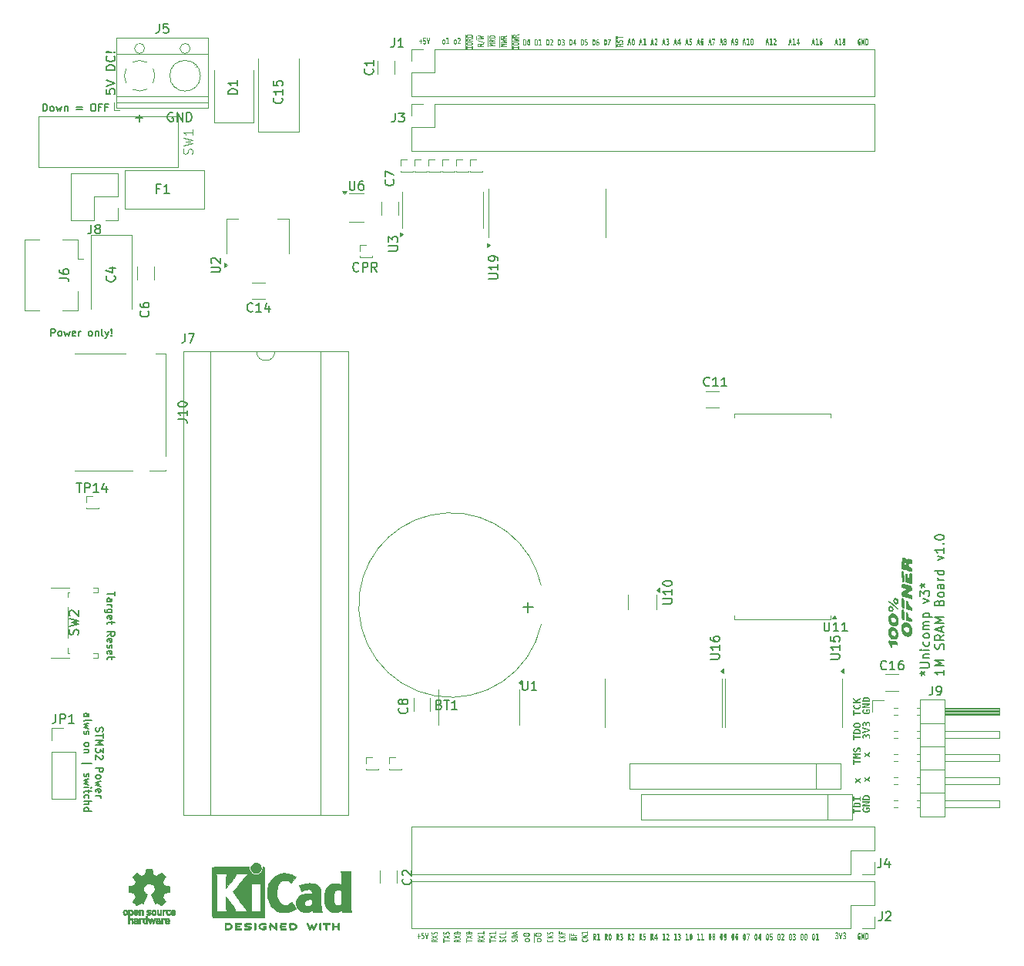
<source format=gbr>
%TF.GenerationSoftware,KiCad,Pcbnew,8.0.5-8.0.5-0~ubuntu22.04.1*%
%TF.CreationDate,2024-09-17T15:44:00+02:00*%
%TF.ProjectId,RamRomBoard,52616d52-6f6d-4426-9f61-72642e6b6963,rev?*%
%TF.SameCoordinates,Original*%
%TF.FileFunction,Legend,Top*%
%TF.FilePolarity,Positive*%
%FSLAX46Y46*%
G04 Gerber Fmt 4.6, Leading zero omitted, Abs format (unit mm)*
G04 Created by KiCad (PCBNEW 8.0.5-8.0.5-0~ubuntu22.04.1) date 2024-09-17 15:44:00*
%MOMM*%
%LPD*%
G01*
G04 APERTURE LIST*
%ADD10C,0.150000*%
%ADD11C,0.100000*%
%ADD12C,0.000000*%
%ADD13C,0.120000*%
%ADD14C,0.010000*%
G04 APERTURE END LIST*
D10*
X51470160Y-83206295D02*
X51470160Y-82406295D01*
X51470160Y-82406295D02*
X51774922Y-82406295D01*
X51774922Y-82406295D02*
X51851112Y-82444390D01*
X51851112Y-82444390D02*
X51889207Y-82482485D01*
X51889207Y-82482485D02*
X51927303Y-82558676D01*
X51927303Y-82558676D02*
X51927303Y-82672961D01*
X51927303Y-82672961D02*
X51889207Y-82749152D01*
X51889207Y-82749152D02*
X51851112Y-82787247D01*
X51851112Y-82787247D02*
X51774922Y-82825342D01*
X51774922Y-82825342D02*
X51470160Y-82825342D01*
X52384445Y-83206295D02*
X52308255Y-83168200D01*
X52308255Y-83168200D02*
X52270160Y-83130104D01*
X52270160Y-83130104D02*
X52232064Y-83053914D01*
X52232064Y-83053914D02*
X52232064Y-82825342D01*
X52232064Y-82825342D02*
X52270160Y-82749152D01*
X52270160Y-82749152D02*
X52308255Y-82711057D01*
X52308255Y-82711057D02*
X52384445Y-82672961D01*
X52384445Y-82672961D02*
X52498731Y-82672961D01*
X52498731Y-82672961D02*
X52574922Y-82711057D01*
X52574922Y-82711057D02*
X52613017Y-82749152D01*
X52613017Y-82749152D02*
X52651112Y-82825342D01*
X52651112Y-82825342D02*
X52651112Y-83053914D01*
X52651112Y-83053914D02*
X52613017Y-83130104D01*
X52613017Y-83130104D02*
X52574922Y-83168200D01*
X52574922Y-83168200D02*
X52498731Y-83206295D01*
X52498731Y-83206295D02*
X52384445Y-83206295D01*
X52917779Y-82672961D02*
X53070160Y-83206295D01*
X53070160Y-83206295D02*
X53222541Y-82825342D01*
X53222541Y-82825342D02*
X53374922Y-83206295D01*
X53374922Y-83206295D02*
X53527303Y-82672961D01*
X54136827Y-83168200D02*
X54060636Y-83206295D01*
X54060636Y-83206295D02*
X53908255Y-83206295D01*
X53908255Y-83206295D02*
X53832065Y-83168200D01*
X53832065Y-83168200D02*
X53793969Y-83092009D01*
X53793969Y-83092009D02*
X53793969Y-82787247D01*
X53793969Y-82787247D02*
X53832065Y-82711057D01*
X53832065Y-82711057D02*
X53908255Y-82672961D01*
X53908255Y-82672961D02*
X54060636Y-82672961D01*
X54060636Y-82672961D02*
X54136827Y-82711057D01*
X54136827Y-82711057D02*
X54174922Y-82787247D01*
X54174922Y-82787247D02*
X54174922Y-82863438D01*
X54174922Y-82863438D02*
X53793969Y-82939628D01*
X54517779Y-83206295D02*
X54517779Y-82672961D01*
X54517779Y-82825342D02*
X54555874Y-82749152D01*
X54555874Y-82749152D02*
X54593969Y-82711057D01*
X54593969Y-82711057D02*
X54670160Y-82672961D01*
X54670160Y-82672961D02*
X54746350Y-82672961D01*
X55736826Y-83206295D02*
X55660636Y-83168200D01*
X55660636Y-83168200D02*
X55622541Y-83130104D01*
X55622541Y-83130104D02*
X55584445Y-83053914D01*
X55584445Y-83053914D02*
X55584445Y-82825342D01*
X55584445Y-82825342D02*
X55622541Y-82749152D01*
X55622541Y-82749152D02*
X55660636Y-82711057D01*
X55660636Y-82711057D02*
X55736826Y-82672961D01*
X55736826Y-82672961D02*
X55851112Y-82672961D01*
X55851112Y-82672961D02*
X55927303Y-82711057D01*
X55927303Y-82711057D02*
X55965398Y-82749152D01*
X55965398Y-82749152D02*
X56003493Y-82825342D01*
X56003493Y-82825342D02*
X56003493Y-83053914D01*
X56003493Y-83053914D02*
X55965398Y-83130104D01*
X55965398Y-83130104D02*
X55927303Y-83168200D01*
X55927303Y-83168200D02*
X55851112Y-83206295D01*
X55851112Y-83206295D02*
X55736826Y-83206295D01*
X56346351Y-82672961D02*
X56346351Y-83206295D01*
X56346351Y-82749152D02*
X56384446Y-82711057D01*
X56384446Y-82711057D02*
X56460636Y-82672961D01*
X56460636Y-82672961D02*
X56574922Y-82672961D01*
X56574922Y-82672961D02*
X56651113Y-82711057D01*
X56651113Y-82711057D02*
X56689208Y-82787247D01*
X56689208Y-82787247D02*
X56689208Y-83206295D01*
X57184446Y-83206295D02*
X57108256Y-83168200D01*
X57108256Y-83168200D02*
X57070161Y-83092009D01*
X57070161Y-83092009D02*
X57070161Y-82406295D01*
X57413018Y-82672961D02*
X57603494Y-83206295D01*
X57793971Y-82672961D02*
X57603494Y-83206295D01*
X57603494Y-83206295D02*
X57527304Y-83396771D01*
X57527304Y-83396771D02*
X57489209Y-83434866D01*
X57489209Y-83434866D02*
X57413018Y-83472961D01*
X58098733Y-83130104D02*
X58136828Y-83168200D01*
X58136828Y-83168200D02*
X58098733Y-83206295D01*
X58098733Y-83206295D02*
X58060637Y-83168200D01*
X58060637Y-83168200D02*
X58098733Y-83130104D01*
X58098733Y-83130104D02*
X58098733Y-83206295D01*
X58098733Y-82901533D02*
X58060637Y-82444390D01*
X58060637Y-82444390D02*
X58098733Y-82406295D01*
X58098733Y-82406295D02*
X58136828Y-82444390D01*
X58136828Y-82444390D02*
X58098733Y-82901533D01*
X58098733Y-82901533D02*
X58098733Y-82406295D01*
D11*
G36*
X95281000Y-149637561D02*
G01*
X95281000Y-149738921D01*
X94679185Y-149738921D01*
X94679185Y-149869103D01*
X94558822Y-149869103D01*
X94558822Y-149507379D01*
X94679185Y-149507379D01*
X94679185Y-149637561D01*
X95281000Y-149637561D01*
G37*
G36*
X95281000Y-149064689D02*
G01*
X95281000Y-149169469D01*
X95041983Y-149267288D01*
X95281000Y-149364863D01*
X95281000Y-149469644D01*
X94914269Y-149319190D01*
X94558822Y-149465491D01*
X94558822Y-149360711D01*
X94788606Y-149267288D01*
X94558822Y-149173621D01*
X94558822Y-149068841D01*
X94914269Y-149214410D01*
X95281000Y-149064689D01*
G37*
G36*
X94964534Y-148882728D02*
G01*
X94951665Y-148905449D01*
X94935957Y-148929526D01*
X94917266Y-148953220D01*
X94895425Y-148974504D01*
X94878707Y-148986409D01*
X94847475Y-149000706D01*
X94814198Y-149009046D01*
X94776026Y-149013096D01*
X94757489Y-149013520D01*
X94722289Y-149011953D01*
X94684944Y-149006164D01*
X94651608Y-148996108D01*
X94622281Y-148981787D01*
X94603787Y-148968946D01*
X94582003Y-148947796D01*
X94565570Y-148923455D01*
X94555742Y-148900052D01*
X94549846Y-148874305D01*
X94547880Y-148846214D01*
X94549443Y-148819669D01*
X94553621Y-148795367D01*
X94558993Y-148775505D01*
X94567789Y-148751244D01*
X94579130Y-148727156D01*
X94591648Y-148705408D01*
X94733896Y-148705408D01*
X94713616Y-148727955D01*
X94696973Y-148750761D01*
X94684998Y-148771720D01*
X94674788Y-148796821D01*
X94669290Y-148821751D01*
X94668243Y-148838276D01*
X94671128Y-148863440D01*
X94681787Y-148886722D01*
X94688759Y-148894696D01*
X94715576Y-148909942D01*
X94747573Y-148914235D01*
X94781976Y-148908135D01*
X94796471Y-148900069D01*
X94816816Y-148878026D01*
X94831994Y-148853875D01*
X94839213Y-148840474D01*
X94862123Y-148796755D01*
X94876943Y-148771280D01*
X94893726Y-148748926D01*
X94915311Y-148727200D01*
X94939460Y-148709550D01*
X94945898Y-148705774D01*
X94977298Y-148691665D01*
X95013025Y-148682174D01*
X95048416Y-148677613D01*
X95077203Y-148676587D01*
X95115800Y-148678201D01*
X95150549Y-148683044D01*
X95186229Y-148692775D01*
X95216672Y-148706900D01*
X95238599Y-148722505D01*
X95259384Y-148744784D01*
X95273136Y-148767453D01*
X95283138Y-148793419D01*
X95288608Y-148817576D01*
X95291473Y-148844023D01*
X95291942Y-148860990D01*
X95290305Y-148887214D01*
X95285396Y-148913496D01*
X95278093Y-148937438D01*
X95268152Y-148961142D01*
X95255640Y-148984322D01*
X95240556Y-149006976D01*
X95237231Y-149011444D01*
X95094984Y-149011444D01*
X95115246Y-148988850D01*
X95132370Y-148966682D01*
X95147718Y-148942548D01*
X95152772Y-148933042D01*
X95162690Y-148909388D01*
X95169356Y-148883562D01*
X95171579Y-148857937D01*
X95168309Y-148832206D01*
X95156229Y-148808220D01*
X95148327Y-148799930D01*
X95120416Y-148784451D01*
X95085787Y-148779311D01*
X95083187Y-148779291D01*
X95048603Y-148784156D01*
X95028135Y-148793091D01*
X95004591Y-148812419D01*
X94990692Y-148832903D01*
X94964534Y-148882728D01*
G37*
G36*
X107959115Y-149528750D02*
G01*
X107972699Y-149551841D01*
X107982677Y-149576006D01*
X107983735Y-149579309D01*
X107989625Y-149604655D01*
X107991869Y-149629426D01*
X107991942Y-149634874D01*
X107990448Y-149660027D01*
X107984382Y-149689311D01*
X107973648Y-149716198D01*
X107958249Y-149740688D01*
X107938182Y-149762781D01*
X107913449Y-149782476D01*
X107896369Y-149793143D01*
X107864424Y-149808869D01*
X107828322Y-149821930D01*
X107788062Y-149832325D01*
X107752861Y-149838722D01*
X107714999Y-149843414D01*
X107674477Y-149846399D01*
X107631293Y-149847678D01*
X107620082Y-149847732D01*
X107576153Y-149846879D01*
X107534896Y-149844320D01*
X107496310Y-149840055D01*
X107460396Y-149834084D01*
X107427153Y-149826408D01*
X107389356Y-149814413D01*
X107355733Y-149799754D01*
X107343452Y-149793143D01*
X107315919Y-149774886D01*
X107293053Y-149754231D01*
X107274853Y-149731180D01*
X107261320Y-149705731D01*
X107252453Y-149677885D01*
X107248253Y-149647642D01*
X107247880Y-149634874D01*
X107249451Y-149609803D01*
X107254620Y-149583978D01*
X107256087Y-149578942D01*
X107265584Y-149554533D01*
X107278687Y-149531680D01*
X107280706Y-149528750D01*
X107433896Y-149528750D01*
X107410951Y-149548128D01*
X107391900Y-149568616D01*
X107384143Y-149579431D01*
X107372731Y-149602792D01*
X107368259Y-149628479D01*
X107368243Y-149630111D01*
X107372207Y-149656192D01*
X107386145Y-149681463D01*
X107410117Y-149702427D01*
X107431673Y-149714009D01*
X107462369Y-149725048D01*
X107498955Y-149733376D01*
X107535003Y-149738357D01*
X107575379Y-149741345D01*
X107612331Y-149742313D01*
X107620082Y-149742341D01*
X107657492Y-149741649D01*
X107691929Y-149739574D01*
X107729332Y-149735258D01*
X107762454Y-149728949D01*
X107795689Y-149719072D01*
X107808149Y-149714009D01*
X107835899Y-149698140D01*
X107857641Y-149676220D01*
X107869349Y-149649991D01*
X107871579Y-149630111D01*
X107867646Y-149604374D01*
X107856817Y-149580966D01*
X107855849Y-149579431D01*
X107838468Y-149557649D01*
X107816116Y-149536878D01*
X107805926Y-149528750D01*
X107959115Y-149528750D01*
G37*
G36*
X107258822Y-149438747D02*
G01*
X107258822Y-149337386D01*
X107544171Y-149337386D01*
X107258822Y-149178628D01*
X107258822Y-149063956D01*
X107543316Y-149225767D01*
X107981000Y-149058217D01*
X107981000Y-149170812D01*
X107655986Y-149292445D01*
X107736341Y-149337386D01*
X107981000Y-149337386D01*
X107981000Y-149438747D01*
X107258822Y-149438747D01*
G37*
G36*
X107379185Y-148675854D02*
G01*
X107379185Y-148893963D01*
X107532374Y-148893963D01*
X107532374Y-148695516D01*
X107652737Y-148695516D01*
X107652737Y-148893963D01*
X107981000Y-148893963D01*
X107981000Y-148995324D01*
X107258822Y-148995324D01*
X107258822Y-148675854D01*
X107379185Y-148675854D01*
G37*
G36*
X92149624Y-50569211D02*
G01*
X92149624Y-50777111D01*
X92297391Y-50777111D01*
X92297391Y-50886532D01*
X92149624Y-50886532D01*
X92149624Y-51094431D01*
X92068292Y-51094431D01*
X92068292Y-50886532D01*
X91919914Y-50886532D01*
X91919914Y-50777111D01*
X92068292Y-50777111D01*
X92068292Y-50569211D01*
X92149624Y-50569211D01*
G37*
G36*
X92384586Y-50416022D02*
G01*
X92663145Y-50416022D01*
X92663145Y-50536385D01*
X92466652Y-50536385D01*
X92466652Y-50680855D01*
X92490412Y-50671549D01*
X92493030Y-50670939D01*
X92518065Y-50667769D01*
X92522950Y-50667690D01*
X92550554Y-50670034D01*
X92576124Y-50677067D01*
X92599659Y-50688788D01*
X92621158Y-50705197D01*
X92640623Y-50726294D01*
X92646659Y-50734368D01*
X92662762Y-50760715D01*
X92675533Y-50789875D01*
X92684972Y-50821848D01*
X92691080Y-50856633D01*
X92693857Y-50894232D01*
X92694042Y-50907390D01*
X92692234Y-50947673D01*
X92686812Y-50984663D01*
X92677774Y-51018359D01*
X92665122Y-51048761D01*
X92648854Y-51075869D01*
X92642629Y-51084173D01*
X92622081Y-51106252D01*
X92598905Y-51123763D01*
X92573102Y-51136706D01*
X92544672Y-51145081D01*
X92518973Y-51148571D01*
X92502678Y-51149142D01*
X92477845Y-51147988D01*
X92452806Y-51144525D01*
X92435999Y-51140935D01*
X92410606Y-51133626D01*
X92386966Y-51124899D01*
X92367367Y-51116315D01*
X92367367Y-50985010D01*
X92390748Y-51000985D01*
X92414653Y-51013349D01*
X92425863Y-51017837D01*
X92450371Y-51024921D01*
X92474880Y-51028394D01*
X92486191Y-51028779D01*
X92511386Y-51026845D01*
X92535881Y-51020045D01*
X92560283Y-51005086D01*
X92567646Y-50997833D01*
X92584613Y-50970681D01*
X92593750Y-50935643D01*
X92595490Y-50907903D01*
X92592214Y-50873090D01*
X92581169Y-50840965D01*
X92567768Y-50820879D01*
X92546615Y-50802190D01*
X92521103Y-50791259D01*
X92494129Y-50788053D01*
X92468659Y-50789856D01*
X92443081Y-50795266D01*
X92439663Y-50796260D01*
X92415717Y-50805011D01*
X92391537Y-50816904D01*
X92384586Y-50820879D01*
X92384586Y-50416022D01*
G37*
G36*
X92950985Y-51019204D02*
G01*
X93041233Y-50416022D01*
X93143327Y-50416022D01*
X93021327Y-51138200D01*
X92880888Y-51138200D01*
X92758888Y-50416022D01*
X92860982Y-50416022D01*
X92950985Y-51019204D01*
G37*
G36*
X94659998Y-50592932D02*
G01*
X94687498Y-50599985D01*
X94712646Y-50612327D01*
X94735440Y-50629958D01*
X94755882Y-50652878D01*
X94765221Y-50666322D01*
X94781615Y-50696408D01*
X94794616Y-50730244D01*
X94804226Y-50767830D01*
X94809643Y-50802018D01*
X94812705Y-50838810D01*
X94813459Y-50870119D01*
X94812281Y-50908994D01*
X94808748Y-50945265D01*
X94802860Y-50978932D01*
X94792685Y-51015893D01*
X94779118Y-51049104D01*
X94765221Y-51073915D01*
X94745956Y-51099480D01*
X94724337Y-51119756D01*
X94700366Y-51134743D01*
X94674042Y-51144440D01*
X94645366Y-51148848D01*
X94635284Y-51149142D01*
X94610640Y-51147305D01*
X94583209Y-51140252D01*
X94558113Y-51127911D01*
X94535352Y-51110279D01*
X94514928Y-51087359D01*
X94505591Y-51073915D01*
X94489198Y-51043829D01*
X94476196Y-51009993D01*
X94466586Y-50972407D01*
X94461169Y-50938219D01*
X94458107Y-50901427D01*
X94457353Y-50870119D01*
X94557981Y-50870119D01*
X94559263Y-50907924D01*
X94563771Y-50945193D01*
X94572587Y-50980069D01*
X94578497Y-50994927D01*
X94596157Y-51022223D01*
X94620211Y-51037577D01*
X94635284Y-51039721D01*
X94660346Y-51033422D01*
X94680942Y-51014524D01*
X94692193Y-50994927D01*
X94703076Y-50963491D01*
X94709425Y-50929317D01*
X94712327Y-50894263D01*
X94712831Y-50870119D01*
X94711541Y-50832313D01*
X94707006Y-50795044D01*
X94698138Y-50760168D01*
X94692193Y-50745310D01*
X94674573Y-50718014D01*
X94652488Y-50703316D01*
X94635284Y-50700516D01*
X94610354Y-50706815D01*
X94589786Y-50725713D01*
X94578497Y-50745310D01*
X94567678Y-50776746D01*
X94561367Y-50810920D01*
X94558482Y-50845974D01*
X94557981Y-50870119D01*
X94457353Y-50870119D01*
X94458531Y-50831243D01*
X94462064Y-50794972D01*
X94467952Y-50761306D01*
X94478127Y-50724344D01*
X94491694Y-50691133D01*
X94505591Y-50666322D01*
X94524848Y-50640757D01*
X94546441Y-50620481D01*
X94570369Y-50605494D01*
X94596633Y-50595797D01*
X94625232Y-50591389D01*
X94635284Y-50591096D01*
X94659998Y-50592932D01*
G37*
G36*
X94909324Y-51017837D02*
G01*
X95022653Y-51017837D01*
X95022653Y-50536385D01*
X94917140Y-50569211D01*
X94917140Y-50448848D01*
X95023264Y-50416022D01*
X95121205Y-50416022D01*
X95121205Y-51017837D01*
X95234534Y-51017837D01*
X95234534Y-51138200D01*
X94909324Y-51138200D01*
X94909324Y-51017837D01*
G37*
G36*
X95923222Y-50592932D02*
G01*
X95950722Y-50599985D01*
X95975870Y-50612327D01*
X95998664Y-50629958D01*
X96019106Y-50652878D01*
X96028445Y-50666322D01*
X96044839Y-50696408D01*
X96057840Y-50730244D01*
X96067450Y-50767830D01*
X96072867Y-50802018D01*
X96075929Y-50838810D01*
X96076683Y-50870119D01*
X96075505Y-50908994D01*
X96071972Y-50945265D01*
X96066084Y-50978932D01*
X96055909Y-51015893D01*
X96042342Y-51049104D01*
X96028445Y-51073915D01*
X96009180Y-51099480D01*
X95987561Y-51119756D01*
X95963590Y-51134743D01*
X95937266Y-51144440D01*
X95908590Y-51148848D01*
X95898508Y-51149142D01*
X95873864Y-51147305D01*
X95846433Y-51140252D01*
X95821337Y-51127911D01*
X95798576Y-51110279D01*
X95778152Y-51087359D01*
X95768815Y-51073915D01*
X95752422Y-51043829D01*
X95739420Y-51009993D01*
X95729810Y-50972407D01*
X95724393Y-50938219D01*
X95721331Y-50901427D01*
X95720577Y-50870119D01*
X95821205Y-50870119D01*
X95822487Y-50907924D01*
X95826995Y-50945193D01*
X95835811Y-50980069D01*
X95841721Y-50994927D01*
X95859381Y-51022223D01*
X95883435Y-51037577D01*
X95898508Y-51039721D01*
X95923570Y-51033422D01*
X95944166Y-51014524D01*
X95955417Y-50994927D01*
X95966300Y-50963491D01*
X95972649Y-50929317D01*
X95975551Y-50894263D01*
X95976055Y-50870119D01*
X95974765Y-50832313D01*
X95970230Y-50795044D01*
X95961362Y-50760168D01*
X95955417Y-50745310D01*
X95937797Y-50718014D01*
X95915712Y-50703316D01*
X95898508Y-50700516D01*
X95873578Y-50706815D01*
X95853010Y-50725713D01*
X95841721Y-50745310D01*
X95830902Y-50776746D01*
X95824591Y-50810920D01*
X95821706Y-50845974D01*
X95821205Y-50870119D01*
X95720577Y-50870119D01*
X95721755Y-50831243D01*
X95725288Y-50794972D01*
X95731176Y-50761306D01*
X95741351Y-50724344D01*
X95754918Y-50691133D01*
X95768815Y-50666322D01*
X95788072Y-50640757D01*
X95809665Y-50620481D01*
X95833593Y-50605494D01*
X95859857Y-50595797D01*
X95888456Y-50591389D01*
X95898508Y-50591096D01*
X95923222Y-50592932D01*
G37*
G36*
X96257056Y-51017837D02*
G01*
X96473089Y-51017837D01*
X96473089Y-51138200D01*
X96147391Y-51138200D01*
X96147391Y-51021598D01*
X96202346Y-50940216D01*
X96220033Y-50913981D01*
X96241508Y-50882054D01*
X96260575Y-50853615D01*
X96281023Y-50822974D01*
X96297708Y-50797783D01*
X96314745Y-50771675D01*
X96321170Y-50761553D01*
X96337183Y-50734336D01*
X96351716Y-50705036D01*
X96358295Y-50688548D01*
X96367157Y-50654905D01*
X96369652Y-50625460D01*
X96366226Y-50590177D01*
X96353758Y-50558440D01*
X96348892Y-50551601D01*
X96327384Y-50533720D01*
X96301426Y-50526082D01*
X96289907Y-50525443D01*
X96264899Y-50528126D01*
X96239376Y-50535424D01*
X96228969Y-50539463D01*
X96205366Y-50550596D01*
X96181070Y-50564719D01*
X96158382Y-50580153D01*
X96158382Y-50448848D01*
X96181201Y-50436493D01*
X96205944Y-50425217D01*
X96230312Y-50416364D01*
X96256352Y-50409488D01*
X96281534Y-50405785D01*
X96297845Y-50405080D01*
X96322447Y-50406395D01*
X96349718Y-50411444D01*
X96374534Y-50420280D01*
X96400381Y-50435374D01*
X96422886Y-50455622D01*
X96425828Y-50458936D01*
X96443958Y-50484296D01*
X96457635Y-50513404D01*
X96466859Y-50546258D01*
X96471630Y-50582860D01*
X96472357Y-50605457D01*
X96470416Y-50641842D01*
X96464596Y-50676199D01*
X96462220Y-50685642D01*
X96451586Y-50717447D01*
X96437513Y-50749259D01*
X96427416Y-50768904D01*
X96409830Y-50797609D01*
X96390126Y-50827318D01*
X96372323Y-50853388D01*
X96351414Y-50883498D01*
X96332450Y-50910495D01*
X96327398Y-50917648D01*
X96308922Y-50943889D01*
X96289925Y-50970913D01*
X96271253Y-50997534D01*
X96257056Y-51017837D01*
G37*
G36*
X97781000Y-149637561D02*
G01*
X97781000Y-149738921D01*
X97179185Y-149738921D01*
X97179185Y-149869103D01*
X97058822Y-149869103D01*
X97058822Y-149507379D01*
X97179185Y-149507379D01*
X97179185Y-149637561D01*
X97781000Y-149637561D01*
G37*
G36*
X97781000Y-149064689D02*
G01*
X97781000Y-149169469D01*
X97541983Y-149267288D01*
X97781000Y-149364863D01*
X97781000Y-149469644D01*
X97414269Y-149319190D01*
X97058822Y-149465491D01*
X97058822Y-149360711D01*
X97288606Y-149267288D01*
X97058822Y-149173621D01*
X97058822Y-149068841D01*
X97414269Y-149214410D01*
X97781000Y-149064689D01*
G37*
G36*
X97447982Y-148810287D02*
G01*
X97457182Y-148815683D01*
X97473531Y-148837482D01*
X97474621Y-148846214D01*
X97465004Y-148869982D01*
X97457524Y-148876500D01*
X97426910Y-148888063D01*
X97414611Y-148888834D01*
X97380919Y-148881896D01*
X97371697Y-148876500D01*
X97355348Y-148854839D01*
X97354258Y-148846214D01*
X97364068Y-148822217D01*
X97371697Y-148815683D01*
X97402376Y-148804120D01*
X97414611Y-148803349D01*
X97447982Y-148810287D01*
G37*
G36*
X97465247Y-148677247D02*
G01*
X97507480Y-148679228D01*
X97546779Y-148682529D01*
X97583144Y-148687151D01*
X97616577Y-148693093D01*
X97654243Y-148702377D01*
X97687326Y-148713724D01*
X97699276Y-148718841D01*
X97730768Y-148736193D01*
X97755744Y-148756559D01*
X97774205Y-148779939D01*
X97786150Y-148806333D01*
X97791127Y-148830631D01*
X97791942Y-148846214D01*
X97789675Y-148871696D01*
X97780972Y-148899529D01*
X97765741Y-148924364D01*
X97743982Y-148946203D01*
X97715696Y-148965045D01*
X97699105Y-148973342D01*
X97667769Y-148985515D01*
X97631892Y-148995625D01*
X97591474Y-149003671D01*
X97555869Y-149008623D01*
X97517358Y-149012254D01*
X97475941Y-149014565D01*
X97431617Y-149015555D01*
X97420082Y-149015596D01*
X97374954Y-149014936D01*
X97332748Y-149012955D01*
X97293465Y-149009654D01*
X97257105Y-149005033D01*
X97223667Y-148999091D01*
X97185979Y-148989806D01*
X97152858Y-148978459D01*
X97140888Y-148973342D01*
X97109280Y-148955999D01*
X97084211Y-148935658D01*
X97065682Y-148912321D01*
X97053693Y-148885987D01*
X97048698Y-148861753D01*
X97047880Y-148846214D01*
X97168243Y-148846214D01*
X97178147Y-148871587D01*
X97204871Y-148889499D01*
X97228254Y-148897505D01*
X97262747Y-148904557D01*
X97300291Y-148909075D01*
X97337942Y-148911720D01*
X97373175Y-148913058D01*
X97411913Y-148913609D01*
X97420082Y-148913625D01*
X97459423Y-148913231D01*
X97495275Y-148912051D01*
X97533691Y-148909595D01*
X97572159Y-148905297D01*
X97607748Y-148898496D01*
X97611568Y-148897505D01*
X97643214Y-148885517D01*
X97665718Y-148866283D01*
X97671579Y-148846214D01*
X97663140Y-148822440D01*
X97637823Y-148804059D01*
X97611568Y-148794801D01*
X97577096Y-148787695D01*
X97539606Y-148783142D01*
X97502027Y-148780478D01*
X97466873Y-148779129D01*
X97428229Y-148778574D01*
X97420082Y-148778558D01*
X97380642Y-148778955D01*
X97344708Y-148780145D01*
X97306216Y-148782619D01*
X97267689Y-148786949D01*
X97232074Y-148793801D01*
X97228254Y-148794801D01*
X97196607Y-148806748D01*
X97174103Y-148826028D01*
X97168243Y-148846214D01*
X97047880Y-148846214D01*
X97050143Y-148820661D01*
X97058830Y-148792760D01*
X97074033Y-148767873D01*
X97095751Y-148746000D01*
X97123986Y-148727140D01*
X97140546Y-148718841D01*
X97171804Y-148706668D01*
X97207662Y-148696559D01*
X97248119Y-148688512D01*
X97283797Y-148683561D01*
X97322419Y-148679929D01*
X97363985Y-148677619D01*
X97408494Y-148676628D01*
X97420082Y-148676587D01*
X97465247Y-148677247D01*
G37*
G36*
X101164534Y-149724877D02*
G01*
X101151665Y-149747598D01*
X101135957Y-149771675D01*
X101117266Y-149795370D01*
X101095425Y-149816653D01*
X101078707Y-149828558D01*
X101047475Y-149842855D01*
X101014198Y-149851195D01*
X100976026Y-149855246D01*
X100957489Y-149855669D01*
X100922289Y-149854102D01*
X100884944Y-149848313D01*
X100851608Y-149838258D01*
X100822281Y-149823936D01*
X100803787Y-149811095D01*
X100782003Y-149789945D01*
X100765570Y-149765604D01*
X100755742Y-149742201D01*
X100749846Y-149716454D01*
X100747880Y-149688363D01*
X100749443Y-149661819D01*
X100753621Y-149637517D01*
X100758993Y-149617655D01*
X100767789Y-149593393D01*
X100779130Y-149569305D01*
X100791648Y-149547557D01*
X100933896Y-149547557D01*
X100913616Y-149570104D01*
X100896973Y-149592910D01*
X100884998Y-149613869D01*
X100874788Y-149638971D01*
X100869290Y-149663901D01*
X100868243Y-149680425D01*
X100871128Y-149705590D01*
X100881787Y-149728871D01*
X100888759Y-149736845D01*
X100915576Y-149752091D01*
X100947573Y-149756385D01*
X100981976Y-149750284D01*
X100996471Y-149742219D01*
X101016816Y-149720176D01*
X101031994Y-149696025D01*
X101039213Y-149682623D01*
X101062123Y-149638904D01*
X101076943Y-149613430D01*
X101093726Y-149591076D01*
X101115311Y-149569350D01*
X101139460Y-149551699D01*
X101145898Y-149547923D01*
X101177298Y-149533814D01*
X101213025Y-149524323D01*
X101248416Y-149519763D01*
X101277203Y-149518736D01*
X101315800Y-149520351D01*
X101350549Y-149525194D01*
X101386229Y-149534924D01*
X101416672Y-149549049D01*
X101438599Y-149564654D01*
X101459384Y-149586934D01*
X101473136Y-149609602D01*
X101483138Y-149635568D01*
X101488608Y-149659726D01*
X101491473Y-149686173D01*
X101491942Y-149703140D01*
X101490305Y-149729364D01*
X101485396Y-149755645D01*
X101478093Y-149779588D01*
X101468152Y-149803292D01*
X101455640Y-149826471D01*
X101440556Y-149849125D01*
X101437231Y-149853593D01*
X101294984Y-149853593D01*
X101315246Y-149831000D01*
X101332370Y-149808831D01*
X101347718Y-149784698D01*
X101352772Y-149775191D01*
X101362690Y-149751538D01*
X101369356Y-149725711D01*
X101371579Y-149700087D01*
X101368309Y-149674355D01*
X101356229Y-149650369D01*
X101348327Y-149642079D01*
X101320416Y-149626600D01*
X101285787Y-149621461D01*
X101283187Y-149621441D01*
X101248603Y-149626305D01*
X101228135Y-149635240D01*
X101204591Y-149654569D01*
X101190692Y-149675052D01*
X101164534Y-149724877D01*
G37*
G36*
X101459115Y-149107676D02*
G01*
X101472699Y-149130767D01*
X101482677Y-149154931D01*
X101483735Y-149158234D01*
X101489625Y-149183581D01*
X101491869Y-149208351D01*
X101491942Y-149213799D01*
X101490448Y-149238952D01*
X101484382Y-149268237D01*
X101473648Y-149295124D01*
X101458249Y-149319613D01*
X101438182Y-149341706D01*
X101413449Y-149361402D01*
X101396369Y-149372069D01*
X101364424Y-149387795D01*
X101328322Y-149400855D01*
X101288062Y-149411251D01*
X101252861Y-149417648D01*
X101214999Y-149422339D01*
X101174477Y-149425324D01*
X101131293Y-149426604D01*
X101120082Y-149426657D01*
X101076153Y-149425804D01*
X101034896Y-149423245D01*
X100996310Y-149418980D01*
X100960396Y-149413010D01*
X100927153Y-149405333D01*
X100889356Y-149393339D01*
X100855733Y-149378679D01*
X100843452Y-149372069D01*
X100815919Y-149353811D01*
X100793053Y-149333157D01*
X100774853Y-149310105D01*
X100761320Y-149284656D01*
X100752453Y-149256811D01*
X100748253Y-149226568D01*
X100747880Y-149213799D01*
X100749451Y-149188728D01*
X100754620Y-149162904D01*
X100756087Y-149157868D01*
X100765584Y-149133458D01*
X100778687Y-149110605D01*
X100780706Y-149107676D01*
X100933896Y-149107676D01*
X100910951Y-149127053D01*
X100891900Y-149147541D01*
X100884143Y-149158356D01*
X100872731Y-149181717D01*
X100868259Y-149207405D01*
X100868243Y-149209036D01*
X100872207Y-149235117D01*
X100886145Y-149260389D01*
X100910117Y-149281352D01*
X100931673Y-149292934D01*
X100962369Y-149303973D01*
X100998955Y-149312302D01*
X101035003Y-149317282D01*
X101075379Y-149320270D01*
X101112331Y-149321238D01*
X101120082Y-149321266D01*
X101157492Y-149320574D01*
X101191929Y-149318499D01*
X101229332Y-149314183D01*
X101262454Y-149307875D01*
X101295689Y-149297997D01*
X101308149Y-149292934D01*
X101335899Y-149277066D01*
X101357641Y-149255145D01*
X101369349Y-149228916D01*
X101371579Y-149209036D01*
X101367646Y-149183299D01*
X101356817Y-149159892D01*
X101355849Y-149158356D01*
X101338468Y-149136574D01*
X101316116Y-149115804D01*
X101305926Y-149107676D01*
X101459115Y-149107676D01*
G37*
G36*
X101481000Y-148980547D02*
G01*
X100758822Y-148980547D01*
X100758822Y-148879187D01*
X101360637Y-148879187D01*
X101360637Y-148662543D01*
X101481000Y-148662543D01*
X101481000Y-148980547D01*
G37*
G36*
X137805755Y-149158737D02*
G01*
X137751533Y-149158737D01*
X137751533Y-149038374D01*
X137805755Y-149038374D01*
X137831744Y-149035441D01*
X137855987Y-149024604D01*
X137864373Y-149017516D01*
X137880572Y-148990529D01*
X137885134Y-148958702D01*
X137879944Y-148923269D01*
X137864373Y-148896640D01*
X137841153Y-148880564D01*
X137814952Y-148874593D01*
X137805755Y-148874243D01*
X137779742Y-148876403D01*
X137754164Y-148882276D01*
X137743962Y-148885527D01*
X137718888Y-148895304D01*
X137695301Y-148906801D01*
X137675574Y-148918011D01*
X137675574Y-148786706D01*
X137699792Y-148776664D01*
X137723750Y-148768399D01*
X137745305Y-148762429D01*
X137770664Y-148757219D01*
X137795268Y-148754414D01*
X137811250Y-148753880D01*
X137835717Y-148755082D01*
X137862771Y-148759698D01*
X137887309Y-148767777D01*
X137912756Y-148781577D01*
X137934779Y-148800090D01*
X137937646Y-148803120D01*
X137957468Y-148829994D01*
X137971626Y-148861549D01*
X137980121Y-148897783D01*
X137982909Y-148933328D01*
X137982953Y-148938699D01*
X137980401Y-148976088D01*
X137972745Y-149008970D01*
X137958427Y-149039933D01*
X137956819Y-149042478D01*
X137938367Y-149064974D01*
X137915527Y-149082028D01*
X137891218Y-149092722D01*
X137882325Y-149095307D01*
X137908169Y-149104219D01*
X137930746Y-149117448D01*
X137952241Y-149137490D01*
X137966100Y-149156856D01*
X137980091Y-149186261D01*
X137989503Y-149220425D01*
X137994026Y-149254790D01*
X137995043Y-149283032D01*
X137993364Y-149320585D01*
X137988328Y-149354639D01*
X137978210Y-149389948D01*
X137963521Y-149420496D01*
X137947294Y-149442889D01*
X137924335Y-149464340D01*
X137901362Y-149478533D01*
X137875351Y-149488856D01*
X137846299Y-149495307D01*
X137819767Y-149497727D01*
X137808564Y-149497942D01*
X137782009Y-149496931D01*
X137755743Y-149493901D01*
X137732116Y-149489393D01*
X137706646Y-149482745D01*
X137681956Y-149474318D01*
X137660186Y-149465115D01*
X137660186Y-149333810D01*
X137682957Y-149347311D01*
X137706941Y-149358428D01*
X137729795Y-149366466D01*
X137756018Y-149372793D01*
X137780633Y-149376266D01*
X137805988Y-149377568D01*
X137808564Y-149377579D01*
X137834838Y-149374367D01*
X137858892Y-149363535D01*
X137873777Y-149350394D01*
X137890222Y-149322826D01*
X137897459Y-149287993D01*
X137897835Y-149276706D01*
X137894992Y-149240948D01*
X137885406Y-149208851D01*
X137873777Y-149189512D01*
X137852934Y-149170758D01*
X137828910Y-149161171D01*
X137805755Y-149158737D01*
G37*
G36*
X138249911Y-149368004D02*
G01*
X138340158Y-148764822D01*
X138442252Y-148764822D01*
X138320253Y-149487000D01*
X138179813Y-149487000D01*
X138057814Y-148764822D01*
X138159907Y-148764822D01*
X138249911Y-149368004D01*
G37*
G36*
X138647904Y-149158737D02*
G01*
X138593682Y-149158737D01*
X138593682Y-149038374D01*
X138647904Y-149038374D01*
X138673893Y-149035441D01*
X138698136Y-149024604D01*
X138706523Y-149017516D01*
X138722722Y-148990529D01*
X138727283Y-148958702D01*
X138722093Y-148923269D01*
X138706523Y-148896640D01*
X138683303Y-148880564D01*
X138657102Y-148874593D01*
X138647904Y-148874243D01*
X138621891Y-148876403D01*
X138596313Y-148882276D01*
X138586111Y-148885527D01*
X138561038Y-148895304D01*
X138537451Y-148906801D01*
X138517723Y-148918011D01*
X138517723Y-148786706D01*
X138541941Y-148776664D01*
X138565899Y-148768399D01*
X138587454Y-148762429D01*
X138612813Y-148757219D01*
X138637417Y-148754414D01*
X138653400Y-148753880D01*
X138677866Y-148755082D01*
X138704920Y-148759698D01*
X138729458Y-148767777D01*
X138754906Y-148781577D01*
X138776929Y-148800090D01*
X138779795Y-148803120D01*
X138799617Y-148829994D01*
X138813776Y-148861549D01*
X138822271Y-148897783D01*
X138825058Y-148933328D01*
X138825103Y-148938699D01*
X138822550Y-148976088D01*
X138814894Y-149008970D01*
X138800576Y-149039933D01*
X138798969Y-149042478D01*
X138780517Y-149064974D01*
X138757676Y-149082028D01*
X138733367Y-149092722D01*
X138724474Y-149095307D01*
X138750318Y-149104219D01*
X138772896Y-149117448D01*
X138794390Y-149137490D01*
X138808250Y-149156856D01*
X138822241Y-149186261D01*
X138831653Y-149220425D01*
X138836175Y-149254790D01*
X138837193Y-149283032D01*
X138835514Y-149320585D01*
X138830478Y-149354639D01*
X138820359Y-149389948D01*
X138805670Y-149420496D01*
X138789443Y-149442889D01*
X138766484Y-149464340D01*
X138743512Y-149478533D01*
X138717500Y-149488856D01*
X138688448Y-149495307D01*
X138661917Y-149497727D01*
X138650713Y-149497942D01*
X138624159Y-149496931D01*
X138597893Y-149493901D01*
X138574265Y-149489393D01*
X138548796Y-149482745D01*
X138524105Y-149474318D01*
X138502336Y-149465115D01*
X138502336Y-149333810D01*
X138525107Y-149347311D01*
X138549090Y-149358428D01*
X138571945Y-149366466D01*
X138598167Y-149372793D01*
X138622782Y-149376266D01*
X138648137Y-149377568D01*
X138650713Y-149377579D01*
X138676987Y-149374367D01*
X138701041Y-149363535D01*
X138715926Y-149350394D01*
X138732372Y-149322826D01*
X138739608Y-149287993D01*
X138739984Y-149276706D01*
X138737141Y-149240948D01*
X138727556Y-149208851D01*
X138715926Y-149189512D01*
X138695083Y-149170758D01*
X138671059Y-149161171D01*
X138647904Y-149158737D01*
G37*
G36*
X99042600Y-51148135D02*
G01*
X98860858Y-51210051D01*
X98839658Y-51217256D01*
X98807881Y-51229578D01*
X98781122Y-51244792D01*
X98762008Y-51265505D01*
X98758105Y-51281125D01*
X98758105Y-51313365D01*
X99042600Y-51313365D01*
X99042600Y-51414726D01*
X98320422Y-51414726D01*
X98320422Y-51268425D01*
X98320537Y-51265616D01*
X98440785Y-51265616D01*
X98440785Y-51313365D01*
X98637743Y-51313365D01*
X98637743Y-51265616D01*
X98635035Y-51239855D01*
X98623759Y-51215124D01*
X98614833Y-51206143D01*
X98584357Y-51192587D01*
X98548706Y-51188228D01*
X98539093Y-51188069D01*
X98503702Y-51190576D01*
X98471365Y-51200762D01*
X98463524Y-51205898D01*
X98447203Y-51227900D01*
X98441340Y-51253113D01*
X98440785Y-51265616D01*
X98320537Y-51265616D01*
X98321629Y-51238875D01*
X98325247Y-51212051D01*
X98331279Y-51187951D01*
X98341702Y-51162629D01*
X98358252Y-51138047D01*
X98369833Y-51126397D01*
X98398417Y-51107537D01*
X98429791Y-51095455D01*
X98467106Y-51087498D01*
X98503817Y-51083962D01*
X98530715Y-51083289D01*
X98566160Y-51084899D01*
X98601462Y-51090561D01*
X98635008Y-51101633D01*
X98649539Y-51109056D01*
X98673652Y-51127367D01*
X98690853Y-51150091D01*
X98700423Y-51174315D01*
X98702369Y-51183184D01*
X98717737Y-51160499D01*
X98722373Y-51156928D01*
X98751539Y-51141966D01*
X98783580Y-51129695D01*
X99042600Y-51036882D01*
X99042600Y-51148135D01*
G37*
G36*
X98320422Y-50730602D02*
G01*
X98320422Y-50654642D01*
X99130136Y-50924653D01*
X99130136Y-51000490D01*
X98320422Y-50730602D01*
G37*
G36*
X98320422Y-50618251D02*
G01*
X98320422Y-50529590D01*
X98850087Y-50492832D01*
X98506438Y-50448624D01*
X98506438Y-50364482D01*
X98850087Y-50312947D01*
X98320422Y-50284004D01*
X98320422Y-50194733D01*
X99042600Y-50253840D01*
X99042600Y-50348240D01*
X98662533Y-50406614D01*
X99042600Y-50461324D01*
X99042600Y-50554992D01*
X98320422Y-50618251D01*
G37*
X98181600Y-50568251D02*
X98181600Y-50247177D01*
G36*
X109127802Y-149261921D02*
G01*
X109161670Y-149266635D01*
X109195956Y-149276107D01*
X109224613Y-149289856D01*
X109244697Y-149305046D01*
X109263417Y-149327277D01*
X109275803Y-149350593D01*
X109284811Y-149377841D01*
X109289737Y-149403552D01*
X109292317Y-149431994D01*
X109292740Y-149450371D01*
X109292740Y-149615479D01*
X108570562Y-149615479D01*
X108570562Y-149450371D01*
X108679983Y-149450371D01*
X108679983Y-149517659D01*
X108844114Y-149517659D01*
X108844114Y-149450371D01*
X108953535Y-149450371D01*
X108953535Y-149517659D01*
X109183319Y-149517659D01*
X109183319Y-149450371D01*
X109181344Y-149425398D01*
X109173568Y-149401121D01*
X109158357Y-149382471D01*
X109129447Y-149369198D01*
X109093415Y-149363736D01*
X109071504Y-149363054D01*
X109035637Y-149365033D01*
X109001721Y-149372636D01*
X108981061Y-149383326D01*
X108963239Y-149404171D01*
X108955255Y-149428641D01*
X108953535Y-149450371D01*
X108844114Y-149450371D01*
X108841470Y-149424628D01*
X108830725Y-149401192D01*
X108825308Y-149395538D01*
X108796168Y-149382306D01*
X108762733Y-149379174D01*
X108727242Y-149382850D01*
X108699645Y-149395904D01*
X108684303Y-149419548D01*
X108680060Y-149445721D01*
X108679983Y-149450371D01*
X108570562Y-149450371D01*
X108571648Y-149424656D01*
X108575815Y-149396537D01*
X108583108Y-149371407D01*
X108595567Y-149345865D01*
X108612280Y-149324390D01*
X108615014Y-149321655D01*
X108639901Y-149302794D01*
X108670280Y-149289323D01*
X108706152Y-149281240D01*
X108742045Y-149278588D01*
X108747516Y-149278546D01*
X108783164Y-149280565D01*
X108817284Y-149287544D01*
X108848145Y-149300978D01*
X108853005Y-149304069D01*
X108875341Y-149324332D01*
X108889126Y-149347611D01*
X108896221Y-149372519D01*
X108897115Y-149378563D01*
X108902703Y-149354255D01*
X108913797Y-149329880D01*
X108932281Y-149306802D01*
X108954048Y-149290147D01*
X108984417Y-149275743D01*
X109016543Y-149266897D01*
X109053499Y-149261776D01*
X109089798Y-149260350D01*
X109127802Y-149261921D01*
G37*
G36*
X108690925Y-148855395D02*
G01*
X108690925Y-149073504D01*
X108844114Y-149073504D01*
X108844114Y-148875057D01*
X108964477Y-148875057D01*
X108964477Y-149073504D01*
X109292740Y-149073504D01*
X109292740Y-149174865D01*
X108570562Y-149174865D01*
X108570562Y-148855395D01*
X108690925Y-148855395D01*
G37*
X108431740Y-149608466D02*
X108431740Y-148866317D01*
D10*
X60796779Y-59242861D02*
X61558684Y-59242861D01*
X61177731Y-59623814D02*
X61177731Y-58861909D01*
X64844398Y-58671433D02*
X64749160Y-58623814D01*
X64749160Y-58623814D02*
X64606303Y-58623814D01*
X64606303Y-58623814D02*
X64463446Y-58671433D01*
X64463446Y-58671433D02*
X64368208Y-58766671D01*
X64368208Y-58766671D02*
X64320589Y-58861909D01*
X64320589Y-58861909D02*
X64272970Y-59052385D01*
X64272970Y-59052385D02*
X64272970Y-59195242D01*
X64272970Y-59195242D02*
X64320589Y-59385718D01*
X64320589Y-59385718D02*
X64368208Y-59480956D01*
X64368208Y-59480956D02*
X64463446Y-59576195D01*
X64463446Y-59576195D02*
X64606303Y-59623814D01*
X64606303Y-59623814D02*
X64701541Y-59623814D01*
X64701541Y-59623814D02*
X64844398Y-59576195D01*
X64844398Y-59576195D02*
X64892017Y-59528575D01*
X64892017Y-59528575D02*
X64892017Y-59195242D01*
X64892017Y-59195242D02*
X64701541Y-59195242D01*
X65320589Y-59623814D02*
X65320589Y-58623814D01*
X65320589Y-58623814D02*
X65892017Y-59623814D01*
X65892017Y-59623814D02*
X65892017Y-58623814D01*
X66368208Y-59623814D02*
X66368208Y-58623814D01*
X66368208Y-58623814D02*
X66606303Y-58623814D01*
X66606303Y-58623814D02*
X66749160Y-58671433D01*
X66749160Y-58671433D02*
X66844398Y-58766671D01*
X66844398Y-58766671D02*
X66892017Y-58861909D01*
X66892017Y-58861909D02*
X66939636Y-59052385D01*
X66939636Y-59052385D02*
X66939636Y-59195242D01*
X66939636Y-59195242D02*
X66892017Y-59385718D01*
X66892017Y-59385718D02*
X66844398Y-59480956D01*
X66844398Y-59480956D02*
X66749160Y-59576195D01*
X66749160Y-59576195D02*
X66606303Y-59623814D01*
X66606303Y-59623814D02*
X66368208Y-59623814D01*
D11*
G36*
X114333400Y-51148135D02*
G01*
X114151658Y-51210051D01*
X114130458Y-51217256D01*
X114098681Y-51229578D01*
X114071922Y-51244792D01*
X114052808Y-51265505D01*
X114048905Y-51281125D01*
X114048905Y-51313365D01*
X114333400Y-51313365D01*
X114333400Y-51414726D01*
X113611222Y-51414726D01*
X113611222Y-51268425D01*
X113611337Y-51265616D01*
X113731585Y-51265616D01*
X113731585Y-51313365D01*
X113928543Y-51313365D01*
X113928543Y-51265616D01*
X113925835Y-51239855D01*
X113914559Y-51215124D01*
X113905633Y-51206143D01*
X113875157Y-51192587D01*
X113839506Y-51188228D01*
X113829893Y-51188069D01*
X113794502Y-51190576D01*
X113762165Y-51200762D01*
X113754324Y-51205898D01*
X113738003Y-51227900D01*
X113732140Y-51253113D01*
X113731585Y-51265616D01*
X113611337Y-51265616D01*
X113612429Y-51238875D01*
X113616047Y-51212051D01*
X113622079Y-51187951D01*
X113632502Y-51162629D01*
X113649052Y-51138047D01*
X113660633Y-51126397D01*
X113689217Y-51107537D01*
X113720591Y-51095455D01*
X113757906Y-51087498D01*
X113794617Y-51083962D01*
X113821515Y-51083289D01*
X113856960Y-51084899D01*
X113892262Y-51090561D01*
X113925808Y-51101633D01*
X113940339Y-51109056D01*
X113964452Y-51127367D01*
X113981653Y-51150091D01*
X113991223Y-51174315D01*
X113993169Y-51183184D01*
X114008537Y-51160499D01*
X114013173Y-51156928D01*
X114042339Y-51141966D01*
X114074380Y-51129695D01*
X114333400Y-51036882D01*
X114333400Y-51148135D01*
G37*
G36*
X114016934Y-50864203D02*
G01*
X114004065Y-50886923D01*
X113988357Y-50911000D01*
X113969666Y-50934695D01*
X113947825Y-50955978D01*
X113931107Y-50967884D01*
X113899875Y-50982181D01*
X113866598Y-50990520D01*
X113828426Y-50994571D01*
X113809889Y-50994995D01*
X113774689Y-50993428D01*
X113737344Y-50987638D01*
X113704008Y-50977583D01*
X113674681Y-50963262D01*
X113656187Y-50950420D01*
X113634403Y-50929270D01*
X113617970Y-50904930D01*
X113608142Y-50881527D01*
X113602246Y-50855780D01*
X113600280Y-50827688D01*
X113601843Y-50801144D01*
X113606021Y-50776842D01*
X113611393Y-50756980D01*
X113620189Y-50732719D01*
X113631530Y-50708631D01*
X113644048Y-50686882D01*
X113786296Y-50686882D01*
X113766016Y-50709429D01*
X113749373Y-50732236D01*
X113737398Y-50753194D01*
X113727188Y-50778296D01*
X113721690Y-50803226D01*
X113720643Y-50819751D01*
X113723528Y-50844915D01*
X113734187Y-50868196D01*
X113741159Y-50876171D01*
X113767976Y-50891417D01*
X113799973Y-50895710D01*
X113834376Y-50889609D01*
X113848871Y-50881544D01*
X113869216Y-50859501D01*
X113884394Y-50835350D01*
X113891613Y-50821949D01*
X113914523Y-50778229D01*
X113929343Y-50752755D01*
X113946126Y-50730401D01*
X113967711Y-50708675D01*
X113991860Y-50691025D01*
X113998298Y-50687249D01*
X114029698Y-50673140D01*
X114065425Y-50663648D01*
X114100816Y-50659088D01*
X114129603Y-50658062D01*
X114168200Y-50659676D01*
X114202949Y-50664519D01*
X114238629Y-50674250D01*
X114269072Y-50688375D01*
X114290999Y-50703979D01*
X114311784Y-50726259D01*
X114325536Y-50748928D01*
X114335538Y-50774894D01*
X114341008Y-50799051D01*
X114343873Y-50825498D01*
X114344342Y-50842465D01*
X114342705Y-50868689D01*
X114337796Y-50894971D01*
X114330493Y-50918913D01*
X114320552Y-50942617D01*
X114308040Y-50965796D01*
X114292956Y-50988451D01*
X114289631Y-50992919D01*
X114147384Y-50992919D01*
X114167646Y-50970325D01*
X114184770Y-50948156D01*
X114200118Y-50924023D01*
X114205172Y-50914517D01*
X114215090Y-50890863D01*
X114221756Y-50865036D01*
X114223979Y-50839412D01*
X114220709Y-50813681D01*
X114208629Y-50789695D01*
X114200727Y-50781404D01*
X114172816Y-50765925D01*
X114138187Y-50760786D01*
X114135587Y-50760766D01*
X114101003Y-50765631D01*
X114080535Y-50774566D01*
X114056991Y-50793894D01*
X114043092Y-50814377D01*
X114016934Y-50864203D01*
G37*
G36*
X114333400Y-50355811D02*
G01*
X114333400Y-50457172D01*
X113731585Y-50457172D01*
X113731585Y-50587353D01*
X113611222Y-50587353D01*
X113611222Y-50225630D01*
X113731585Y-50225630D01*
X113731585Y-50355811D01*
X114333400Y-50355811D01*
G37*
X113472400Y-51410400D02*
X113472400Y-50247176D01*
D10*
X85268207Y-76028575D02*
X85220588Y-76076195D01*
X85220588Y-76076195D02*
X85077731Y-76123814D01*
X85077731Y-76123814D02*
X84982493Y-76123814D01*
X84982493Y-76123814D02*
X84839636Y-76076195D01*
X84839636Y-76076195D02*
X84744398Y-75980956D01*
X84744398Y-75980956D02*
X84696779Y-75885718D01*
X84696779Y-75885718D02*
X84649160Y-75695242D01*
X84649160Y-75695242D02*
X84649160Y-75552385D01*
X84649160Y-75552385D02*
X84696779Y-75361909D01*
X84696779Y-75361909D02*
X84744398Y-75266671D01*
X84744398Y-75266671D02*
X84839636Y-75171433D01*
X84839636Y-75171433D02*
X84982493Y-75123814D01*
X84982493Y-75123814D02*
X85077731Y-75123814D01*
X85077731Y-75123814D02*
X85220588Y-75171433D01*
X85220588Y-75171433D02*
X85268207Y-75219052D01*
X85696779Y-76123814D02*
X85696779Y-75123814D01*
X85696779Y-75123814D02*
X86077731Y-75123814D01*
X86077731Y-75123814D02*
X86172969Y-75171433D01*
X86172969Y-75171433D02*
X86220588Y-75219052D01*
X86220588Y-75219052D02*
X86268207Y-75314290D01*
X86268207Y-75314290D02*
X86268207Y-75457147D01*
X86268207Y-75457147D02*
X86220588Y-75552385D01*
X86220588Y-75552385D02*
X86172969Y-75600004D01*
X86172969Y-75600004D02*
X86077731Y-75647623D01*
X86077731Y-75647623D02*
X85696779Y-75647623D01*
X87268207Y-76123814D02*
X86934874Y-75647623D01*
X86696779Y-76123814D02*
X86696779Y-75123814D01*
X86696779Y-75123814D02*
X87077731Y-75123814D01*
X87077731Y-75123814D02*
X87172969Y-75171433D01*
X87172969Y-75171433D02*
X87220588Y-75219052D01*
X87220588Y-75219052D02*
X87268207Y-75314290D01*
X87268207Y-75314290D02*
X87268207Y-75457147D01*
X87268207Y-75457147D02*
X87220588Y-75552385D01*
X87220588Y-75552385D02*
X87172969Y-75600004D01*
X87172969Y-75600004D02*
X87077731Y-75647623D01*
X87077731Y-75647623D02*
X86696779Y-75647623D01*
D11*
G36*
X105151794Y-149355912D02*
G01*
X105188065Y-149360858D01*
X105221732Y-149369102D01*
X105258693Y-149383347D01*
X105291904Y-149402341D01*
X105316715Y-149421796D01*
X105342280Y-149448768D01*
X105362556Y-149479034D01*
X105377543Y-149512594D01*
X105387240Y-149549447D01*
X105391648Y-149589594D01*
X105391942Y-149603709D01*
X105390105Y-149638210D01*
X105383052Y-149676614D01*
X105370711Y-149711748D01*
X105353079Y-149743613D01*
X105330159Y-149772207D01*
X105316715Y-149785279D01*
X105286629Y-149808229D01*
X105252793Y-149826432D01*
X105215207Y-149839886D01*
X105181019Y-149847470D01*
X105144227Y-149851757D01*
X105112919Y-149852812D01*
X105074043Y-149851163D01*
X105037772Y-149846217D01*
X105004106Y-149837973D01*
X104967144Y-149823728D01*
X104933933Y-149804734D01*
X104909122Y-149785279D01*
X104883557Y-149758319D01*
X104863281Y-149728089D01*
X104848294Y-149694590D01*
X104838597Y-149657821D01*
X104834189Y-149617781D01*
X104833896Y-149603709D01*
X104943316Y-149603709D01*
X104949615Y-149638610D01*
X104968513Y-149667406D01*
X104988110Y-149683210D01*
X105019546Y-149698356D01*
X105053720Y-149707192D01*
X105088774Y-149711231D01*
X105112919Y-149711933D01*
X105150724Y-149710137D01*
X105187993Y-149703826D01*
X105222869Y-149691484D01*
X105237727Y-149683210D01*
X105265023Y-149658486D01*
X105280377Y-149624810D01*
X105282521Y-149603709D01*
X105276222Y-149568622D01*
X105257324Y-149539787D01*
X105237727Y-149524036D01*
X105206291Y-149508799D01*
X105172117Y-149499911D01*
X105137063Y-149495848D01*
X105112919Y-149495143D01*
X105075113Y-149496948D01*
X105037844Y-149503297D01*
X105002968Y-149515713D01*
X104988110Y-149524036D01*
X104960814Y-149548704D01*
X104946116Y-149579623D01*
X104943316Y-149603709D01*
X104833896Y-149603709D01*
X104835732Y-149569109D01*
X104842785Y-149530608D01*
X104855127Y-149495402D01*
X104872758Y-149463489D01*
X104895678Y-149434871D01*
X104909122Y-149421796D01*
X104939208Y-149398846D01*
X104973044Y-149380643D01*
X105010630Y-149367190D01*
X105044818Y-149359605D01*
X105081610Y-149355318D01*
X105112919Y-149354263D01*
X105151794Y-149355912D01*
G37*
G36*
X105047982Y-148963907D02*
G01*
X105057182Y-148971461D01*
X105073531Y-149001980D01*
X105074621Y-149014204D01*
X105065004Y-149047479D01*
X105057524Y-149056605D01*
X105026910Y-149072793D01*
X105014611Y-149073872D01*
X104980919Y-149064159D01*
X104971697Y-149056605D01*
X104955348Y-149026279D01*
X104954258Y-149014204D01*
X104964068Y-148980608D01*
X104971697Y-148971461D01*
X105002376Y-148955273D01*
X105014611Y-148954193D01*
X105047982Y-148963907D01*
G37*
G36*
X105065247Y-148777651D02*
G01*
X105107480Y-148780424D01*
X105146779Y-148785045D01*
X105183144Y-148791516D01*
X105216577Y-148799834D01*
X105254243Y-148812832D01*
X105287326Y-148828719D01*
X105299276Y-148835882D01*
X105330768Y-148860175D01*
X105355744Y-148888688D01*
X105374205Y-148921420D01*
X105386150Y-148958372D01*
X105391127Y-148992388D01*
X105391942Y-149014204D01*
X105389675Y-149049880D01*
X105380972Y-149088845D01*
X105365741Y-149123615D01*
X105343982Y-149154189D01*
X105315696Y-149180568D01*
X105299105Y-149192184D01*
X105267769Y-149209226D01*
X105231892Y-149223379D01*
X105191474Y-149234644D01*
X105155869Y-149241576D01*
X105117358Y-149246660D01*
X105075941Y-149249895D01*
X105031617Y-149251282D01*
X105020082Y-149251339D01*
X104974954Y-149250415D01*
X104932748Y-149247642D01*
X104893465Y-149243021D01*
X104857105Y-149236550D01*
X104823667Y-149228232D01*
X104785979Y-149215234D01*
X104752858Y-149199347D01*
X104740888Y-149192184D01*
X104709280Y-149167903D01*
X104684211Y-149139426D01*
X104665682Y-149106754D01*
X104653693Y-149069887D01*
X104648698Y-149035959D01*
X104647880Y-149014204D01*
X104768243Y-149014204D01*
X104778147Y-149049727D01*
X104804871Y-149074803D01*
X104828254Y-149086011D01*
X104862747Y-149095885D01*
X104900291Y-149102210D01*
X104937942Y-149105913D01*
X104973175Y-149107786D01*
X105011913Y-149108557D01*
X105020082Y-149108579D01*
X105059423Y-149108028D01*
X105095275Y-149106375D01*
X105133691Y-149102937D01*
X105172159Y-149096921D01*
X105207748Y-149087400D01*
X105211568Y-149086011D01*
X105243214Y-149069228D01*
X105265718Y-149042300D01*
X105271579Y-149014204D01*
X105263140Y-148980921D01*
X105237823Y-148955187D01*
X105211568Y-148942226D01*
X105177096Y-148932277D01*
X105139606Y-148925904D01*
X105102027Y-148922174D01*
X105066873Y-148920286D01*
X105028229Y-148919509D01*
X105020082Y-148919487D01*
X104980642Y-148920042D01*
X104944708Y-148921707D01*
X104906216Y-148925171D01*
X104867689Y-148931234D01*
X104832074Y-148940827D01*
X104828254Y-148942226D01*
X104796607Y-148958952D01*
X104774103Y-148985944D01*
X104768243Y-149014204D01*
X104647880Y-149014204D01*
X104650143Y-148978430D01*
X104658830Y-148939368D01*
X104674033Y-148904527D01*
X104695751Y-148873904D01*
X104723986Y-148847501D01*
X104740546Y-148835882D01*
X104771804Y-148818840D01*
X104807662Y-148804687D01*
X104848119Y-148793422D01*
X104883797Y-148786490D01*
X104922419Y-148781406D01*
X104963985Y-148778171D01*
X105008494Y-148776784D01*
X105020082Y-148776727D01*
X105065247Y-148777651D01*
G37*
X104520000Y-149830000D02*
X104520000Y-148790991D01*
D10*
X50589160Y-58494295D02*
X50589160Y-57694295D01*
X50589160Y-57694295D02*
X50779636Y-57694295D01*
X50779636Y-57694295D02*
X50893922Y-57732390D01*
X50893922Y-57732390D02*
X50970112Y-57808580D01*
X50970112Y-57808580D02*
X51008207Y-57884771D01*
X51008207Y-57884771D02*
X51046303Y-58037152D01*
X51046303Y-58037152D02*
X51046303Y-58151438D01*
X51046303Y-58151438D02*
X51008207Y-58303819D01*
X51008207Y-58303819D02*
X50970112Y-58380009D01*
X50970112Y-58380009D02*
X50893922Y-58456200D01*
X50893922Y-58456200D02*
X50779636Y-58494295D01*
X50779636Y-58494295D02*
X50589160Y-58494295D01*
X51503445Y-58494295D02*
X51427255Y-58456200D01*
X51427255Y-58456200D02*
X51389160Y-58418104D01*
X51389160Y-58418104D02*
X51351064Y-58341914D01*
X51351064Y-58341914D02*
X51351064Y-58113342D01*
X51351064Y-58113342D02*
X51389160Y-58037152D01*
X51389160Y-58037152D02*
X51427255Y-57999057D01*
X51427255Y-57999057D02*
X51503445Y-57960961D01*
X51503445Y-57960961D02*
X51617731Y-57960961D01*
X51617731Y-57960961D02*
X51693922Y-57999057D01*
X51693922Y-57999057D02*
X51732017Y-58037152D01*
X51732017Y-58037152D02*
X51770112Y-58113342D01*
X51770112Y-58113342D02*
X51770112Y-58341914D01*
X51770112Y-58341914D02*
X51732017Y-58418104D01*
X51732017Y-58418104D02*
X51693922Y-58456200D01*
X51693922Y-58456200D02*
X51617731Y-58494295D01*
X51617731Y-58494295D02*
X51503445Y-58494295D01*
X52036779Y-57960961D02*
X52189160Y-58494295D01*
X52189160Y-58494295D02*
X52341541Y-58113342D01*
X52341541Y-58113342D02*
X52493922Y-58494295D01*
X52493922Y-58494295D02*
X52646303Y-57960961D01*
X52951065Y-57960961D02*
X52951065Y-58494295D01*
X52951065Y-58037152D02*
X52989160Y-57999057D01*
X52989160Y-57999057D02*
X53065350Y-57960961D01*
X53065350Y-57960961D02*
X53179636Y-57960961D01*
X53179636Y-57960961D02*
X53255827Y-57999057D01*
X53255827Y-57999057D02*
X53293922Y-58075247D01*
X53293922Y-58075247D02*
X53293922Y-58494295D01*
X54284399Y-58075247D02*
X54893923Y-58075247D01*
X54893923Y-58303819D02*
X54284399Y-58303819D01*
X56036780Y-57694295D02*
X56189161Y-57694295D01*
X56189161Y-57694295D02*
X56265351Y-57732390D01*
X56265351Y-57732390D02*
X56341542Y-57808580D01*
X56341542Y-57808580D02*
X56379637Y-57960961D01*
X56379637Y-57960961D02*
X56379637Y-58227628D01*
X56379637Y-58227628D02*
X56341542Y-58380009D01*
X56341542Y-58380009D02*
X56265351Y-58456200D01*
X56265351Y-58456200D02*
X56189161Y-58494295D01*
X56189161Y-58494295D02*
X56036780Y-58494295D01*
X56036780Y-58494295D02*
X55960589Y-58456200D01*
X55960589Y-58456200D02*
X55884399Y-58380009D01*
X55884399Y-58380009D02*
X55846303Y-58227628D01*
X55846303Y-58227628D02*
X55846303Y-57960961D01*
X55846303Y-57960961D02*
X55884399Y-57808580D01*
X55884399Y-57808580D02*
X55960589Y-57732390D01*
X55960589Y-57732390D02*
X56036780Y-57694295D01*
X56989160Y-58075247D02*
X56722494Y-58075247D01*
X56722494Y-58494295D02*
X56722494Y-57694295D01*
X56722494Y-57694295D02*
X57103446Y-57694295D01*
X57674874Y-58075247D02*
X57408208Y-58075247D01*
X57408208Y-58494295D02*
X57408208Y-57694295D01*
X57408208Y-57694295D02*
X57789160Y-57694295D01*
D11*
G36*
X102301585Y-51655293D02*
G01*
X102181222Y-51655293D01*
X102181222Y-51349989D01*
X102301585Y-51349989D01*
X102301585Y-51451961D01*
X102783037Y-51451961D01*
X102783037Y-51349989D01*
X102903400Y-51349989D01*
X102903400Y-51655293D01*
X102783037Y-51655293D01*
X102783037Y-51553321D01*
X102301585Y-51553321D01*
X102301585Y-51655293D01*
G37*
G36*
X102586990Y-50902149D02*
G01*
X102628704Y-50904284D01*
X102667624Y-50907843D01*
X102703749Y-50912825D01*
X102737080Y-50919231D01*
X102774815Y-50929239D01*
X102808183Y-50941472D01*
X102820308Y-50946988D01*
X102847398Y-50962255D01*
X102873845Y-50983402D01*
X102893680Y-51007630D01*
X102906903Y-51034942D01*
X102912872Y-51060056D01*
X102914342Y-51081688D01*
X102912046Y-51108448D01*
X102905159Y-51133084D01*
X102890833Y-51159846D01*
X102869896Y-51183551D01*
X102842347Y-51204199D01*
X102820308Y-51216266D01*
X102788686Y-51229354D01*
X102752698Y-51240223D01*
X102712344Y-51248874D01*
X102676917Y-51254198D01*
X102638696Y-51258102D01*
X102597681Y-51260586D01*
X102553871Y-51261651D01*
X102542482Y-51261695D01*
X102497896Y-51260986D01*
X102456121Y-51258856D01*
X102417155Y-51255307D01*
X102381001Y-51250338D01*
X102347656Y-51243950D01*
X102309928Y-51233968D01*
X102276590Y-51221767D01*
X102264485Y-51216266D01*
X102237346Y-51200970D01*
X102210851Y-51179812D01*
X102190979Y-51155598D01*
X102177732Y-51128327D01*
X102171752Y-51103266D01*
X102170280Y-51081688D01*
X102290643Y-51081688D01*
X102297674Y-51105920D01*
X102318765Y-51125216D01*
X102350141Y-51138475D01*
X102384474Y-51146275D01*
X102422036Y-51151273D01*
X102459819Y-51154198D01*
X102495244Y-51155678D01*
X102534251Y-51156287D01*
X102542482Y-51156305D01*
X102582106Y-51155869D01*
X102618166Y-51154563D01*
X102656733Y-51151847D01*
X102695239Y-51147094D01*
X102730691Y-51139572D01*
X102734481Y-51138475D01*
X102765857Y-51125216D01*
X102786948Y-51105920D01*
X102793979Y-51081688D01*
X102786948Y-51057333D01*
X102765857Y-51037999D01*
X102734481Y-51024780D01*
X102700170Y-51016926D01*
X102662661Y-51011894D01*
X102624950Y-51008949D01*
X102589603Y-51007459D01*
X102550692Y-51006846D01*
X102542482Y-51006828D01*
X102502759Y-51007266D01*
X102466617Y-51008581D01*
X102427975Y-51011316D01*
X102389410Y-51016102D01*
X102353931Y-51023675D01*
X102350141Y-51024780D01*
X102318765Y-51037999D01*
X102297674Y-51057333D01*
X102290643Y-51081688D01*
X102170280Y-51081688D01*
X102172580Y-51054862D01*
X102179480Y-51030176D01*
X102193831Y-51003378D01*
X102214806Y-50979663D01*
X102242405Y-50959031D01*
X102264485Y-50946988D01*
X102296066Y-50933866D01*
X102332038Y-50922967D01*
X102372401Y-50914293D01*
X102407853Y-50908955D01*
X102446116Y-50905040D01*
X102487189Y-50902549D01*
X102531072Y-50901482D01*
X102542482Y-50901437D01*
X102586990Y-50902149D01*
G37*
G36*
X102181222Y-50872250D02*
G01*
X102181222Y-50783590D01*
X102710887Y-50746831D01*
X102367238Y-50702624D01*
X102367238Y-50618482D01*
X102710887Y-50566947D01*
X102181222Y-50538004D01*
X102181222Y-50448733D01*
X102903400Y-50507840D01*
X102903400Y-50602240D01*
X102523333Y-50660614D01*
X102903400Y-50715324D01*
X102903400Y-50808991D01*
X102181222Y-50872250D01*
G37*
G36*
X102903400Y-50138911D02*
G01*
X102721658Y-50200827D01*
X102700458Y-50208032D01*
X102668681Y-50220354D01*
X102641922Y-50235568D01*
X102622808Y-50256281D01*
X102618905Y-50271901D01*
X102618905Y-50304141D01*
X102903400Y-50304141D01*
X102903400Y-50405502D01*
X102181222Y-50405502D01*
X102181222Y-50259201D01*
X102181337Y-50256392D01*
X102301585Y-50256392D01*
X102301585Y-50304141D01*
X102498543Y-50304141D01*
X102498543Y-50256392D01*
X102495835Y-50230631D01*
X102484559Y-50205900D01*
X102475633Y-50196919D01*
X102445157Y-50183363D01*
X102409506Y-50179004D01*
X102399893Y-50178845D01*
X102364502Y-50181352D01*
X102332165Y-50191538D01*
X102324324Y-50196674D01*
X102308003Y-50218676D01*
X102302140Y-50243889D01*
X102301585Y-50256392D01*
X102181337Y-50256392D01*
X102182429Y-50229651D01*
X102186047Y-50202827D01*
X102192079Y-50178727D01*
X102202502Y-50153405D01*
X102219052Y-50128823D01*
X102230633Y-50117173D01*
X102259217Y-50098313D01*
X102290591Y-50086231D01*
X102327906Y-50078274D01*
X102364617Y-50074738D01*
X102391515Y-50074065D01*
X102426960Y-50075675D01*
X102462262Y-50081337D01*
X102495808Y-50092409D01*
X102510339Y-50099832D01*
X102534452Y-50118143D01*
X102551653Y-50140867D01*
X102561223Y-50165091D01*
X102563169Y-50173960D01*
X102578537Y-50151275D01*
X102583173Y-50147704D01*
X102612339Y-50132742D01*
X102644380Y-50120471D01*
X102903400Y-50027658D01*
X102903400Y-50138911D01*
G37*
X102042400Y-51664400D02*
X102042400Y-50080102D01*
G36*
X103513099Y-50569742D02*
G01*
X103541217Y-50573701D01*
X103567138Y-50580299D01*
X103590860Y-50589537D01*
X103617421Y-50604796D01*
X103640548Y-50624179D01*
X103660240Y-50647685D01*
X103663766Y-50652881D01*
X103679703Y-50681843D01*
X103692939Y-50716047D01*
X103703474Y-50755493D01*
X103709957Y-50790825D01*
X103714711Y-50829513D01*
X103717737Y-50871555D01*
X103719033Y-50916953D01*
X103719087Y-50928827D01*
X103718601Y-50963886D01*
X103716440Y-51007705D01*
X103712550Y-51048180D01*
X103706932Y-51085310D01*
X103699584Y-51119095D01*
X103687969Y-51156623D01*
X103673653Y-51188925D01*
X103663766Y-51205798D01*
X103644761Y-51230228D01*
X103622321Y-51250518D01*
X103596447Y-51266666D01*
X103567138Y-51278674D01*
X103541217Y-51285299D01*
X103513099Y-51289274D01*
X103482782Y-51290600D01*
X103374216Y-51290600D01*
X103374216Y-51170237D01*
X103475577Y-51170237D01*
X103503054Y-51170237D01*
X103527586Y-51167610D01*
X103551587Y-51158178D01*
X103573442Y-51139366D01*
X103588295Y-51115355D01*
X103599408Y-51083117D01*
X103606527Y-51047037D01*
X103610695Y-51010263D01*
X103612803Y-50975496D01*
X103613672Y-50936980D01*
X103613696Y-50928827D01*
X103613076Y-50889816D01*
X103611216Y-50854529D01*
X103607346Y-50817098D01*
X103600574Y-50780206D01*
X103589858Y-50746979D01*
X103588295Y-50743496D01*
X103571283Y-50717049D01*
X103548822Y-50699257D01*
X103524283Y-50690709D01*
X103503054Y-50688785D01*
X103475577Y-50688785D01*
X103475577Y-51170237D01*
X103374216Y-51170237D01*
X103374216Y-50568422D01*
X103482782Y-50568422D01*
X103513099Y-50569742D01*
G37*
G36*
X103983907Y-50873668D02*
G01*
X103990441Y-50881297D01*
X104002004Y-50911976D01*
X104002775Y-50924211D01*
X103995837Y-50957582D01*
X103990441Y-50966782D01*
X103968642Y-50983131D01*
X103959911Y-50984221D01*
X103936143Y-50974604D01*
X103929624Y-50967124D01*
X103918061Y-50936510D01*
X103917290Y-50924211D01*
X103924228Y-50890519D01*
X103929624Y-50881297D01*
X103951286Y-50864948D01*
X103959911Y-50863858D01*
X103983907Y-50873668D01*
G37*
G36*
X103985464Y-50559743D02*
G01*
X104013365Y-50568430D01*
X104038252Y-50583633D01*
X104060125Y-50605351D01*
X104078984Y-50633586D01*
X104087283Y-50650146D01*
X104099456Y-50681404D01*
X104109566Y-50717262D01*
X104117612Y-50757719D01*
X104122564Y-50793397D01*
X104126195Y-50832019D01*
X104128506Y-50873585D01*
X104129496Y-50918094D01*
X104129537Y-50929682D01*
X104128877Y-50974847D01*
X104126896Y-51017080D01*
X104123595Y-51056379D01*
X104118974Y-51092744D01*
X104113032Y-51126177D01*
X104103747Y-51163843D01*
X104092400Y-51196926D01*
X104087283Y-51208876D01*
X104069931Y-51240368D01*
X104049565Y-51265344D01*
X104026185Y-51283805D01*
X103999791Y-51295750D01*
X103975494Y-51300727D01*
X103959911Y-51301542D01*
X103934428Y-51299275D01*
X103906596Y-51290572D01*
X103881760Y-51275341D01*
X103859921Y-51253582D01*
X103841079Y-51225296D01*
X103832782Y-51208705D01*
X103820609Y-51177369D01*
X103810500Y-51141492D01*
X103802453Y-51101074D01*
X103797502Y-51065469D01*
X103793871Y-51026958D01*
X103791560Y-50985541D01*
X103790569Y-50941217D01*
X103790528Y-50929682D01*
X103892500Y-50929682D01*
X103892893Y-50969023D01*
X103894074Y-51004875D01*
X103896530Y-51043291D01*
X103900827Y-51081759D01*
X103907628Y-51117348D01*
X103908620Y-51121168D01*
X103920608Y-51152814D01*
X103939842Y-51175318D01*
X103959911Y-51181179D01*
X103983684Y-51172740D01*
X104002065Y-51147423D01*
X104011324Y-51121168D01*
X104018430Y-51086696D01*
X104022982Y-51049206D01*
X104025647Y-51011627D01*
X104026995Y-50976473D01*
X104027550Y-50937829D01*
X104027566Y-50929682D01*
X104027169Y-50890242D01*
X104025980Y-50854308D01*
X104023505Y-50815816D01*
X104019175Y-50777289D01*
X104012323Y-50741674D01*
X104011324Y-50737854D01*
X103999376Y-50706207D01*
X103980096Y-50683703D01*
X103959911Y-50677843D01*
X103934537Y-50687747D01*
X103916625Y-50714471D01*
X103908620Y-50737854D01*
X103901567Y-50772347D01*
X103897049Y-50809891D01*
X103894404Y-50847542D01*
X103893066Y-50882775D01*
X103892515Y-50921513D01*
X103892500Y-50929682D01*
X103790528Y-50929682D01*
X103791188Y-50884554D01*
X103793169Y-50842348D01*
X103796470Y-50803065D01*
X103801092Y-50766705D01*
X103807034Y-50733267D01*
X103816318Y-50695579D01*
X103827665Y-50662458D01*
X103832782Y-50650488D01*
X103850126Y-50618880D01*
X103870466Y-50593811D01*
X103893803Y-50575282D01*
X103920137Y-50563293D01*
X103944371Y-50558298D01*
X103959911Y-50557480D01*
X103985464Y-50559743D01*
G37*
G36*
X104776323Y-50569742D02*
G01*
X104804441Y-50573701D01*
X104830362Y-50580299D01*
X104854084Y-50589537D01*
X104880645Y-50604796D01*
X104903772Y-50624179D01*
X104923464Y-50647685D01*
X104926990Y-50652881D01*
X104942927Y-50681843D01*
X104956163Y-50716047D01*
X104966698Y-50755493D01*
X104973181Y-50790825D01*
X104977935Y-50829513D01*
X104980961Y-50871555D01*
X104982257Y-50916953D01*
X104982311Y-50928827D01*
X104981825Y-50963886D01*
X104979664Y-51007705D01*
X104975774Y-51048180D01*
X104970156Y-51085310D01*
X104962808Y-51119095D01*
X104951193Y-51156623D01*
X104936877Y-51188925D01*
X104926990Y-51205798D01*
X104907985Y-51230228D01*
X104885545Y-51250518D01*
X104859671Y-51266666D01*
X104830362Y-51278674D01*
X104804441Y-51285299D01*
X104776323Y-51289274D01*
X104746006Y-51290600D01*
X104637440Y-51290600D01*
X104637440Y-51170237D01*
X104738801Y-51170237D01*
X104766278Y-51170237D01*
X104790810Y-51167610D01*
X104814811Y-51158178D01*
X104836666Y-51139366D01*
X104851519Y-51115355D01*
X104862632Y-51083117D01*
X104869751Y-51047037D01*
X104873919Y-51010263D01*
X104876027Y-50975496D01*
X104876896Y-50936980D01*
X104876920Y-50928827D01*
X104876300Y-50889816D01*
X104874440Y-50854529D01*
X104870570Y-50817098D01*
X104863798Y-50780206D01*
X104853082Y-50746979D01*
X104851519Y-50743496D01*
X104834507Y-50717049D01*
X104812046Y-50699257D01*
X104787507Y-50690709D01*
X104766278Y-50688785D01*
X104738801Y-50688785D01*
X104738801Y-51170237D01*
X104637440Y-51170237D01*
X104637440Y-50568422D01*
X104746006Y-50568422D01*
X104776323Y-50569742D01*
G37*
G36*
X105076100Y-51170237D02*
G01*
X105189429Y-51170237D01*
X105189429Y-50688785D01*
X105083916Y-50721611D01*
X105083916Y-50601248D01*
X105190040Y-50568422D01*
X105287981Y-50568422D01*
X105287981Y-51170237D01*
X105401310Y-51170237D01*
X105401310Y-51290600D01*
X105076100Y-51290600D01*
X105076100Y-51170237D01*
G37*
G36*
X106039547Y-50569742D02*
G01*
X106067665Y-50573701D01*
X106093586Y-50580299D01*
X106117308Y-50589537D01*
X106143869Y-50604796D01*
X106166996Y-50624179D01*
X106186688Y-50647685D01*
X106190214Y-50652881D01*
X106206151Y-50681843D01*
X106219387Y-50716047D01*
X106229922Y-50755493D01*
X106236405Y-50790825D01*
X106241159Y-50829513D01*
X106244185Y-50871555D01*
X106245481Y-50916953D01*
X106245535Y-50928827D01*
X106245049Y-50963886D01*
X106242888Y-51007705D01*
X106238998Y-51048180D01*
X106233380Y-51085310D01*
X106226032Y-51119095D01*
X106214417Y-51156623D01*
X106200101Y-51188925D01*
X106190214Y-51205798D01*
X106171209Y-51230228D01*
X106148769Y-51250518D01*
X106122895Y-51266666D01*
X106093586Y-51278674D01*
X106067665Y-51285299D01*
X106039547Y-51289274D01*
X106009230Y-51290600D01*
X105900664Y-51290600D01*
X105900664Y-51170237D01*
X106002025Y-51170237D01*
X106029502Y-51170237D01*
X106054034Y-51167610D01*
X106078035Y-51158178D01*
X106099890Y-51139366D01*
X106114743Y-51115355D01*
X106125856Y-51083117D01*
X106132975Y-51047037D01*
X106137143Y-51010263D01*
X106139251Y-50975496D01*
X106140120Y-50936980D01*
X106140144Y-50928827D01*
X106139524Y-50889816D01*
X106137664Y-50854529D01*
X106133794Y-50817098D01*
X106127022Y-50780206D01*
X106116306Y-50746979D01*
X106114743Y-50743496D01*
X106097731Y-50717049D01*
X106075270Y-50699257D01*
X106050731Y-50690709D01*
X106029502Y-50688785D01*
X106002025Y-50688785D01*
X106002025Y-51170237D01*
X105900664Y-51170237D01*
X105900664Y-50568422D01*
X106009230Y-50568422D01*
X106039547Y-50569742D01*
G37*
G36*
X106423832Y-51170237D02*
G01*
X106639865Y-51170237D01*
X106639865Y-51290600D01*
X106314167Y-51290600D01*
X106314167Y-51173998D01*
X106369122Y-51092616D01*
X106386809Y-51066381D01*
X106408284Y-51034454D01*
X106427351Y-51006015D01*
X106447799Y-50975374D01*
X106464484Y-50950183D01*
X106481521Y-50924075D01*
X106487946Y-50913953D01*
X106503959Y-50886736D01*
X106518492Y-50857436D01*
X106525071Y-50840948D01*
X106533933Y-50807305D01*
X106536428Y-50777860D01*
X106533002Y-50742577D01*
X106520534Y-50710840D01*
X106515668Y-50704001D01*
X106494160Y-50686120D01*
X106468202Y-50678482D01*
X106456683Y-50677843D01*
X106431675Y-50680526D01*
X106406152Y-50687824D01*
X106395745Y-50691863D01*
X106372142Y-50702996D01*
X106347846Y-50717119D01*
X106325158Y-50732553D01*
X106325158Y-50601248D01*
X106347977Y-50588893D01*
X106372720Y-50577617D01*
X106397088Y-50568764D01*
X106423128Y-50561888D01*
X106448310Y-50558185D01*
X106464621Y-50557480D01*
X106489223Y-50558795D01*
X106516494Y-50563844D01*
X106541310Y-50572680D01*
X106567157Y-50587774D01*
X106589662Y-50608022D01*
X106592604Y-50611336D01*
X106610734Y-50636696D01*
X106624411Y-50665804D01*
X106633635Y-50698658D01*
X106638406Y-50735260D01*
X106639133Y-50757857D01*
X106637192Y-50794242D01*
X106631372Y-50828599D01*
X106628996Y-50838042D01*
X106618362Y-50869847D01*
X106604289Y-50901659D01*
X106594192Y-50921304D01*
X106576606Y-50950009D01*
X106556902Y-50979718D01*
X106539099Y-51005788D01*
X106518190Y-51035898D01*
X106499226Y-51062895D01*
X106494174Y-51070048D01*
X106475698Y-51096289D01*
X106456701Y-51123313D01*
X106438029Y-51149934D01*
X106423832Y-51170237D01*
G37*
G36*
X107302771Y-50569742D02*
G01*
X107330889Y-50573701D01*
X107356810Y-50580299D01*
X107380532Y-50589537D01*
X107407093Y-50604796D01*
X107430220Y-50624179D01*
X107449912Y-50647685D01*
X107453438Y-50652881D01*
X107469375Y-50681843D01*
X107482611Y-50716047D01*
X107493146Y-50755493D01*
X107499629Y-50790825D01*
X107504383Y-50829513D01*
X107507409Y-50871555D01*
X107508705Y-50916953D01*
X107508759Y-50928827D01*
X107508273Y-50963886D01*
X107506112Y-51007705D01*
X107502222Y-51048180D01*
X107496604Y-51085310D01*
X107489256Y-51119095D01*
X107477641Y-51156623D01*
X107463325Y-51188925D01*
X107453438Y-51205798D01*
X107434433Y-51230228D01*
X107411993Y-51250518D01*
X107386119Y-51266666D01*
X107356810Y-51278674D01*
X107330889Y-51285299D01*
X107302771Y-51289274D01*
X107272454Y-51290600D01*
X107163888Y-51290600D01*
X107163888Y-51170237D01*
X107265249Y-51170237D01*
X107292726Y-51170237D01*
X107317258Y-51167610D01*
X107341259Y-51158178D01*
X107363114Y-51139366D01*
X107377967Y-51115355D01*
X107389080Y-51083117D01*
X107396199Y-51047037D01*
X107400367Y-51010263D01*
X107402475Y-50975496D01*
X107403344Y-50936980D01*
X107403368Y-50928827D01*
X107402748Y-50889816D01*
X107400888Y-50854529D01*
X107397018Y-50817098D01*
X107390246Y-50780206D01*
X107379530Y-50746979D01*
X107377967Y-50743496D01*
X107360955Y-50717049D01*
X107338494Y-50699257D01*
X107313955Y-50690709D01*
X107292726Y-50688785D01*
X107265249Y-50688785D01*
X107265249Y-51170237D01*
X107163888Y-51170237D01*
X107163888Y-50568422D01*
X107272454Y-50568422D01*
X107302771Y-50569742D01*
G37*
G36*
X107726502Y-50962337D02*
G01*
X107672280Y-50962337D01*
X107672280Y-50841974D01*
X107726502Y-50841974D01*
X107752491Y-50839041D01*
X107776734Y-50828204D01*
X107785120Y-50821116D01*
X107801319Y-50794129D01*
X107805881Y-50762302D01*
X107800690Y-50726869D01*
X107785120Y-50700240D01*
X107761900Y-50684164D01*
X107735699Y-50678193D01*
X107726502Y-50677843D01*
X107700489Y-50680003D01*
X107674911Y-50685876D01*
X107664708Y-50689127D01*
X107639635Y-50698904D01*
X107616048Y-50710401D01*
X107596320Y-50721611D01*
X107596320Y-50590306D01*
X107620538Y-50580264D01*
X107644497Y-50571999D01*
X107666052Y-50566029D01*
X107691411Y-50560819D01*
X107716014Y-50558014D01*
X107731997Y-50557480D01*
X107756464Y-50558682D01*
X107783517Y-50563298D01*
X107808055Y-50571377D01*
X107833503Y-50585177D01*
X107855526Y-50603690D01*
X107858393Y-50606720D01*
X107878215Y-50633594D01*
X107892373Y-50665149D01*
X107900868Y-50701383D01*
X107903656Y-50736928D01*
X107903700Y-50742299D01*
X107901148Y-50779688D01*
X107893491Y-50812570D01*
X107879174Y-50843533D01*
X107877566Y-50846078D01*
X107859114Y-50868574D01*
X107836274Y-50885628D01*
X107811965Y-50896322D01*
X107803072Y-50898907D01*
X107828916Y-50907819D01*
X107851493Y-50921048D01*
X107872988Y-50941090D01*
X107886847Y-50960456D01*
X107900838Y-50989861D01*
X107910250Y-51024025D01*
X107914772Y-51058390D01*
X107915790Y-51086632D01*
X107914111Y-51124185D01*
X107909075Y-51158239D01*
X107898956Y-51193548D01*
X107884268Y-51224096D01*
X107868040Y-51246489D01*
X107845081Y-51267940D01*
X107822109Y-51282133D01*
X107796097Y-51292456D01*
X107767046Y-51298907D01*
X107740514Y-51301327D01*
X107729310Y-51301542D01*
X107702756Y-51300531D01*
X107676490Y-51297501D01*
X107652862Y-51292993D01*
X107627393Y-51286345D01*
X107602703Y-51277918D01*
X107580933Y-51268715D01*
X107580933Y-51137410D01*
X107603704Y-51150911D01*
X107627687Y-51162028D01*
X107650542Y-51170066D01*
X107676765Y-51176393D01*
X107701380Y-51179866D01*
X107726734Y-51181168D01*
X107729310Y-51181179D01*
X107755584Y-51177967D01*
X107779638Y-51167135D01*
X107794523Y-51153994D01*
X107810969Y-51126426D01*
X107818205Y-51091593D01*
X107818581Y-51080306D01*
X107815738Y-51044548D01*
X107806153Y-51012451D01*
X107794523Y-50993112D01*
X107773681Y-50974358D01*
X107749657Y-50964771D01*
X107726502Y-50962337D01*
G37*
G36*
X108565995Y-50569742D02*
G01*
X108594113Y-50573701D01*
X108620034Y-50580299D01*
X108643756Y-50589537D01*
X108670317Y-50604796D01*
X108693444Y-50624179D01*
X108713136Y-50647685D01*
X108716662Y-50652881D01*
X108732599Y-50681843D01*
X108745835Y-50716047D01*
X108756370Y-50755493D01*
X108762853Y-50790825D01*
X108767607Y-50829513D01*
X108770633Y-50871555D01*
X108771929Y-50916953D01*
X108771983Y-50928827D01*
X108771497Y-50963886D01*
X108769336Y-51007705D01*
X108765446Y-51048180D01*
X108759828Y-51085310D01*
X108752480Y-51119095D01*
X108740865Y-51156623D01*
X108726549Y-51188925D01*
X108716662Y-51205798D01*
X108697657Y-51230228D01*
X108675217Y-51250518D01*
X108649343Y-51266666D01*
X108620034Y-51278674D01*
X108594113Y-51285299D01*
X108565995Y-51289274D01*
X108535678Y-51290600D01*
X108427112Y-51290600D01*
X108427112Y-51170237D01*
X108528473Y-51170237D01*
X108555950Y-51170237D01*
X108580482Y-51167610D01*
X108604483Y-51158178D01*
X108626338Y-51139366D01*
X108641191Y-51115355D01*
X108652304Y-51083117D01*
X108659423Y-51047037D01*
X108663591Y-51010263D01*
X108665699Y-50975496D01*
X108666568Y-50936980D01*
X108666592Y-50928827D01*
X108665972Y-50889816D01*
X108664112Y-50854529D01*
X108660242Y-50817098D01*
X108653470Y-50780206D01*
X108642754Y-50746979D01*
X108641191Y-50743496D01*
X108624179Y-50717049D01*
X108601718Y-50699257D01*
X108577179Y-50690709D01*
X108555950Y-50688785D01*
X108528473Y-50688785D01*
X108528473Y-51170237D01*
X108427112Y-51170237D01*
X108427112Y-50568422D01*
X108535678Y-50568422D01*
X108565995Y-50569742D01*
G37*
G36*
X109136760Y-51017048D02*
G01*
X109193058Y-51017048D01*
X109193058Y-51137410D01*
X109136760Y-51137410D01*
X109136760Y-51290600D01*
X109039551Y-51290600D01*
X109039551Y-51137410D01*
X108836219Y-51137410D01*
X108836219Y-51017048D01*
X108910103Y-51017048D01*
X109039551Y-51017048D01*
X109039551Y-50728792D01*
X108910103Y-51017048D01*
X108836219Y-51017048D01*
X108836219Y-50998412D01*
X109030636Y-50568422D01*
X109136760Y-50568422D01*
X109136760Y-51017048D01*
G37*
G36*
X109829219Y-50569742D02*
G01*
X109857337Y-50573701D01*
X109883258Y-50580299D01*
X109906980Y-50589537D01*
X109933541Y-50604796D01*
X109956668Y-50624179D01*
X109976360Y-50647685D01*
X109979886Y-50652881D01*
X109995823Y-50681843D01*
X110009059Y-50716047D01*
X110019594Y-50755493D01*
X110026077Y-50790825D01*
X110030831Y-50829513D01*
X110033857Y-50871555D01*
X110035153Y-50916953D01*
X110035207Y-50928827D01*
X110034721Y-50963886D01*
X110032560Y-51007705D01*
X110028670Y-51048180D01*
X110023052Y-51085310D01*
X110015704Y-51119095D01*
X110004089Y-51156623D01*
X109989773Y-51188925D01*
X109979886Y-51205798D01*
X109960881Y-51230228D01*
X109938441Y-51250518D01*
X109912567Y-51266666D01*
X109883258Y-51278674D01*
X109857337Y-51285299D01*
X109829219Y-51289274D01*
X109798902Y-51290600D01*
X109690336Y-51290600D01*
X109690336Y-51170237D01*
X109791697Y-51170237D01*
X109819174Y-51170237D01*
X109843706Y-51167610D01*
X109867707Y-51158178D01*
X109889562Y-51139366D01*
X109904415Y-51115355D01*
X109915528Y-51083117D01*
X109922647Y-51047037D01*
X109926815Y-51010263D01*
X109928923Y-50975496D01*
X109929792Y-50936980D01*
X109929816Y-50928827D01*
X109929196Y-50889816D01*
X109927336Y-50854529D01*
X109923466Y-50817098D01*
X109916694Y-50780206D01*
X109905978Y-50746979D01*
X109904415Y-50743496D01*
X109887403Y-50717049D01*
X109864942Y-50699257D01*
X109840403Y-50690709D01*
X109819174Y-50688785D01*
X109791697Y-50688785D01*
X109791697Y-51170237D01*
X109690336Y-51170237D01*
X109690336Y-50568422D01*
X109798902Y-50568422D01*
X109829219Y-50569742D01*
G37*
G36*
X110130706Y-50568422D02*
G01*
X110409265Y-50568422D01*
X110409265Y-50688785D01*
X110212772Y-50688785D01*
X110212772Y-50833255D01*
X110236532Y-50823949D01*
X110239150Y-50823339D01*
X110264185Y-50820169D01*
X110269070Y-50820090D01*
X110296674Y-50822434D01*
X110322244Y-50829467D01*
X110345779Y-50841188D01*
X110367278Y-50857597D01*
X110386743Y-50878694D01*
X110392779Y-50886768D01*
X110408882Y-50913115D01*
X110421653Y-50942275D01*
X110431092Y-50974248D01*
X110437200Y-51009033D01*
X110439977Y-51046632D01*
X110440162Y-51059790D01*
X110438354Y-51100073D01*
X110432932Y-51137063D01*
X110423894Y-51170759D01*
X110411242Y-51201161D01*
X110394975Y-51228269D01*
X110388749Y-51236573D01*
X110368201Y-51258652D01*
X110345025Y-51276163D01*
X110319222Y-51289106D01*
X110290792Y-51297481D01*
X110265093Y-51300971D01*
X110248798Y-51301542D01*
X110223965Y-51300388D01*
X110198926Y-51296925D01*
X110182119Y-51293335D01*
X110156726Y-51286026D01*
X110133086Y-51277299D01*
X110113487Y-51268715D01*
X110113487Y-51137410D01*
X110136868Y-51153385D01*
X110160773Y-51165749D01*
X110171983Y-51170237D01*
X110196491Y-51177321D01*
X110221000Y-51180794D01*
X110232311Y-51181179D01*
X110257506Y-51179245D01*
X110282001Y-51172445D01*
X110306403Y-51157486D01*
X110313766Y-51150233D01*
X110330733Y-51123081D01*
X110339870Y-51088043D01*
X110341610Y-51060303D01*
X110338334Y-51025490D01*
X110327289Y-50993365D01*
X110313888Y-50973279D01*
X110292735Y-50954590D01*
X110267223Y-50943659D01*
X110240249Y-50940453D01*
X110214779Y-50942256D01*
X110189201Y-50947666D01*
X110185783Y-50948660D01*
X110161837Y-50957411D01*
X110137658Y-50969304D01*
X110130706Y-50973279D01*
X110130706Y-50568422D01*
G37*
G36*
X111092443Y-50569742D02*
G01*
X111120561Y-50573701D01*
X111146482Y-50580299D01*
X111170204Y-50589537D01*
X111196765Y-50604796D01*
X111219892Y-50624179D01*
X111239584Y-50647685D01*
X111243110Y-50652881D01*
X111259047Y-50681843D01*
X111272283Y-50716047D01*
X111282818Y-50755493D01*
X111289301Y-50790825D01*
X111294055Y-50829513D01*
X111297081Y-50871555D01*
X111298377Y-50916953D01*
X111298431Y-50928827D01*
X111297945Y-50963886D01*
X111295784Y-51007705D01*
X111291894Y-51048180D01*
X111286276Y-51085310D01*
X111278928Y-51119095D01*
X111267313Y-51156623D01*
X111252997Y-51188925D01*
X111243110Y-51205798D01*
X111224105Y-51230228D01*
X111201665Y-51250518D01*
X111175791Y-51266666D01*
X111146482Y-51278674D01*
X111120561Y-51285299D01*
X111092443Y-51289274D01*
X111062126Y-51290600D01*
X110953560Y-51290600D01*
X110953560Y-51170237D01*
X111054921Y-51170237D01*
X111082398Y-51170237D01*
X111106930Y-51167610D01*
X111130931Y-51158178D01*
X111152786Y-51139366D01*
X111167639Y-51115355D01*
X111178752Y-51083117D01*
X111185871Y-51047037D01*
X111190039Y-51010263D01*
X111192147Y-50975496D01*
X111193016Y-50936980D01*
X111193040Y-50928827D01*
X111192420Y-50889816D01*
X111190560Y-50854529D01*
X111186690Y-50817098D01*
X111179918Y-50780206D01*
X111169202Y-50746979D01*
X111167639Y-50743496D01*
X111150627Y-50717049D01*
X111128166Y-50699257D01*
X111103627Y-50690709D01*
X111082398Y-50688785D01*
X111054921Y-50688785D01*
X111054921Y-51170237D01*
X110953560Y-51170237D01*
X110953560Y-50568422D01*
X111062126Y-50568422D01*
X111092443Y-50569742D01*
G37*
G36*
X111604467Y-50559532D02*
G01*
X111629624Y-50565687D01*
X111653774Y-50575184D01*
X111678139Y-50588287D01*
X111681404Y-50590306D01*
X111681404Y-50721611D01*
X111659739Y-50701643D01*
X111637219Y-50685187D01*
X111629380Y-50680579D01*
X111604956Y-50670320D01*
X111581509Y-50666901D01*
X111555672Y-50670096D01*
X111530530Y-50681328D01*
X111509540Y-50700648D01*
X111497855Y-50718021D01*
X111483876Y-50750644D01*
X111475084Y-50786136D01*
X111470195Y-50822206D01*
X111468088Y-50856847D01*
X111467814Y-50869158D01*
X111484885Y-50844377D01*
X111505874Y-50826132D01*
X111508969Y-50824193D01*
X111532664Y-50813908D01*
X111557681Y-50809515D01*
X111568075Y-50809148D01*
X111592975Y-50811324D01*
X111619214Y-50819362D01*
X111642426Y-50833324D01*
X111662611Y-50853209D01*
X111675176Y-50871039D01*
X111689927Y-50900512D01*
X111701055Y-50934927D01*
X111707710Y-50968358D01*
X111711702Y-51005420D01*
X111713033Y-51046112D01*
X111711996Y-51082813D01*
X111708883Y-51116835D01*
X111702409Y-51154123D01*
X111692946Y-51187552D01*
X111680496Y-51217122D01*
X111670535Y-51234692D01*
X111650342Y-51260740D01*
X111626841Y-51280390D01*
X111600033Y-51293642D01*
X111574421Y-51299910D01*
X111551223Y-51301542D01*
X111523166Y-51299396D01*
X111497613Y-51292960D01*
X111470256Y-51279572D01*
X111446505Y-51260005D01*
X111426361Y-51234260D01*
X111414935Y-51213663D01*
X111402727Y-51183559D01*
X111392588Y-51148170D01*
X111384519Y-51107497D01*
X111379553Y-51071154D01*
X111378119Y-51055516D01*
X111480758Y-51055516D01*
X111482130Y-51090369D01*
X111487532Y-51126281D01*
X111498100Y-51157072D01*
X111516265Y-51181031D01*
X111540415Y-51191573D01*
X111548414Y-51192121D01*
X111572685Y-51186336D01*
X111593188Y-51167169D01*
X111599094Y-51157072D01*
X111609885Y-51126281D01*
X111615401Y-51090369D01*
X111616802Y-51055516D01*
X111615401Y-51020732D01*
X111609885Y-50984830D01*
X111599094Y-50953960D01*
X111580678Y-50929767D01*
X111556418Y-50919122D01*
X111548414Y-50918569D01*
X111524203Y-50924381D01*
X111503900Y-50943642D01*
X111498100Y-50953789D01*
X111486872Y-50987486D01*
X111481842Y-51024153D01*
X111480758Y-51055516D01*
X111378119Y-51055516D01*
X111375911Y-51031429D01*
X111373593Y-50988322D01*
X111372724Y-50953772D01*
X111372559Y-50929682D01*
X111373370Y-50884554D01*
X111375803Y-50842348D01*
X111379858Y-50803065D01*
X111385534Y-50766705D01*
X111392833Y-50733267D01*
X111404237Y-50695579D01*
X111418176Y-50662458D01*
X111424460Y-50650488D01*
X111441944Y-50623694D01*
X111461956Y-50601441D01*
X111484496Y-50583729D01*
X111509564Y-50570559D01*
X111537160Y-50561931D01*
X111567285Y-50557843D01*
X111580043Y-50557480D01*
X111604467Y-50559532D01*
G37*
G36*
X112355667Y-50569742D02*
G01*
X112383785Y-50573701D01*
X112409706Y-50580299D01*
X112433428Y-50589537D01*
X112459989Y-50604796D01*
X112483116Y-50624179D01*
X112502808Y-50647685D01*
X112506334Y-50652881D01*
X112522271Y-50681843D01*
X112535507Y-50716047D01*
X112546042Y-50755493D01*
X112552525Y-50790825D01*
X112557279Y-50829513D01*
X112560305Y-50871555D01*
X112561601Y-50916953D01*
X112561655Y-50928827D01*
X112561169Y-50963886D01*
X112559008Y-51007705D01*
X112555118Y-51048180D01*
X112549500Y-51085310D01*
X112542152Y-51119095D01*
X112530537Y-51156623D01*
X112516221Y-51188925D01*
X112506334Y-51205798D01*
X112487329Y-51230228D01*
X112464889Y-51250518D01*
X112439015Y-51266666D01*
X112409706Y-51278674D01*
X112383785Y-51285299D01*
X112355667Y-51289274D01*
X112325350Y-51290600D01*
X112216784Y-51290600D01*
X112216784Y-51170237D01*
X112318145Y-51170237D01*
X112345622Y-51170237D01*
X112370154Y-51167610D01*
X112394155Y-51158178D01*
X112416010Y-51139366D01*
X112430863Y-51115355D01*
X112441976Y-51083117D01*
X112449095Y-51047037D01*
X112453263Y-51010263D01*
X112455371Y-50975496D01*
X112456240Y-50936980D01*
X112456264Y-50928827D01*
X112455644Y-50889816D01*
X112453784Y-50854529D01*
X112449914Y-50817098D01*
X112443142Y-50780206D01*
X112432426Y-50746979D01*
X112430863Y-50743496D01*
X112413851Y-50717049D01*
X112391390Y-50699257D01*
X112366851Y-50690709D01*
X112345622Y-50688785D01*
X112318145Y-50688785D01*
X112318145Y-51170237D01*
X112216784Y-51170237D01*
X112216784Y-50568422D01*
X112325350Y-50568422D01*
X112355667Y-50569742D01*
G37*
G36*
X112637248Y-50568422D02*
G01*
X112961481Y-50568422D01*
X112961481Y-50669466D01*
X112787702Y-51290600D01*
X112684265Y-51290600D01*
X112851205Y-50688785D01*
X112637248Y-50688785D01*
X112637248Y-50568422D01*
G37*
D10*
X56422755Y-126219427D02*
X56384659Y-126333713D01*
X56384659Y-126333713D02*
X56384659Y-126524189D01*
X56384659Y-126524189D02*
X56422755Y-126600380D01*
X56422755Y-126600380D02*
X56460850Y-126638475D01*
X56460850Y-126638475D02*
X56537040Y-126676570D01*
X56537040Y-126676570D02*
X56613231Y-126676570D01*
X56613231Y-126676570D02*
X56689421Y-126638475D01*
X56689421Y-126638475D02*
X56727516Y-126600380D01*
X56727516Y-126600380D02*
X56765612Y-126524189D01*
X56765612Y-126524189D02*
X56803707Y-126371808D01*
X56803707Y-126371808D02*
X56841802Y-126295618D01*
X56841802Y-126295618D02*
X56879897Y-126257523D01*
X56879897Y-126257523D02*
X56956088Y-126219427D01*
X56956088Y-126219427D02*
X57032278Y-126219427D01*
X57032278Y-126219427D02*
X57108469Y-126257523D01*
X57108469Y-126257523D02*
X57146564Y-126295618D01*
X57146564Y-126295618D02*
X57184659Y-126371808D01*
X57184659Y-126371808D02*
X57184659Y-126562285D01*
X57184659Y-126562285D02*
X57146564Y-126676570D01*
X57184659Y-126905142D02*
X57184659Y-127362285D01*
X56384659Y-127133713D02*
X57184659Y-127133713D01*
X56384659Y-127628952D02*
X57184659Y-127628952D01*
X57184659Y-127628952D02*
X56613231Y-127895618D01*
X56613231Y-127895618D02*
X57184659Y-128162285D01*
X57184659Y-128162285D02*
X56384659Y-128162285D01*
X57184659Y-128467047D02*
X57184659Y-128962285D01*
X57184659Y-128962285D02*
X56879897Y-128695619D01*
X56879897Y-128695619D02*
X56879897Y-128809904D01*
X56879897Y-128809904D02*
X56841802Y-128886095D01*
X56841802Y-128886095D02*
X56803707Y-128924190D01*
X56803707Y-128924190D02*
X56727516Y-128962285D01*
X56727516Y-128962285D02*
X56537040Y-128962285D01*
X56537040Y-128962285D02*
X56460850Y-128924190D01*
X56460850Y-128924190D02*
X56422755Y-128886095D01*
X56422755Y-128886095D02*
X56384659Y-128809904D01*
X56384659Y-128809904D02*
X56384659Y-128581333D01*
X56384659Y-128581333D02*
X56422755Y-128505142D01*
X56422755Y-128505142D02*
X56460850Y-128467047D01*
X57108469Y-129267047D02*
X57146564Y-129305143D01*
X57146564Y-129305143D02*
X57184659Y-129381333D01*
X57184659Y-129381333D02*
X57184659Y-129571809D01*
X57184659Y-129571809D02*
X57146564Y-129648000D01*
X57146564Y-129648000D02*
X57108469Y-129686095D01*
X57108469Y-129686095D02*
X57032278Y-129724190D01*
X57032278Y-129724190D02*
X56956088Y-129724190D01*
X56956088Y-129724190D02*
X56841802Y-129686095D01*
X56841802Y-129686095D02*
X56384659Y-129228952D01*
X56384659Y-129228952D02*
X56384659Y-129724190D01*
X56384659Y-130676572D02*
X57184659Y-130676572D01*
X57184659Y-130676572D02*
X57184659Y-130981334D01*
X57184659Y-130981334D02*
X57146564Y-131057524D01*
X57146564Y-131057524D02*
X57108469Y-131095619D01*
X57108469Y-131095619D02*
X57032278Y-131133715D01*
X57032278Y-131133715D02*
X56917993Y-131133715D01*
X56917993Y-131133715D02*
X56841802Y-131095619D01*
X56841802Y-131095619D02*
X56803707Y-131057524D01*
X56803707Y-131057524D02*
X56765612Y-130981334D01*
X56765612Y-130981334D02*
X56765612Y-130676572D01*
X56384659Y-131590857D02*
X56422755Y-131514667D01*
X56422755Y-131514667D02*
X56460850Y-131476572D01*
X56460850Y-131476572D02*
X56537040Y-131438476D01*
X56537040Y-131438476D02*
X56765612Y-131438476D01*
X56765612Y-131438476D02*
X56841802Y-131476572D01*
X56841802Y-131476572D02*
X56879897Y-131514667D01*
X56879897Y-131514667D02*
X56917993Y-131590857D01*
X56917993Y-131590857D02*
X56917993Y-131705143D01*
X56917993Y-131705143D02*
X56879897Y-131781334D01*
X56879897Y-131781334D02*
X56841802Y-131819429D01*
X56841802Y-131819429D02*
X56765612Y-131857524D01*
X56765612Y-131857524D02*
X56537040Y-131857524D01*
X56537040Y-131857524D02*
X56460850Y-131819429D01*
X56460850Y-131819429D02*
X56422755Y-131781334D01*
X56422755Y-131781334D02*
X56384659Y-131705143D01*
X56384659Y-131705143D02*
X56384659Y-131590857D01*
X56917993Y-132124191D02*
X56384659Y-132276572D01*
X56384659Y-132276572D02*
X56765612Y-132428953D01*
X56765612Y-132428953D02*
X56384659Y-132581334D01*
X56384659Y-132581334D02*
X56917993Y-132733715D01*
X56422755Y-133343239D02*
X56384659Y-133267048D01*
X56384659Y-133267048D02*
X56384659Y-133114667D01*
X56384659Y-133114667D02*
X56422755Y-133038477D01*
X56422755Y-133038477D02*
X56498945Y-133000381D01*
X56498945Y-133000381D02*
X56803707Y-133000381D01*
X56803707Y-133000381D02*
X56879897Y-133038477D01*
X56879897Y-133038477D02*
X56917993Y-133114667D01*
X56917993Y-133114667D02*
X56917993Y-133267048D01*
X56917993Y-133267048D02*
X56879897Y-133343239D01*
X56879897Y-133343239D02*
X56803707Y-133381334D01*
X56803707Y-133381334D02*
X56727516Y-133381334D01*
X56727516Y-133381334D02*
X56651326Y-133000381D01*
X56384659Y-133724191D02*
X56917993Y-133724191D01*
X56765612Y-133724191D02*
X56841802Y-133762286D01*
X56841802Y-133762286D02*
X56879897Y-133800381D01*
X56879897Y-133800381D02*
X56917993Y-133876572D01*
X56917993Y-133876572D02*
X56917993Y-133952762D01*
X55096704Y-125019427D02*
X55515752Y-125019427D01*
X55515752Y-125019427D02*
X55591942Y-124981332D01*
X55591942Y-124981332D02*
X55630038Y-124905141D01*
X55630038Y-124905141D02*
X55630038Y-124752760D01*
X55630038Y-124752760D02*
X55591942Y-124676570D01*
X55134800Y-125019427D02*
X55096704Y-124943236D01*
X55096704Y-124943236D02*
X55096704Y-124752760D01*
X55096704Y-124752760D02*
X55134800Y-124676570D01*
X55134800Y-124676570D02*
X55210990Y-124638474D01*
X55210990Y-124638474D02*
X55287180Y-124638474D01*
X55287180Y-124638474D02*
X55363371Y-124676570D01*
X55363371Y-124676570D02*
X55401466Y-124752760D01*
X55401466Y-124752760D02*
X55401466Y-124943236D01*
X55401466Y-124943236D02*
X55439561Y-125019427D01*
X55096704Y-125514665D02*
X55134800Y-125438475D01*
X55134800Y-125438475D02*
X55210990Y-125400380D01*
X55210990Y-125400380D02*
X55896704Y-125400380D01*
X55630038Y-125743237D02*
X55096704Y-125895618D01*
X55096704Y-125895618D02*
X55477657Y-126047999D01*
X55477657Y-126047999D02*
X55096704Y-126200380D01*
X55096704Y-126200380D02*
X55630038Y-126352761D01*
X55134800Y-126619427D02*
X55096704Y-126695618D01*
X55096704Y-126695618D02*
X55096704Y-126847999D01*
X55096704Y-126847999D02*
X55134800Y-126924189D01*
X55134800Y-126924189D02*
X55210990Y-126962285D01*
X55210990Y-126962285D02*
X55249085Y-126962285D01*
X55249085Y-126962285D02*
X55325276Y-126924189D01*
X55325276Y-126924189D02*
X55363371Y-126847999D01*
X55363371Y-126847999D02*
X55363371Y-126733713D01*
X55363371Y-126733713D02*
X55401466Y-126657523D01*
X55401466Y-126657523D02*
X55477657Y-126619427D01*
X55477657Y-126619427D02*
X55515752Y-126619427D01*
X55515752Y-126619427D02*
X55591942Y-126657523D01*
X55591942Y-126657523D02*
X55630038Y-126733713D01*
X55630038Y-126733713D02*
X55630038Y-126847999D01*
X55630038Y-126847999D02*
X55591942Y-126924189D01*
X55096704Y-128028951D02*
X55134800Y-127952761D01*
X55134800Y-127952761D02*
X55172895Y-127914666D01*
X55172895Y-127914666D02*
X55249085Y-127876570D01*
X55249085Y-127876570D02*
X55477657Y-127876570D01*
X55477657Y-127876570D02*
X55553847Y-127914666D01*
X55553847Y-127914666D02*
X55591942Y-127952761D01*
X55591942Y-127952761D02*
X55630038Y-128028951D01*
X55630038Y-128028951D02*
X55630038Y-128143237D01*
X55630038Y-128143237D02*
X55591942Y-128219428D01*
X55591942Y-128219428D02*
X55553847Y-128257523D01*
X55553847Y-128257523D02*
X55477657Y-128295618D01*
X55477657Y-128295618D02*
X55249085Y-128295618D01*
X55249085Y-128295618D02*
X55172895Y-128257523D01*
X55172895Y-128257523D02*
X55134800Y-128219428D01*
X55134800Y-128219428D02*
X55096704Y-128143237D01*
X55096704Y-128143237D02*
X55096704Y-128028951D01*
X55630038Y-128638476D02*
X55096704Y-128638476D01*
X55553847Y-128638476D02*
X55591942Y-128676571D01*
X55591942Y-128676571D02*
X55630038Y-128752761D01*
X55630038Y-128752761D02*
X55630038Y-128867047D01*
X55630038Y-128867047D02*
X55591942Y-128943238D01*
X55591942Y-128943238D02*
X55515752Y-128981333D01*
X55515752Y-128981333D02*
X55096704Y-128981333D01*
X54830038Y-130162286D02*
X55972895Y-130162286D01*
X55134800Y-131305143D02*
X55096704Y-131381334D01*
X55096704Y-131381334D02*
X55096704Y-131533715D01*
X55096704Y-131533715D02*
X55134800Y-131609905D01*
X55134800Y-131609905D02*
X55210990Y-131648001D01*
X55210990Y-131648001D02*
X55249085Y-131648001D01*
X55249085Y-131648001D02*
X55325276Y-131609905D01*
X55325276Y-131609905D02*
X55363371Y-131533715D01*
X55363371Y-131533715D02*
X55363371Y-131419429D01*
X55363371Y-131419429D02*
X55401466Y-131343239D01*
X55401466Y-131343239D02*
X55477657Y-131305143D01*
X55477657Y-131305143D02*
X55515752Y-131305143D01*
X55515752Y-131305143D02*
X55591942Y-131343239D01*
X55591942Y-131343239D02*
X55630038Y-131419429D01*
X55630038Y-131419429D02*
X55630038Y-131533715D01*
X55630038Y-131533715D02*
X55591942Y-131609905D01*
X55630038Y-131914667D02*
X55096704Y-132067048D01*
X55096704Y-132067048D02*
X55477657Y-132219429D01*
X55477657Y-132219429D02*
X55096704Y-132371810D01*
X55096704Y-132371810D02*
X55630038Y-132524191D01*
X55096704Y-132828953D02*
X55630038Y-132828953D01*
X55896704Y-132828953D02*
X55858609Y-132790857D01*
X55858609Y-132790857D02*
X55820514Y-132828953D01*
X55820514Y-132828953D02*
X55858609Y-132867048D01*
X55858609Y-132867048D02*
X55896704Y-132828953D01*
X55896704Y-132828953D02*
X55820514Y-132828953D01*
X55630038Y-133095619D02*
X55630038Y-133400381D01*
X55896704Y-133209905D02*
X55210990Y-133209905D01*
X55210990Y-133209905D02*
X55134800Y-133248000D01*
X55134800Y-133248000D02*
X55096704Y-133324190D01*
X55096704Y-133324190D02*
X55096704Y-133400381D01*
X55134800Y-134009905D02*
X55096704Y-133933714D01*
X55096704Y-133933714D02*
X55096704Y-133781333D01*
X55096704Y-133781333D02*
X55134800Y-133705143D01*
X55134800Y-133705143D02*
X55172895Y-133667048D01*
X55172895Y-133667048D02*
X55249085Y-133628952D01*
X55249085Y-133628952D02*
X55477657Y-133628952D01*
X55477657Y-133628952D02*
X55553847Y-133667048D01*
X55553847Y-133667048D02*
X55591942Y-133705143D01*
X55591942Y-133705143D02*
X55630038Y-133781333D01*
X55630038Y-133781333D02*
X55630038Y-133933714D01*
X55630038Y-133933714D02*
X55591942Y-134009905D01*
X55096704Y-134352762D02*
X55896704Y-134352762D01*
X55096704Y-134695619D02*
X55515752Y-134695619D01*
X55515752Y-134695619D02*
X55591942Y-134657524D01*
X55591942Y-134657524D02*
X55630038Y-134581333D01*
X55630038Y-134581333D02*
X55630038Y-134467047D01*
X55630038Y-134467047D02*
X55591942Y-134390857D01*
X55591942Y-134390857D02*
X55553847Y-134352762D01*
X55096704Y-135419429D02*
X55896704Y-135419429D01*
X55134800Y-135419429D02*
X55096704Y-135343238D01*
X55096704Y-135343238D02*
X55096704Y-135190857D01*
X55096704Y-135190857D02*
X55134800Y-135114667D01*
X55134800Y-135114667D02*
X55172895Y-135076572D01*
X55172895Y-135076572D02*
X55249085Y-135038476D01*
X55249085Y-135038476D02*
X55477657Y-135038476D01*
X55477657Y-135038476D02*
X55553847Y-135076572D01*
X55553847Y-135076572D02*
X55591942Y-135114667D01*
X55591942Y-135114667D02*
X55630038Y-135190857D01*
X55630038Y-135190857D02*
X55630038Y-135343238D01*
X55630038Y-135343238D02*
X55591942Y-135419429D01*
X58436704Y-111299874D02*
X58436704Y-111757017D01*
X57636704Y-111528445D02*
X58436704Y-111528445D01*
X57636704Y-112366541D02*
X58055752Y-112366541D01*
X58055752Y-112366541D02*
X58131942Y-112328446D01*
X58131942Y-112328446D02*
X58170038Y-112252255D01*
X58170038Y-112252255D02*
X58170038Y-112099874D01*
X58170038Y-112099874D02*
X58131942Y-112023684D01*
X57674800Y-112366541D02*
X57636704Y-112290350D01*
X57636704Y-112290350D02*
X57636704Y-112099874D01*
X57636704Y-112099874D02*
X57674800Y-112023684D01*
X57674800Y-112023684D02*
X57750990Y-111985588D01*
X57750990Y-111985588D02*
X57827180Y-111985588D01*
X57827180Y-111985588D02*
X57903371Y-112023684D01*
X57903371Y-112023684D02*
X57941466Y-112099874D01*
X57941466Y-112099874D02*
X57941466Y-112290350D01*
X57941466Y-112290350D02*
X57979561Y-112366541D01*
X57636704Y-112747494D02*
X58170038Y-112747494D01*
X58017657Y-112747494D02*
X58093847Y-112785589D01*
X58093847Y-112785589D02*
X58131942Y-112823684D01*
X58131942Y-112823684D02*
X58170038Y-112899875D01*
X58170038Y-112899875D02*
X58170038Y-112976065D01*
X58170038Y-113585589D02*
X57522419Y-113585589D01*
X57522419Y-113585589D02*
X57446228Y-113547494D01*
X57446228Y-113547494D02*
X57408133Y-113509398D01*
X57408133Y-113509398D02*
X57370038Y-113433208D01*
X57370038Y-113433208D02*
X57370038Y-113318922D01*
X57370038Y-113318922D02*
X57408133Y-113242732D01*
X57674800Y-113585589D02*
X57636704Y-113509398D01*
X57636704Y-113509398D02*
X57636704Y-113357017D01*
X57636704Y-113357017D02*
X57674800Y-113280827D01*
X57674800Y-113280827D02*
X57712895Y-113242732D01*
X57712895Y-113242732D02*
X57789085Y-113204636D01*
X57789085Y-113204636D02*
X58017657Y-113204636D01*
X58017657Y-113204636D02*
X58093847Y-113242732D01*
X58093847Y-113242732D02*
X58131942Y-113280827D01*
X58131942Y-113280827D02*
X58170038Y-113357017D01*
X58170038Y-113357017D02*
X58170038Y-113509398D01*
X58170038Y-113509398D02*
X58131942Y-113585589D01*
X57674800Y-114271304D02*
X57636704Y-114195113D01*
X57636704Y-114195113D02*
X57636704Y-114042732D01*
X57636704Y-114042732D02*
X57674800Y-113966542D01*
X57674800Y-113966542D02*
X57750990Y-113928446D01*
X57750990Y-113928446D02*
X58055752Y-113928446D01*
X58055752Y-113928446D02*
X58131942Y-113966542D01*
X58131942Y-113966542D02*
X58170038Y-114042732D01*
X58170038Y-114042732D02*
X58170038Y-114195113D01*
X58170038Y-114195113D02*
X58131942Y-114271304D01*
X58131942Y-114271304D02*
X58055752Y-114309399D01*
X58055752Y-114309399D02*
X57979561Y-114309399D01*
X57979561Y-114309399D02*
X57903371Y-113928446D01*
X58170038Y-114537970D02*
X58170038Y-114842732D01*
X58436704Y-114652256D02*
X57750990Y-114652256D01*
X57750990Y-114652256D02*
X57674800Y-114690351D01*
X57674800Y-114690351D02*
X57636704Y-114766541D01*
X57636704Y-114766541D02*
X57636704Y-114842732D01*
X57636704Y-116176066D02*
X58017657Y-115909399D01*
X57636704Y-115718923D02*
X58436704Y-115718923D01*
X58436704Y-115718923D02*
X58436704Y-116023685D01*
X58436704Y-116023685D02*
X58398609Y-116099875D01*
X58398609Y-116099875D02*
X58360514Y-116137970D01*
X58360514Y-116137970D02*
X58284323Y-116176066D01*
X58284323Y-116176066D02*
X58170038Y-116176066D01*
X58170038Y-116176066D02*
X58093847Y-116137970D01*
X58093847Y-116137970D02*
X58055752Y-116099875D01*
X58055752Y-116099875D02*
X58017657Y-116023685D01*
X58017657Y-116023685D02*
X58017657Y-115718923D01*
X57674800Y-116823685D02*
X57636704Y-116747494D01*
X57636704Y-116747494D02*
X57636704Y-116595113D01*
X57636704Y-116595113D02*
X57674800Y-116518923D01*
X57674800Y-116518923D02*
X57750990Y-116480827D01*
X57750990Y-116480827D02*
X58055752Y-116480827D01*
X58055752Y-116480827D02*
X58131942Y-116518923D01*
X58131942Y-116518923D02*
X58170038Y-116595113D01*
X58170038Y-116595113D02*
X58170038Y-116747494D01*
X58170038Y-116747494D02*
X58131942Y-116823685D01*
X58131942Y-116823685D02*
X58055752Y-116861780D01*
X58055752Y-116861780D02*
X57979561Y-116861780D01*
X57979561Y-116861780D02*
X57903371Y-116480827D01*
X57674800Y-117166541D02*
X57636704Y-117242732D01*
X57636704Y-117242732D02*
X57636704Y-117395113D01*
X57636704Y-117395113D02*
X57674800Y-117471303D01*
X57674800Y-117471303D02*
X57750990Y-117509399D01*
X57750990Y-117509399D02*
X57789085Y-117509399D01*
X57789085Y-117509399D02*
X57865276Y-117471303D01*
X57865276Y-117471303D02*
X57903371Y-117395113D01*
X57903371Y-117395113D02*
X57903371Y-117280827D01*
X57903371Y-117280827D02*
X57941466Y-117204637D01*
X57941466Y-117204637D02*
X58017657Y-117166541D01*
X58017657Y-117166541D02*
X58055752Y-117166541D01*
X58055752Y-117166541D02*
X58131942Y-117204637D01*
X58131942Y-117204637D02*
X58170038Y-117280827D01*
X58170038Y-117280827D02*
X58170038Y-117395113D01*
X58170038Y-117395113D02*
X58131942Y-117471303D01*
X57674800Y-118157018D02*
X57636704Y-118080827D01*
X57636704Y-118080827D02*
X57636704Y-117928446D01*
X57636704Y-117928446D02*
X57674800Y-117852256D01*
X57674800Y-117852256D02*
X57750990Y-117814160D01*
X57750990Y-117814160D02*
X58055752Y-117814160D01*
X58055752Y-117814160D02*
X58131942Y-117852256D01*
X58131942Y-117852256D02*
X58170038Y-117928446D01*
X58170038Y-117928446D02*
X58170038Y-118080827D01*
X58170038Y-118080827D02*
X58131942Y-118157018D01*
X58131942Y-118157018D02*
X58055752Y-118195113D01*
X58055752Y-118195113D02*
X57979561Y-118195113D01*
X57979561Y-118195113D02*
X57903371Y-117814160D01*
X58170038Y-118423684D02*
X58170038Y-118728446D01*
X58436704Y-118537970D02*
X57750990Y-118537970D01*
X57750990Y-118537970D02*
X57674800Y-118576065D01*
X57674800Y-118576065D02*
X57636704Y-118652255D01*
X57636704Y-118652255D02*
X57636704Y-118728446D01*
X146991447Y-120274358D02*
X147229542Y-120274358D01*
X147134304Y-120512453D02*
X147229542Y-120274358D01*
X147229542Y-120274358D02*
X147134304Y-120036263D01*
X147420018Y-120417215D02*
X147229542Y-120274358D01*
X147229542Y-120274358D02*
X147420018Y-120131501D01*
X146991447Y-119655310D02*
X147800970Y-119655310D01*
X147800970Y-119655310D02*
X147896208Y-119607691D01*
X147896208Y-119607691D02*
X147943828Y-119560072D01*
X147943828Y-119560072D02*
X147991447Y-119464834D01*
X147991447Y-119464834D02*
X147991447Y-119274358D01*
X147991447Y-119274358D02*
X147943828Y-119179120D01*
X147943828Y-119179120D02*
X147896208Y-119131501D01*
X147896208Y-119131501D02*
X147800970Y-119083882D01*
X147800970Y-119083882D02*
X146991447Y-119083882D01*
X147324780Y-118607691D02*
X147991447Y-118607691D01*
X147420018Y-118607691D02*
X147372399Y-118560072D01*
X147372399Y-118560072D02*
X147324780Y-118464834D01*
X147324780Y-118464834D02*
X147324780Y-118321977D01*
X147324780Y-118321977D02*
X147372399Y-118226739D01*
X147372399Y-118226739D02*
X147467637Y-118179120D01*
X147467637Y-118179120D02*
X147991447Y-118179120D01*
X147991447Y-117702929D02*
X147324780Y-117702929D01*
X146991447Y-117702929D02*
X147039066Y-117750548D01*
X147039066Y-117750548D02*
X147086685Y-117702929D01*
X147086685Y-117702929D02*
X147039066Y-117655310D01*
X147039066Y-117655310D02*
X146991447Y-117702929D01*
X146991447Y-117702929D02*
X147086685Y-117702929D01*
X147943828Y-116798168D02*
X147991447Y-116893406D01*
X147991447Y-116893406D02*
X147991447Y-117083882D01*
X147991447Y-117083882D02*
X147943828Y-117179120D01*
X147943828Y-117179120D02*
X147896208Y-117226739D01*
X147896208Y-117226739D02*
X147800970Y-117274358D01*
X147800970Y-117274358D02*
X147515256Y-117274358D01*
X147515256Y-117274358D02*
X147420018Y-117226739D01*
X147420018Y-117226739D02*
X147372399Y-117179120D01*
X147372399Y-117179120D02*
X147324780Y-117083882D01*
X147324780Y-117083882D02*
X147324780Y-116893406D01*
X147324780Y-116893406D02*
X147372399Y-116798168D01*
X147991447Y-116226739D02*
X147943828Y-116321977D01*
X147943828Y-116321977D02*
X147896208Y-116369596D01*
X147896208Y-116369596D02*
X147800970Y-116417215D01*
X147800970Y-116417215D02*
X147515256Y-116417215D01*
X147515256Y-116417215D02*
X147420018Y-116369596D01*
X147420018Y-116369596D02*
X147372399Y-116321977D01*
X147372399Y-116321977D02*
X147324780Y-116226739D01*
X147324780Y-116226739D02*
X147324780Y-116083882D01*
X147324780Y-116083882D02*
X147372399Y-115988644D01*
X147372399Y-115988644D02*
X147420018Y-115941025D01*
X147420018Y-115941025D02*
X147515256Y-115893406D01*
X147515256Y-115893406D02*
X147800970Y-115893406D01*
X147800970Y-115893406D02*
X147896208Y-115941025D01*
X147896208Y-115941025D02*
X147943828Y-115988644D01*
X147943828Y-115988644D02*
X147991447Y-116083882D01*
X147991447Y-116083882D02*
X147991447Y-116226739D01*
X147991447Y-115464834D02*
X147324780Y-115464834D01*
X147420018Y-115464834D02*
X147372399Y-115417215D01*
X147372399Y-115417215D02*
X147324780Y-115321977D01*
X147324780Y-115321977D02*
X147324780Y-115179120D01*
X147324780Y-115179120D02*
X147372399Y-115083882D01*
X147372399Y-115083882D02*
X147467637Y-115036263D01*
X147467637Y-115036263D02*
X147991447Y-115036263D01*
X147467637Y-115036263D02*
X147372399Y-114988644D01*
X147372399Y-114988644D02*
X147324780Y-114893406D01*
X147324780Y-114893406D02*
X147324780Y-114750549D01*
X147324780Y-114750549D02*
X147372399Y-114655310D01*
X147372399Y-114655310D02*
X147467637Y-114607691D01*
X147467637Y-114607691D02*
X147991447Y-114607691D01*
X147324780Y-114131501D02*
X148324780Y-114131501D01*
X147372399Y-114131501D02*
X147324780Y-114036263D01*
X147324780Y-114036263D02*
X147324780Y-113845787D01*
X147324780Y-113845787D02*
X147372399Y-113750549D01*
X147372399Y-113750549D02*
X147420018Y-113702930D01*
X147420018Y-113702930D02*
X147515256Y-113655311D01*
X147515256Y-113655311D02*
X147800970Y-113655311D01*
X147800970Y-113655311D02*
X147896208Y-113702930D01*
X147896208Y-113702930D02*
X147943828Y-113750549D01*
X147943828Y-113750549D02*
X147991447Y-113845787D01*
X147991447Y-113845787D02*
X147991447Y-114036263D01*
X147991447Y-114036263D02*
X147943828Y-114131501D01*
X147324780Y-112560072D02*
X147991447Y-112321977D01*
X147991447Y-112321977D02*
X147324780Y-112083882D01*
X146991447Y-111798167D02*
X146991447Y-111179120D01*
X146991447Y-111179120D02*
X147372399Y-111512453D01*
X147372399Y-111512453D02*
X147372399Y-111369596D01*
X147372399Y-111369596D02*
X147420018Y-111274358D01*
X147420018Y-111274358D02*
X147467637Y-111226739D01*
X147467637Y-111226739D02*
X147562875Y-111179120D01*
X147562875Y-111179120D02*
X147800970Y-111179120D01*
X147800970Y-111179120D02*
X147896208Y-111226739D01*
X147896208Y-111226739D02*
X147943828Y-111274358D01*
X147943828Y-111274358D02*
X147991447Y-111369596D01*
X147991447Y-111369596D02*
X147991447Y-111655310D01*
X147991447Y-111655310D02*
X147943828Y-111750548D01*
X147943828Y-111750548D02*
X147896208Y-111798167D01*
X146991447Y-110607691D02*
X147229542Y-110607691D01*
X147134304Y-110845786D02*
X147229542Y-110607691D01*
X147229542Y-110607691D02*
X147134304Y-110369596D01*
X147420018Y-110750548D02*
X147229542Y-110607691D01*
X147229542Y-110607691D02*
X147420018Y-110464834D01*
X149601391Y-119893406D02*
X149601391Y-120464834D01*
X149601391Y-120179120D02*
X148601391Y-120179120D01*
X148601391Y-120179120D02*
X148744248Y-120274358D01*
X148744248Y-120274358D02*
X148839486Y-120369596D01*
X148839486Y-120369596D02*
X148887105Y-120464834D01*
X149601391Y-119464834D02*
X148601391Y-119464834D01*
X148601391Y-119464834D02*
X149315676Y-119131501D01*
X149315676Y-119131501D02*
X148601391Y-118798168D01*
X148601391Y-118798168D02*
X149601391Y-118798168D01*
X149553772Y-117607691D02*
X149601391Y-117464834D01*
X149601391Y-117464834D02*
X149601391Y-117226739D01*
X149601391Y-117226739D02*
X149553772Y-117131501D01*
X149553772Y-117131501D02*
X149506152Y-117083882D01*
X149506152Y-117083882D02*
X149410914Y-117036263D01*
X149410914Y-117036263D02*
X149315676Y-117036263D01*
X149315676Y-117036263D02*
X149220438Y-117083882D01*
X149220438Y-117083882D02*
X149172819Y-117131501D01*
X149172819Y-117131501D02*
X149125200Y-117226739D01*
X149125200Y-117226739D02*
X149077581Y-117417215D01*
X149077581Y-117417215D02*
X149029962Y-117512453D01*
X149029962Y-117512453D02*
X148982343Y-117560072D01*
X148982343Y-117560072D02*
X148887105Y-117607691D01*
X148887105Y-117607691D02*
X148791867Y-117607691D01*
X148791867Y-117607691D02*
X148696629Y-117560072D01*
X148696629Y-117560072D02*
X148649010Y-117512453D01*
X148649010Y-117512453D02*
X148601391Y-117417215D01*
X148601391Y-117417215D02*
X148601391Y-117179120D01*
X148601391Y-117179120D02*
X148649010Y-117036263D01*
X149601391Y-116036263D02*
X149125200Y-116369596D01*
X149601391Y-116607691D02*
X148601391Y-116607691D01*
X148601391Y-116607691D02*
X148601391Y-116226739D01*
X148601391Y-116226739D02*
X148649010Y-116131501D01*
X148649010Y-116131501D02*
X148696629Y-116083882D01*
X148696629Y-116083882D02*
X148791867Y-116036263D01*
X148791867Y-116036263D02*
X148934724Y-116036263D01*
X148934724Y-116036263D02*
X149029962Y-116083882D01*
X149029962Y-116083882D02*
X149077581Y-116131501D01*
X149077581Y-116131501D02*
X149125200Y-116226739D01*
X149125200Y-116226739D02*
X149125200Y-116607691D01*
X149315676Y-115655310D02*
X149315676Y-115179120D01*
X149601391Y-115750548D02*
X148601391Y-115417215D01*
X148601391Y-115417215D02*
X149601391Y-115083882D01*
X149601391Y-114750548D02*
X148601391Y-114750548D01*
X148601391Y-114750548D02*
X149315676Y-114417215D01*
X149315676Y-114417215D02*
X148601391Y-114083882D01*
X148601391Y-114083882D02*
X149601391Y-114083882D01*
X149077581Y-112512453D02*
X149125200Y-112369596D01*
X149125200Y-112369596D02*
X149172819Y-112321977D01*
X149172819Y-112321977D02*
X149268057Y-112274358D01*
X149268057Y-112274358D02*
X149410914Y-112274358D01*
X149410914Y-112274358D02*
X149506152Y-112321977D01*
X149506152Y-112321977D02*
X149553772Y-112369596D01*
X149553772Y-112369596D02*
X149601391Y-112464834D01*
X149601391Y-112464834D02*
X149601391Y-112845786D01*
X149601391Y-112845786D02*
X148601391Y-112845786D01*
X148601391Y-112845786D02*
X148601391Y-112512453D01*
X148601391Y-112512453D02*
X148649010Y-112417215D01*
X148649010Y-112417215D02*
X148696629Y-112369596D01*
X148696629Y-112369596D02*
X148791867Y-112321977D01*
X148791867Y-112321977D02*
X148887105Y-112321977D01*
X148887105Y-112321977D02*
X148982343Y-112369596D01*
X148982343Y-112369596D02*
X149029962Y-112417215D01*
X149029962Y-112417215D02*
X149077581Y-112512453D01*
X149077581Y-112512453D02*
X149077581Y-112845786D01*
X149601391Y-111702929D02*
X149553772Y-111798167D01*
X149553772Y-111798167D02*
X149506152Y-111845786D01*
X149506152Y-111845786D02*
X149410914Y-111893405D01*
X149410914Y-111893405D02*
X149125200Y-111893405D01*
X149125200Y-111893405D02*
X149029962Y-111845786D01*
X149029962Y-111845786D02*
X148982343Y-111798167D01*
X148982343Y-111798167D02*
X148934724Y-111702929D01*
X148934724Y-111702929D02*
X148934724Y-111560072D01*
X148934724Y-111560072D02*
X148982343Y-111464834D01*
X148982343Y-111464834D02*
X149029962Y-111417215D01*
X149029962Y-111417215D02*
X149125200Y-111369596D01*
X149125200Y-111369596D02*
X149410914Y-111369596D01*
X149410914Y-111369596D02*
X149506152Y-111417215D01*
X149506152Y-111417215D02*
X149553772Y-111464834D01*
X149553772Y-111464834D02*
X149601391Y-111560072D01*
X149601391Y-111560072D02*
X149601391Y-111702929D01*
X149601391Y-110512453D02*
X149077581Y-110512453D01*
X149077581Y-110512453D02*
X148982343Y-110560072D01*
X148982343Y-110560072D02*
X148934724Y-110655310D01*
X148934724Y-110655310D02*
X148934724Y-110845786D01*
X148934724Y-110845786D02*
X148982343Y-110941024D01*
X149553772Y-110512453D02*
X149601391Y-110607691D01*
X149601391Y-110607691D02*
X149601391Y-110845786D01*
X149601391Y-110845786D02*
X149553772Y-110941024D01*
X149553772Y-110941024D02*
X149458533Y-110988643D01*
X149458533Y-110988643D02*
X149363295Y-110988643D01*
X149363295Y-110988643D02*
X149268057Y-110941024D01*
X149268057Y-110941024D02*
X149220438Y-110845786D01*
X149220438Y-110845786D02*
X149220438Y-110607691D01*
X149220438Y-110607691D02*
X149172819Y-110512453D01*
X149601391Y-110036262D02*
X148934724Y-110036262D01*
X149125200Y-110036262D02*
X149029962Y-109988643D01*
X149029962Y-109988643D02*
X148982343Y-109941024D01*
X148982343Y-109941024D02*
X148934724Y-109845786D01*
X148934724Y-109845786D02*
X148934724Y-109750548D01*
X149601391Y-108988643D02*
X148601391Y-108988643D01*
X149553772Y-108988643D02*
X149601391Y-109083881D01*
X149601391Y-109083881D02*
X149601391Y-109274357D01*
X149601391Y-109274357D02*
X149553772Y-109369595D01*
X149553772Y-109369595D02*
X149506152Y-109417214D01*
X149506152Y-109417214D02*
X149410914Y-109464833D01*
X149410914Y-109464833D02*
X149125200Y-109464833D01*
X149125200Y-109464833D02*
X149029962Y-109417214D01*
X149029962Y-109417214D02*
X148982343Y-109369595D01*
X148982343Y-109369595D02*
X148934724Y-109274357D01*
X148934724Y-109274357D02*
X148934724Y-109083881D01*
X148934724Y-109083881D02*
X148982343Y-108988643D01*
X148934724Y-107845785D02*
X149601391Y-107607690D01*
X149601391Y-107607690D02*
X148934724Y-107369595D01*
X149601391Y-106464833D02*
X149601391Y-107036261D01*
X149601391Y-106750547D02*
X148601391Y-106750547D01*
X148601391Y-106750547D02*
X148744248Y-106845785D01*
X148744248Y-106845785D02*
X148839486Y-106941023D01*
X148839486Y-106941023D02*
X148887105Y-107036261D01*
X149506152Y-106036261D02*
X149553772Y-105988642D01*
X149553772Y-105988642D02*
X149601391Y-106036261D01*
X149601391Y-106036261D02*
X149553772Y-106083880D01*
X149553772Y-106083880D02*
X149506152Y-106036261D01*
X149506152Y-106036261D02*
X149601391Y-106036261D01*
X148601391Y-105369595D02*
X148601391Y-105274357D01*
X148601391Y-105274357D02*
X148649010Y-105179119D01*
X148649010Y-105179119D02*
X148696629Y-105131500D01*
X148696629Y-105131500D02*
X148791867Y-105083881D01*
X148791867Y-105083881D02*
X148982343Y-105036262D01*
X148982343Y-105036262D02*
X149220438Y-105036262D01*
X149220438Y-105036262D02*
X149410914Y-105083881D01*
X149410914Y-105083881D02*
X149506152Y-105131500D01*
X149506152Y-105131500D02*
X149553772Y-105179119D01*
X149553772Y-105179119D02*
X149601391Y-105274357D01*
X149601391Y-105274357D02*
X149601391Y-105369595D01*
X149601391Y-105369595D02*
X149553772Y-105464833D01*
X149553772Y-105464833D02*
X149506152Y-105512452D01*
X149506152Y-105512452D02*
X149410914Y-105560071D01*
X149410914Y-105560071D02*
X149220438Y-105607690D01*
X149220438Y-105607690D02*
X148982343Y-105607690D01*
X148982343Y-105607690D02*
X148791867Y-105560071D01*
X148791867Y-105560071D02*
X148696629Y-105512452D01*
X148696629Y-105512452D02*
X148649010Y-105464833D01*
X148649010Y-105464833D02*
X148601391Y-105369595D01*
D11*
G36*
X141325385Y-135156697D02*
G01*
X141168874Y-135156697D01*
X141168874Y-135267877D01*
X141031316Y-135267877D01*
X141031316Y-135015036D01*
X141404715Y-135015036D01*
X141428605Y-135048297D01*
X141448155Y-135083866D01*
X141462161Y-135118205D01*
X141473174Y-135157839D01*
X141479616Y-135199367D01*
X141481505Y-135238763D01*
X141478805Y-135286762D01*
X141470705Y-135331232D01*
X141457204Y-135372171D01*
X141438304Y-135409580D01*
X141414004Y-135443459D01*
X141384304Y-135473809D01*
X141370912Y-135484960D01*
X141334076Y-135509953D01*
X141292689Y-135530709D01*
X141246751Y-135547230D01*
X141206724Y-135557397D01*
X141163785Y-135564852D01*
X141117933Y-135569597D01*
X141069168Y-135571630D01*
X141056522Y-135571715D01*
X141006318Y-135570347D01*
X140959167Y-135566244D01*
X140915069Y-135559405D01*
X140874024Y-135549831D01*
X140836032Y-135537521D01*
X140792835Y-135518287D01*
X140754409Y-135494778D01*
X140740374Y-135484178D01*
X140708908Y-135454863D01*
X140682775Y-135421751D01*
X140661975Y-135384842D01*
X140646509Y-135344135D01*
X140636375Y-135299632D01*
X140631575Y-135251331D01*
X140631149Y-135230947D01*
X140633277Y-135191072D01*
X140639662Y-135151777D01*
X140644045Y-135133836D01*
X140656393Y-135095940D01*
X140672482Y-135060044D01*
X140681170Y-135044150D01*
X140856243Y-135044150D01*
X140826613Y-135071105D01*
X140801398Y-135103594D01*
X140790786Y-135122503D01*
X140776490Y-135159802D01*
X140769483Y-135199937D01*
X140768706Y-135219419D01*
X140773176Y-135262625D01*
X140786585Y-135300019D01*
X140812355Y-135335138D01*
X140840221Y-135357367D01*
X140880484Y-135377285D01*
X140923268Y-135390045D01*
X140965551Y-135397514D01*
X141004743Y-135401294D01*
X141047533Y-135402850D01*
X141056522Y-135402894D01*
X141098845Y-135401821D01*
X141137886Y-135398601D01*
X141180402Y-135391903D01*
X141224032Y-135380182D01*
X141261228Y-135364254D01*
X141270674Y-135358930D01*
X141302731Y-135334445D01*
X141327847Y-135300914D01*
X141341371Y-135261046D01*
X141343947Y-135230947D01*
X141340506Y-135191731D01*
X141339453Y-135186983D01*
X141325385Y-135156697D01*
G37*
G36*
X140643654Y-134896823D02*
G01*
X140643654Y-134722727D01*
X141243515Y-134494115D01*
X140643654Y-134494115D01*
X140643654Y-134351087D01*
X141469000Y-134351087D01*
X141469000Y-134524206D01*
X140869139Y-134753990D01*
X141469000Y-134753990D01*
X141469000Y-134896823D01*
X140643654Y-134896823D01*
G37*
G36*
X141095613Y-133662318D02*
G01*
X141145692Y-133665776D01*
X141191948Y-133671999D01*
X141234382Y-133680989D01*
X141272994Y-133692745D01*
X141315884Y-133711329D01*
X141352801Y-133734236D01*
X141372084Y-133750054D01*
X141400004Y-133780462D01*
X141423192Y-133816366D01*
X141441647Y-133857765D01*
X141455371Y-133904660D01*
X141462942Y-133946132D01*
X141467485Y-133991122D01*
X141469000Y-134039628D01*
X141469000Y-134213334D01*
X140643654Y-134213334D01*
X140643654Y-134039628D01*
X140644662Y-134007193D01*
X140781212Y-134007193D01*
X140781212Y-134051157D01*
X141331442Y-134051157D01*
X141331442Y-134007193D01*
X141328441Y-133967942D01*
X141317660Y-133929541D01*
X141296161Y-133894572D01*
X141268720Y-133870808D01*
X141231876Y-133853027D01*
X141190642Y-133841636D01*
X141148615Y-133834968D01*
X141108881Y-133831594D01*
X141064863Y-133830205D01*
X141055545Y-133830166D01*
X141010961Y-133831158D01*
X140970633Y-133834135D01*
X140927855Y-133840326D01*
X140885692Y-133851161D01*
X140847719Y-133868307D01*
X140843738Y-133870808D01*
X140813513Y-133898027D01*
X140793180Y-133933964D01*
X140783410Y-133973226D01*
X140781212Y-134007193D01*
X140644662Y-134007193D01*
X140645162Y-133991122D01*
X140649687Y-133946132D01*
X140657228Y-133904660D01*
X140667785Y-133866704D01*
X140685224Y-133824206D01*
X140707376Y-133787203D01*
X140734240Y-133755696D01*
X140740179Y-133750054D01*
X140773278Y-133724554D01*
X140812368Y-133703377D01*
X140857450Y-133686521D01*
X140897829Y-133676149D01*
X140942043Y-133668542D01*
X140990092Y-133663701D01*
X141041975Y-133661627D01*
X141055545Y-133661540D01*
X141095613Y-133662318D01*
G37*
G36*
X140856243Y-131638233D02*
G01*
X141149530Y-131845351D01*
X141469000Y-131620061D01*
X141469000Y-131807835D01*
X141262663Y-131928784D01*
X141469000Y-132049147D01*
X141469000Y-132237116D01*
X141149530Y-132009677D01*
X140856243Y-132218944D01*
X140856243Y-132031170D01*
X141038937Y-131928784D01*
X140856243Y-131826202D01*
X140856243Y-131638233D01*
G37*
G36*
X140856243Y-128943355D02*
G01*
X141149530Y-129150473D01*
X141469000Y-128925183D01*
X141469000Y-129112957D01*
X141262663Y-129233906D01*
X141469000Y-129354269D01*
X141469000Y-129542238D01*
X141149530Y-129314799D01*
X140856243Y-129524066D01*
X140856243Y-129336293D01*
X141038937Y-129233906D01*
X140856243Y-129131324D01*
X140856243Y-128943355D01*
G37*
G36*
X141093842Y-127249677D02*
G01*
X141093842Y-127336432D01*
X140956285Y-127336432D01*
X140956285Y-127249677D01*
X140952933Y-127208095D01*
X140940548Y-127169306D01*
X140932447Y-127155888D01*
X140901604Y-127129969D01*
X140865231Y-127122671D01*
X140824736Y-127130975D01*
X140794303Y-127155888D01*
X140775930Y-127193039D01*
X140769106Y-127234961D01*
X140768706Y-127249677D01*
X140771175Y-127291298D01*
X140777887Y-127332222D01*
X140781602Y-127348547D01*
X140792777Y-127388663D01*
X140805916Y-127426403D01*
X140818727Y-127457967D01*
X140668665Y-127457967D01*
X140657187Y-127419218D01*
X140647742Y-127380885D01*
X140640919Y-127346397D01*
X140634965Y-127305822D01*
X140631759Y-127266457D01*
X140631149Y-127240884D01*
X140632523Y-127201738D01*
X140637798Y-127158452D01*
X140647031Y-127119191D01*
X140662803Y-127078475D01*
X140683960Y-127043238D01*
X140687422Y-127038651D01*
X140718136Y-127006936D01*
X140754198Y-126984283D01*
X140795610Y-126970691D01*
X140836232Y-126966231D01*
X140842370Y-126966160D01*
X140885101Y-126970243D01*
X140922680Y-126982494D01*
X140958067Y-127005402D01*
X140960974Y-127007974D01*
X140986685Y-127037497D01*
X141006175Y-127074042D01*
X141018397Y-127112936D01*
X141021351Y-127127165D01*
X141031536Y-127085815D01*
X141046655Y-127049691D01*
X141069561Y-127015300D01*
X141091693Y-126993124D01*
X141125298Y-126970739D01*
X141164343Y-126955680D01*
X141203617Y-126948444D01*
X141235894Y-126946816D01*
X141278811Y-126949502D01*
X141317731Y-126957560D01*
X141358084Y-126973750D01*
X141392995Y-126997251D01*
X141418588Y-127023215D01*
X141443103Y-127059950D01*
X141459324Y-127096705D01*
X141471121Y-127138324D01*
X141478494Y-127184807D01*
X141481259Y-127227257D01*
X141481505Y-127245183D01*
X141480350Y-127287670D01*
X141476887Y-127329696D01*
X141471735Y-127367500D01*
X141464137Y-127408251D01*
X141454507Y-127447756D01*
X141443989Y-127482587D01*
X141293926Y-127482587D01*
X141309356Y-127446153D01*
X141322061Y-127407780D01*
X141331247Y-127371212D01*
X141338477Y-127329256D01*
X141342446Y-127289872D01*
X141343935Y-127249305D01*
X141343947Y-127245183D01*
X141340276Y-127203145D01*
X141327898Y-127164658D01*
X141312879Y-127140842D01*
X141281373Y-127114529D01*
X141241564Y-127102951D01*
X141228665Y-127102350D01*
X141187798Y-127106898D01*
X141151116Y-127122235D01*
X141129013Y-127140842D01*
X141107581Y-127174191D01*
X141096625Y-127212629D01*
X141093842Y-127249677D01*
G37*
G36*
X141333005Y-126539028D02*
G01*
X140643654Y-126394632D01*
X140643654Y-126231282D01*
X141469000Y-126426481D01*
X141469000Y-126651184D01*
X140643654Y-126846383D01*
X140643654Y-126683034D01*
X141333005Y-126539028D01*
G37*
G36*
X141093842Y-125902238D02*
G01*
X141093842Y-125988993D01*
X140956285Y-125988993D01*
X140956285Y-125902238D01*
X140952933Y-125860656D01*
X140940548Y-125821867D01*
X140932447Y-125808449D01*
X140901604Y-125782531D01*
X140865231Y-125775232D01*
X140824736Y-125783536D01*
X140794303Y-125808449D01*
X140775930Y-125845601D01*
X140769106Y-125887523D01*
X140768706Y-125902238D01*
X140771175Y-125943859D01*
X140777887Y-125984783D01*
X140781602Y-126001108D01*
X140792777Y-126041225D01*
X140805916Y-126078964D01*
X140818727Y-126110528D01*
X140668665Y-126110528D01*
X140657187Y-126071780D01*
X140647742Y-126033446D01*
X140640919Y-125998958D01*
X140634965Y-125958383D01*
X140631759Y-125919018D01*
X140631149Y-125893445D01*
X140632523Y-125854299D01*
X140637798Y-125811013D01*
X140647031Y-125771752D01*
X140662803Y-125731036D01*
X140683960Y-125695799D01*
X140687422Y-125691212D01*
X140718136Y-125659497D01*
X140754198Y-125636844D01*
X140795610Y-125623252D01*
X140836232Y-125618792D01*
X140842370Y-125618721D01*
X140885101Y-125622804D01*
X140922680Y-125635055D01*
X140958067Y-125657963D01*
X140960974Y-125660535D01*
X140986685Y-125690058D01*
X141006175Y-125726603D01*
X141018397Y-125765497D01*
X141021351Y-125779726D01*
X141031536Y-125738376D01*
X141046655Y-125702252D01*
X141069561Y-125667861D01*
X141091693Y-125645685D01*
X141125298Y-125623300D01*
X141164343Y-125608241D01*
X141203617Y-125601005D01*
X141235894Y-125599377D01*
X141278811Y-125602063D01*
X141317731Y-125610121D01*
X141358084Y-125626311D01*
X141392995Y-125649812D01*
X141418588Y-125675776D01*
X141443103Y-125712511D01*
X141459324Y-125749266D01*
X141471121Y-125790885D01*
X141478494Y-125837368D01*
X141481259Y-125879818D01*
X141481505Y-125897744D01*
X141480350Y-125940231D01*
X141476887Y-125982257D01*
X141471735Y-126020061D01*
X141464137Y-126060812D01*
X141454507Y-126100317D01*
X141443989Y-126135148D01*
X141293926Y-126135148D01*
X141309356Y-126098714D01*
X141322061Y-126060341D01*
X141331247Y-126023773D01*
X141338477Y-125981817D01*
X141342446Y-125942433D01*
X141343935Y-125901866D01*
X141343947Y-125897744D01*
X141340276Y-125855706D01*
X141327898Y-125817220D01*
X141312879Y-125793404D01*
X141281373Y-125767090D01*
X141241564Y-125755512D01*
X141228665Y-125754911D01*
X141187798Y-125759459D01*
X141151116Y-125774796D01*
X141129013Y-125793404D01*
X141107581Y-125826752D01*
X141096625Y-125865190D01*
X141093842Y-125902238D01*
G37*
G36*
X141325385Y-124377186D02*
G01*
X141168874Y-124377186D01*
X141168874Y-124488365D01*
X141031316Y-124488365D01*
X141031316Y-124235525D01*
X141404715Y-124235525D01*
X141428605Y-124268785D01*
X141448155Y-124304354D01*
X141462161Y-124338693D01*
X141473174Y-124378328D01*
X141479616Y-124419856D01*
X141481505Y-124459251D01*
X141478805Y-124507251D01*
X141470705Y-124551720D01*
X141457204Y-124592660D01*
X141438304Y-124630069D01*
X141414004Y-124663948D01*
X141384304Y-124694297D01*
X141370912Y-124705448D01*
X141334076Y-124730441D01*
X141292689Y-124751198D01*
X141246751Y-124767719D01*
X141206724Y-124777885D01*
X141163785Y-124785341D01*
X141117933Y-124790085D01*
X141069168Y-124792119D01*
X141056522Y-124792203D01*
X141006318Y-124790836D01*
X140959167Y-124786732D01*
X140915069Y-124779893D01*
X140874024Y-124770319D01*
X140836032Y-124758009D01*
X140792835Y-124738775D01*
X140754409Y-124715267D01*
X140740374Y-124704667D01*
X140708908Y-124675352D01*
X140682775Y-124642240D01*
X140661975Y-124605330D01*
X140646509Y-124564624D01*
X140636375Y-124520120D01*
X140631575Y-124471819D01*
X140631149Y-124451436D01*
X140633277Y-124411560D01*
X140639662Y-124372265D01*
X140644045Y-124354325D01*
X140656393Y-124316429D01*
X140672482Y-124280532D01*
X140681170Y-124264639D01*
X140856243Y-124264639D01*
X140826613Y-124291594D01*
X140801398Y-124324082D01*
X140790786Y-124342992D01*
X140776490Y-124380290D01*
X140769483Y-124420426D01*
X140768706Y-124439907D01*
X140773176Y-124483114D01*
X140786585Y-124520508D01*
X140812355Y-124555627D01*
X140840221Y-124577856D01*
X140880484Y-124597774D01*
X140923268Y-124610534D01*
X140965551Y-124618003D01*
X141004743Y-124621782D01*
X141047533Y-124623338D01*
X141056522Y-124623383D01*
X141098845Y-124622309D01*
X141137886Y-124619089D01*
X141180402Y-124612392D01*
X141224032Y-124600671D01*
X141261228Y-124584743D01*
X141270674Y-124579419D01*
X141302731Y-124554934D01*
X141327847Y-124521403D01*
X141341371Y-124481535D01*
X141343947Y-124451436D01*
X141340506Y-124412219D01*
X141339453Y-124407472D01*
X141325385Y-124377186D01*
G37*
G36*
X140643654Y-124117311D02*
G01*
X140643654Y-123943215D01*
X141243515Y-123714604D01*
X140643654Y-123714604D01*
X140643654Y-123571575D01*
X141469000Y-123571575D01*
X141469000Y-123744695D01*
X140869139Y-123974478D01*
X141469000Y-123974478D01*
X141469000Y-124117311D01*
X140643654Y-124117311D01*
G37*
G36*
X141095613Y-122882807D02*
G01*
X141145692Y-122886264D01*
X141191948Y-122892488D01*
X141234382Y-122901478D01*
X141272994Y-122913233D01*
X141315884Y-122931818D01*
X141352801Y-122954724D01*
X141372084Y-122970542D01*
X141400004Y-123000951D01*
X141423192Y-123036854D01*
X141441647Y-123078254D01*
X141455371Y-123125148D01*
X141462942Y-123166621D01*
X141467485Y-123211610D01*
X141469000Y-123260117D01*
X141469000Y-123433822D01*
X140643654Y-123433822D01*
X140643654Y-123260117D01*
X140644662Y-123227681D01*
X140781212Y-123227681D01*
X140781212Y-123271645D01*
X141331442Y-123271645D01*
X141331442Y-123227681D01*
X141328441Y-123188430D01*
X141317660Y-123150029D01*
X141296161Y-123115061D01*
X141268720Y-123091296D01*
X141231876Y-123073515D01*
X141190642Y-123062124D01*
X141148615Y-123055456D01*
X141108881Y-123052083D01*
X141064863Y-123050694D01*
X141055545Y-123050654D01*
X141010961Y-123051646D01*
X140970633Y-123054623D01*
X140927855Y-123060815D01*
X140885692Y-123071650D01*
X140847719Y-123088796D01*
X140843738Y-123091296D01*
X140813513Y-123118516D01*
X140793180Y-123154453D01*
X140783410Y-123193715D01*
X140781212Y-123227681D01*
X140644662Y-123227681D01*
X140645162Y-123211610D01*
X140649687Y-123166621D01*
X140657228Y-123125148D01*
X140667785Y-123087193D01*
X140685224Y-123044695D01*
X140707376Y-123007692D01*
X140734240Y-122976184D01*
X140740179Y-122970542D01*
X140773278Y-122945043D01*
X140812368Y-122923865D01*
X140857450Y-122907010D01*
X140897829Y-122896637D01*
X140942043Y-122889030D01*
X140990092Y-122884190D01*
X141041975Y-122882115D01*
X141055545Y-122882029D01*
X141095613Y-122882807D01*
G37*
G36*
X93981000Y-149587735D02*
G01*
X93799258Y-149649651D01*
X93778058Y-149656856D01*
X93746281Y-149669178D01*
X93719522Y-149684392D01*
X93700408Y-149705105D01*
X93696505Y-149720725D01*
X93696505Y-149752965D01*
X93981000Y-149752965D01*
X93981000Y-149854326D01*
X93258822Y-149854326D01*
X93258822Y-149708025D01*
X93258937Y-149705216D01*
X93379185Y-149705216D01*
X93379185Y-149752965D01*
X93576143Y-149752965D01*
X93576143Y-149705216D01*
X93573435Y-149679455D01*
X93562159Y-149654724D01*
X93553233Y-149645743D01*
X93522757Y-149632187D01*
X93487106Y-149627828D01*
X93477493Y-149627669D01*
X93442102Y-149630176D01*
X93409765Y-149640362D01*
X93401924Y-149645498D01*
X93385603Y-149667500D01*
X93379740Y-149692713D01*
X93379185Y-149705216D01*
X93258937Y-149705216D01*
X93260029Y-149678475D01*
X93263647Y-149651651D01*
X93269679Y-149627551D01*
X93280102Y-149602229D01*
X93296652Y-149577647D01*
X93308233Y-149565997D01*
X93336817Y-149547137D01*
X93368191Y-149535055D01*
X93405506Y-149527098D01*
X93442217Y-149523562D01*
X93469115Y-149522889D01*
X93504560Y-149524499D01*
X93539862Y-149530161D01*
X93573408Y-149541233D01*
X93587939Y-149548656D01*
X93612052Y-149566967D01*
X93629253Y-149589691D01*
X93638823Y-149613915D01*
X93640769Y-149622784D01*
X93656137Y-149600099D01*
X93660773Y-149596528D01*
X93689939Y-149581566D01*
X93721980Y-149569295D01*
X93981000Y-149476482D01*
X93981000Y-149587735D01*
G37*
G36*
X93981000Y-149064689D02*
G01*
X93981000Y-149169469D01*
X93741983Y-149267288D01*
X93981000Y-149364863D01*
X93981000Y-149469644D01*
X93614269Y-149319190D01*
X93258822Y-149465491D01*
X93258822Y-149360711D01*
X93488606Y-149267288D01*
X93258822Y-149173621D01*
X93258822Y-149068841D01*
X93614269Y-149214410D01*
X93981000Y-149064689D01*
G37*
G36*
X93664534Y-148882728D02*
G01*
X93651665Y-148905449D01*
X93635957Y-148929526D01*
X93617266Y-148953220D01*
X93595425Y-148974504D01*
X93578707Y-148986409D01*
X93547475Y-149000706D01*
X93514198Y-149009046D01*
X93476026Y-149013096D01*
X93457489Y-149013520D01*
X93422289Y-149011953D01*
X93384944Y-149006164D01*
X93351608Y-148996108D01*
X93322281Y-148981787D01*
X93303787Y-148968946D01*
X93282003Y-148947796D01*
X93265570Y-148923455D01*
X93255742Y-148900052D01*
X93249846Y-148874305D01*
X93247880Y-148846214D01*
X93249443Y-148819669D01*
X93253621Y-148795367D01*
X93258993Y-148775505D01*
X93267789Y-148751244D01*
X93279130Y-148727156D01*
X93291648Y-148705408D01*
X93433896Y-148705408D01*
X93413616Y-148727955D01*
X93396973Y-148750761D01*
X93384998Y-148771720D01*
X93374788Y-148796821D01*
X93369290Y-148821751D01*
X93368243Y-148838276D01*
X93371128Y-148863440D01*
X93381787Y-148886722D01*
X93388759Y-148894696D01*
X93415576Y-148909942D01*
X93447573Y-148914235D01*
X93481976Y-148908135D01*
X93496471Y-148900069D01*
X93516816Y-148878026D01*
X93531994Y-148853875D01*
X93539213Y-148840474D01*
X93562123Y-148796755D01*
X93576943Y-148771280D01*
X93593726Y-148748926D01*
X93615311Y-148727200D01*
X93639460Y-148709550D01*
X93645898Y-148705774D01*
X93677298Y-148691665D01*
X93713025Y-148682174D01*
X93748416Y-148677613D01*
X93777203Y-148676587D01*
X93815800Y-148678201D01*
X93850549Y-148683044D01*
X93886229Y-148692775D01*
X93916672Y-148706900D01*
X93938599Y-148722505D01*
X93959384Y-148744784D01*
X93973136Y-148767453D01*
X93983138Y-148793419D01*
X93988608Y-148817576D01*
X93991473Y-148844023D01*
X93991942Y-148860990D01*
X93990305Y-148887214D01*
X93985396Y-148913496D01*
X93978093Y-148937438D01*
X93968152Y-148961142D01*
X93955640Y-148984322D01*
X93940556Y-149006976D01*
X93937231Y-149011444D01*
X93794984Y-149011444D01*
X93815246Y-148988850D01*
X93832370Y-148966682D01*
X93847718Y-148942548D01*
X93852772Y-148933042D01*
X93862690Y-148909388D01*
X93869356Y-148883562D01*
X93871579Y-148857937D01*
X93868309Y-148832206D01*
X93856229Y-148808220D01*
X93848327Y-148799930D01*
X93820416Y-148784451D01*
X93785787Y-148779311D01*
X93783187Y-148779291D01*
X93748603Y-148784156D01*
X93728135Y-148793091D01*
X93704591Y-148812419D01*
X93690692Y-148832903D01*
X93664534Y-148882728D01*
G37*
G36*
X91946424Y-148918011D02*
G01*
X91946424Y-149125911D01*
X92094191Y-149125911D01*
X92094191Y-149235332D01*
X91946424Y-149235332D01*
X91946424Y-149443231D01*
X91865092Y-149443231D01*
X91865092Y-149235332D01*
X91716714Y-149235332D01*
X91716714Y-149125911D01*
X91865092Y-149125911D01*
X91865092Y-148918011D01*
X91946424Y-148918011D01*
G37*
G36*
X92181386Y-148764822D02*
G01*
X92459945Y-148764822D01*
X92459945Y-148885185D01*
X92263452Y-148885185D01*
X92263452Y-149029655D01*
X92287212Y-149020349D01*
X92289830Y-149019739D01*
X92314865Y-149016569D01*
X92319750Y-149016490D01*
X92347354Y-149018834D01*
X92372924Y-149025867D01*
X92396459Y-149037588D01*
X92417958Y-149053997D01*
X92437423Y-149075094D01*
X92443459Y-149083168D01*
X92459562Y-149109515D01*
X92472333Y-149138675D01*
X92481772Y-149170648D01*
X92487880Y-149205433D01*
X92490657Y-149243032D01*
X92490842Y-149256190D01*
X92489034Y-149296473D01*
X92483612Y-149333463D01*
X92474574Y-149367159D01*
X92461922Y-149397561D01*
X92445654Y-149424669D01*
X92439429Y-149432973D01*
X92418881Y-149455052D01*
X92395705Y-149472563D01*
X92369902Y-149485506D01*
X92341472Y-149493881D01*
X92315773Y-149497371D01*
X92299478Y-149497942D01*
X92274645Y-149496788D01*
X92249606Y-149493325D01*
X92232799Y-149489735D01*
X92207406Y-149482426D01*
X92183766Y-149473699D01*
X92164167Y-149465115D01*
X92164167Y-149333810D01*
X92187548Y-149349785D01*
X92211453Y-149362149D01*
X92222663Y-149366637D01*
X92247171Y-149373721D01*
X92271680Y-149377194D01*
X92282991Y-149377579D01*
X92308186Y-149375645D01*
X92332681Y-149368845D01*
X92357083Y-149353886D01*
X92364446Y-149346633D01*
X92381413Y-149319481D01*
X92390550Y-149284443D01*
X92392290Y-149256703D01*
X92389014Y-149221890D01*
X92377969Y-149189765D01*
X92364568Y-149169679D01*
X92343415Y-149150990D01*
X92317903Y-149140059D01*
X92290929Y-149136853D01*
X92265459Y-149138656D01*
X92239881Y-149144066D01*
X92236463Y-149145060D01*
X92212517Y-149153811D01*
X92188337Y-149165704D01*
X92181386Y-149169679D01*
X92181386Y-148764822D01*
G37*
G36*
X92747785Y-149368004D02*
G01*
X92838033Y-148764822D01*
X92940127Y-148764822D01*
X92818127Y-149487000D01*
X92677688Y-149487000D01*
X92555688Y-148764822D01*
X92657782Y-148764822D01*
X92747785Y-149368004D01*
G37*
D10*
X57509819Y-56087030D02*
X57509819Y-56563220D01*
X57509819Y-56563220D02*
X57986009Y-56610839D01*
X57986009Y-56610839D02*
X57938390Y-56563220D01*
X57938390Y-56563220D02*
X57890771Y-56467982D01*
X57890771Y-56467982D02*
X57890771Y-56229887D01*
X57890771Y-56229887D02*
X57938390Y-56134649D01*
X57938390Y-56134649D02*
X57986009Y-56087030D01*
X57986009Y-56087030D02*
X58081247Y-56039411D01*
X58081247Y-56039411D02*
X58319342Y-56039411D01*
X58319342Y-56039411D02*
X58414580Y-56087030D01*
X58414580Y-56087030D02*
X58462200Y-56134649D01*
X58462200Y-56134649D02*
X58509819Y-56229887D01*
X58509819Y-56229887D02*
X58509819Y-56467982D01*
X58509819Y-56467982D02*
X58462200Y-56563220D01*
X58462200Y-56563220D02*
X58414580Y-56610839D01*
X57509819Y-55753696D02*
X58509819Y-55420363D01*
X58509819Y-55420363D02*
X57509819Y-55087030D01*
X58509819Y-53991791D02*
X57509819Y-53991791D01*
X57509819Y-53991791D02*
X57509819Y-53753696D01*
X57509819Y-53753696D02*
X57557438Y-53610839D01*
X57557438Y-53610839D02*
X57652676Y-53515601D01*
X57652676Y-53515601D02*
X57747914Y-53467982D01*
X57747914Y-53467982D02*
X57938390Y-53420363D01*
X57938390Y-53420363D02*
X58081247Y-53420363D01*
X58081247Y-53420363D02*
X58271723Y-53467982D01*
X58271723Y-53467982D02*
X58366961Y-53515601D01*
X58366961Y-53515601D02*
X58462200Y-53610839D01*
X58462200Y-53610839D02*
X58509819Y-53753696D01*
X58509819Y-53753696D02*
X58509819Y-53991791D01*
X58414580Y-52420363D02*
X58462200Y-52467982D01*
X58462200Y-52467982D02*
X58509819Y-52610839D01*
X58509819Y-52610839D02*
X58509819Y-52706077D01*
X58509819Y-52706077D02*
X58462200Y-52848934D01*
X58462200Y-52848934D02*
X58366961Y-52944172D01*
X58366961Y-52944172D02*
X58271723Y-52991791D01*
X58271723Y-52991791D02*
X58081247Y-53039410D01*
X58081247Y-53039410D02*
X57938390Y-53039410D01*
X57938390Y-53039410D02*
X57747914Y-52991791D01*
X57747914Y-52991791D02*
X57652676Y-52944172D01*
X57652676Y-52944172D02*
X57557438Y-52848934D01*
X57557438Y-52848934D02*
X57509819Y-52706077D01*
X57509819Y-52706077D02*
X57509819Y-52610839D01*
X57509819Y-52610839D02*
X57557438Y-52467982D01*
X57557438Y-52467982D02*
X57605057Y-52420363D01*
X58414580Y-51991791D02*
X58462200Y-51944172D01*
X58462200Y-51944172D02*
X58509819Y-51991791D01*
X58509819Y-51991791D02*
X58462200Y-52039410D01*
X58462200Y-52039410D02*
X58414580Y-51991791D01*
X58414580Y-51991791D02*
X58509819Y-51991791D01*
X58128866Y-51991791D02*
X57557438Y-52039410D01*
X57557438Y-52039410D02*
X57509819Y-51991791D01*
X57509819Y-51991791D02*
X57557438Y-51944172D01*
X57557438Y-51944172D02*
X58128866Y-51991791D01*
X58128866Y-51991791D02*
X57509819Y-51991791D01*
D11*
G36*
X102464534Y-149724877D02*
G01*
X102451665Y-149747598D01*
X102435957Y-149771675D01*
X102417266Y-149795370D01*
X102395425Y-149816653D01*
X102378707Y-149828558D01*
X102347475Y-149842855D01*
X102314198Y-149851195D01*
X102276026Y-149855246D01*
X102257489Y-149855669D01*
X102222289Y-149854102D01*
X102184944Y-149848313D01*
X102151608Y-149838258D01*
X102122281Y-149823936D01*
X102103787Y-149811095D01*
X102082003Y-149789945D01*
X102065570Y-149765604D01*
X102055742Y-149742201D01*
X102049846Y-149716454D01*
X102047880Y-149688363D01*
X102049443Y-149661819D01*
X102053621Y-149637517D01*
X102058993Y-149617655D01*
X102067789Y-149593393D01*
X102079130Y-149569305D01*
X102091648Y-149547557D01*
X102233896Y-149547557D01*
X102213616Y-149570104D01*
X102196973Y-149592910D01*
X102184998Y-149613869D01*
X102174788Y-149638971D01*
X102169290Y-149663901D01*
X102168243Y-149680425D01*
X102171128Y-149705590D01*
X102181787Y-149728871D01*
X102188759Y-149736845D01*
X102215576Y-149752091D01*
X102247573Y-149756385D01*
X102281976Y-149750284D01*
X102296471Y-149742219D01*
X102316816Y-149720176D01*
X102331994Y-149696025D01*
X102339213Y-149682623D01*
X102362123Y-149638904D01*
X102376943Y-149613430D01*
X102393726Y-149591076D01*
X102415311Y-149569350D01*
X102439460Y-149551699D01*
X102445898Y-149547923D01*
X102477298Y-149533814D01*
X102513025Y-149524323D01*
X102548416Y-149519763D01*
X102577203Y-149518736D01*
X102615800Y-149520351D01*
X102650549Y-149525194D01*
X102686229Y-149534924D01*
X102716672Y-149549049D01*
X102738599Y-149564654D01*
X102759384Y-149586934D01*
X102773136Y-149609602D01*
X102783138Y-149635568D01*
X102788608Y-149659726D01*
X102791473Y-149686173D01*
X102791942Y-149703140D01*
X102790305Y-149729364D01*
X102785396Y-149755645D01*
X102778093Y-149779588D01*
X102768152Y-149803292D01*
X102755640Y-149826471D01*
X102740556Y-149849125D01*
X102737231Y-149853593D01*
X102594984Y-149853593D01*
X102615246Y-149831000D01*
X102632370Y-149808831D01*
X102647718Y-149784698D01*
X102652772Y-149775191D01*
X102662690Y-149751538D01*
X102669356Y-149725711D01*
X102671579Y-149700087D01*
X102668309Y-149674355D01*
X102656229Y-149650369D01*
X102648327Y-149642079D01*
X102620416Y-149626600D01*
X102585787Y-149621461D01*
X102583187Y-149621441D01*
X102548603Y-149626305D01*
X102528135Y-149635240D01*
X102504591Y-149654569D01*
X102490692Y-149675052D01*
X102464534Y-149724877D01*
G37*
G36*
X102454286Y-149087523D02*
G01*
X102498105Y-149089684D01*
X102538580Y-149093574D01*
X102575710Y-149099193D01*
X102609495Y-149106540D01*
X102647023Y-149118155D01*
X102679325Y-149132472D01*
X102696198Y-149142358D01*
X102720628Y-149161363D01*
X102740918Y-149183803D01*
X102757066Y-149209678D01*
X102769074Y-149238987D01*
X102775699Y-149264907D01*
X102779674Y-149293025D01*
X102781000Y-149323342D01*
X102781000Y-149431908D01*
X102058822Y-149431908D01*
X102058822Y-149323342D01*
X102059705Y-149303070D01*
X102179185Y-149303070D01*
X102179185Y-149330547D01*
X102660637Y-149330547D01*
X102660637Y-149303070D01*
X102658010Y-149278538D01*
X102648578Y-149254537D01*
X102629766Y-149232682D01*
X102605755Y-149217829D01*
X102573517Y-149206716D01*
X102537437Y-149199597D01*
X102500663Y-149195429D01*
X102465896Y-149193321D01*
X102427380Y-149192453D01*
X102419227Y-149192428D01*
X102380216Y-149193048D01*
X102344929Y-149194909D01*
X102307498Y-149198778D01*
X102270606Y-149205550D01*
X102237379Y-149216266D01*
X102233896Y-149217829D01*
X102207449Y-149234842D01*
X102189657Y-149257302D01*
X102181109Y-149281841D01*
X102179185Y-149303070D01*
X102059705Y-149303070D01*
X102060142Y-149293025D01*
X102064101Y-149264907D01*
X102070699Y-149238987D01*
X102079937Y-149215265D01*
X102095196Y-149188703D01*
X102114579Y-149165577D01*
X102138085Y-149145884D01*
X102143281Y-149142358D01*
X102172243Y-149126421D01*
X102206447Y-149113185D01*
X102245893Y-149102650D01*
X102281225Y-149096167D01*
X102319913Y-149091413D01*
X102361955Y-149088388D01*
X102407353Y-149087091D01*
X102419227Y-149087037D01*
X102454286Y-149087523D01*
G37*
G36*
X102781000Y-148747051D02*
G01*
X102594984Y-148778558D01*
X102594984Y-148914235D01*
X102781000Y-148945132D01*
X102781000Y-149046493D01*
X102058822Y-148908129D01*
X102058822Y-148846214D01*
X102189614Y-148846214D01*
X102485563Y-148893963D01*
X102485563Y-148798220D01*
X102189614Y-148846214D01*
X102058822Y-148846214D01*
X102058822Y-148784054D01*
X102781000Y-148645690D01*
X102781000Y-148747051D01*
G37*
G36*
X96481000Y-149587735D02*
G01*
X96299258Y-149649651D01*
X96278058Y-149656856D01*
X96246281Y-149669178D01*
X96219522Y-149684392D01*
X96200408Y-149705105D01*
X96196505Y-149720725D01*
X96196505Y-149752965D01*
X96481000Y-149752965D01*
X96481000Y-149854326D01*
X95758822Y-149854326D01*
X95758822Y-149708025D01*
X95758937Y-149705216D01*
X95879185Y-149705216D01*
X95879185Y-149752965D01*
X96076143Y-149752965D01*
X96076143Y-149705216D01*
X96073435Y-149679455D01*
X96062159Y-149654724D01*
X96053233Y-149645743D01*
X96022757Y-149632187D01*
X95987106Y-149627828D01*
X95977493Y-149627669D01*
X95942102Y-149630176D01*
X95909765Y-149640362D01*
X95901924Y-149645498D01*
X95885603Y-149667500D01*
X95879740Y-149692713D01*
X95879185Y-149705216D01*
X95758937Y-149705216D01*
X95760029Y-149678475D01*
X95763647Y-149651651D01*
X95769679Y-149627551D01*
X95780102Y-149602229D01*
X95796652Y-149577647D01*
X95808233Y-149565997D01*
X95836817Y-149547137D01*
X95868191Y-149535055D01*
X95905506Y-149527098D01*
X95942217Y-149523562D01*
X95969115Y-149522889D01*
X96004560Y-149524499D01*
X96039862Y-149530161D01*
X96073408Y-149541233D01*
X96087939Y-149548656D01*
X96112052Y-149566967D01*
X96129253Y-149589691D01*
X96138823Y-149613915D01*
X96140769Y-149622784D01*
X96156137Y-149600099D01*
X96160773Y-149596528D01*
X96189939Y-149581566D01*
X96221980Y-149569295D01*
X96481000Y-149476482D01*
X96481000Y-149587735D01*
G37*
G36*
X96481000Y-149064689D02*
G01*
X96481000Y-149169469D01*
X96241983Y-149267288D01*
X96481000Y-149364863D01*
X96481000Y-149469644D01*
X96114269Y-149319190D01*
X95758822Y-149465491D01*
X95758822Y-149360711D01*
X95988606Y-149267288D01*
X95758822Y-149173621D01*
X95758822Y-149068841D01*
X96114269Y-149214410D01*
X96481000Y-149064689D01*
G37*
G36*
X96147982Y-148810287D02*
G01*
X96157182Y-148815683D01*
X96173531Y-148837482D01*
X96174621Y-148846214D01*
X96165004Y-148869982D01*
X96157524Y-148876500D01*
X96126910Y-148888063D01*
X96114611Y-148888834D01*
X96080919Y-148881896D01*
X96071697Y-148876500D01*
X96055348Y-148854839D01*
X96054258Y-148846214D01*
X96064068Y-148822217D01*
X96071697Y-148815683D01*
X96102376Y-148804120D01*
X96114611Y-148803349D01*
X96147982Y-148810287D01*
G37*
G36*
X96165247Y-148677247D02*
G01*
X96207480Y-148679228D01*
X96246779Y-148682529D01*
X96283144Y-148687151D01*
X96316577Y-148693093D01*
X96354243Y-148702377D01*
X96387326Y-148713724D01*
X96399276Y-148718841D01*
X96430768Y-148736193D01*
X96455744Y-148756559D01*
X96474205Y-148779939D01*
X96486150Y-148806333D01*
X96491127Y-148830631D01*
X96491942Y-148846214D01*
X96489675Y-148871696D01*
X96480972Y-148899529D01*
X96465741Y-148924364D01*
X96443982Y-148946203D01*
X96415696Y-148965045D01*
X96399105Y-148973342D01*
X96367769Y-148985515D01*
X96331892Y-148995625D01*
X96291474Y-149003671D01*
X96255869Y-149008623D01*
X96217358Y-149012254D01*
X96175941Y-149014565D01*
X96131617Y-149015555D01*
X96120082Y-149015596D01*
X96074954Y-149014936D01*
X96032748Y-149012955D01*
X95993465Y-149009654D01*
X95957105Y-149005033D01*
X95923667Y-148999091D01*
X95885979Y-148989806D01*
X95852858Y-148978459D01*
X95840888Y-148973342D01*
X95809280Y-148955999D01*
X95784211Y-148935658D01*
X95765682Y-148912321D01*
X95753693Y-148885987D01*
X95748698Y-148861753D01*
X95747880Y-148846214D01*
X95868243Y-148846214D01*
X95878147Y-148871587D01*
X95904871Y-148889499D01*
X95928254Y-148897505D01*
X95962747Y-148904557D01*
X96000291Y-148909075D01*
X96037942Y-148911720D01*
X96073175Y-148913058D01*
X96111913Y-148913609D01*
X96120082Y-148913625D01*
X96159423Y-148913231D01*
X96195275Y-148912051D01*
X96233691Y-148909595D01*
X96272159Y-148905297D01*
X96307748Y-148898496D01*
X96311568Y-148897505D01*
X96343214Y-148885517D01*
X96365718Y-148866283D01*
X96371579Y-148846214D01*
X96363140Y-148822440D01*
X96337823Y-148804059D01*
X96311568Y-148794801D01*
X96277096Y-148787695D01*
X96239606Y-148783142D01*
X96202027Y-148780478D01*
X96166873Y-148779129D01*
X96128229Y-148778574D01*
X96120082Y-148778558D01*
X96080642Y-148778955D01*
X96044708Y-148780145D01*
X96006216Y-148782619D01*
X95967689Y-148786949D01*
X95932074Y-148793801D01*
X95928254Y-148794801D01*
X95896607Y-148806748D01*
X95874103Y-148826028D01*
X95868243Y-148846214D01*
X95747880Y-148846214D01*
X95750143Y-148820661D01*
X95758830Y-148792760D01*
X95774033Y-148767873D01*
X95795751Y-148746000D01*
X95823986Y-148727140D01*
X95840546Y-148718841D01*
X95871804Y-148706668D01*
X95907662Y-148696559D01*
X95948119Y-148688512D01*
X95983797Y-148683561D01*
X96022419Y-148679929D01*
X96063985Y-148677619D01*
X96108494Y-148676628D01*
X96120082Y-148676587D01*
X96165247Y-148677247D01*
G37*
G36*
X99590422Y-51380046D02*
G01*
X99590422Y-51259146D01*
X99907230Y-51197963D01*
X99590422Y-51137269D01*
X99590422Y-51015636D01*
X100312600Y-51015636D01*
X100312600Y-51102830D01*
X99734037Y-51102830D01*
X100049990Y-51157175D01*
X100049990Y-51237897D01*
X99734037Y-51292851D01*
X100312600Y-51292851D01*
X100312600Y-51380046D01*
X99590422Y-51380046D01*
G37*
G36*
X100312600Y-50676260D02*
G01*
X100130858Y-50738176D01*
X100109658Y-50745381D01*
X100077881Y-50757704D01*
X100051122Y-50772917D01*
X100032008Y-50793630D01*
X100028105Y-50809251D01*
X100028105Y-50841491D01*
X100312600Y-50841491D01*
X100312600Y-50942851D01*
X99590422Y-50942851D01*
X99590422Y-50796550D01*
X99590537Y-50793741D01*
X99710785Y-50793741D01*
X99710785Y-50841491D01*
X99907743Y-50841491D01*
X99907743Y-50793741D01*
X99905035Y-50767980D01*
X99893759Y-50743250D01*
X99884833Y-50734268D01*
X99854357Y-50720713D01*
X99818706Y-50716353D01*
X99809093Y-50716194D01*
X99773702Y-50718701D01*
X99741365Y-50728887D01*
X99733524Y-50734024D01*
X99717203Y-50756025D01*
X99711340Y-50781239D01*
X99710785Y-50793741D01*
X99590537Y-50793741D01*
X99591629Y-50767001D01*
X99595247Y-50740176D01*
X99601279Y-50716077D01*
X99611702Y-50690755D01*
X99628252Y-50666172D01*
X99639833Y-50654523D01*
X99668417Y-50635663D01*
X99699791Y-50623580D01*
X99737106Y-50615624D01*
X99773817Y-50612087D01*
X99800715Y-50611414D01*
X99836160Y-50613024D01*
X99871462Y-50618686D01*
X99905008Y-50629758D01*
X99919539Y-50637181D01*
X99943652Y-50655493D01*
X99960853Y-50678216D01*
X99970423Y-50702440D01*
X99972369Y-50711309D01*
X99987737Y-50688624D01*
X99992373Y-50685053D01*
X100021539Y-50670091D01*
X100053580Y-50657820D01*
X100312600Y-50565008D01*
X100312600Y-50676260D01*
G37*
G36*
X99985886Y-50176049D02*
G01*
X100029705Y-50178210D01*
X100070180Y-50182099D01*
X100107310Y-50187718D01*
X100141095Y-50195065D01*
X100178623Y-50206681D01*
X100210925Y-50220997D01*
X100227798Y-50230884D01*
X100252228Y-50249889D01*
X100272518Y-50272328D01*
X100288666Y-50298203D01*
X100300674Y-50327512D01*
X100307299Y-50353432D01*
X100311274Y-50381551D01*
X100312600Y-50411867D01*
X100312600Y-50520433D01*
X99590422Y-50520433D01*
X99590422Y-50411867D01*
X99591305Y-50391595D01*
X99710785Y-50391595D01*
X99710785Y-50419073D01*
X100192237Y-50419073D01*
X100192237Y-50391595D01*
X100189610Y-50367063D01*
X100180178Y-50343063D01*
X100161366Y-50321208D01*
X100137355Y-50306355D01*
X100105117Y-50295242D01*
X100069037Y-50288122D01*
X100032263Y-50283955D01*
X99997496Y-50281846D01*
X99958980Y-50280978D01*
X99950827Y-50280953D01*
X99911816Y-50281573D01*
X99876529Y-50283434D01*
X99839098Y-50287304D01*
X99802206Y-50294076D01*
X99768979Y-50304792D01*
X99765496Y-50306355D01*
X99739049Y-50323367D01*
X99721257Y-50345827D01*
X99712709Y-50370366D01*
X99710785Y-50391595D01*
X99591305Y-50391595D01*
X99591742Y-50381551D01*
X99595701Y-50353432D01*
X99602299Y-50327512D01*
X99611537Y-50303790D01*
X99626796Y-50277229D01*
X99646179Y-50254102D01*
X99669685Y-50234410D01*
X99674881Y-50230884D01*
X99703843Y-50214946D01*
X99738047Y-50201710D01*
X99777493Y-50191176D01*
X99812825Y-50184693D01*
X99851513Y-50179938D01*
X99893555Y-50176913D01*
X99938953Y-50175617D01*
X99950827Y-50175563D01*
X99985886Y-50176049D01*
G37*
X99451600Y-51359600D02*
X99451600Y-50196376D01*
G36*
X99081000Y-149587735D02*
G01*
X98899258Y-149649651D01*
X98878058Y-149656856D01*
X98846281Y-149669178D01*
X98819522Y-149684392D01*
X98800408Y-149705105D01*
X98796505Y-149720725D01*
X98796505Y-149752965D01*
X99081000Y-149752965D01*
X99081000Y-149854326D01*
X98358822Y-149854326D01*
X98358822Y-149708025D01*
X98358937Y-149705216D01*
X98479185Y-149705216D01*
X98479185Y-149752965D01*
X98676143Y-149752965D01*
X98676143Y-149705216D01*
X98673435Y-149679455D01*
X98662159Y-149654724D01*
X98653233Y-149645743D01*
X98622757Y-149632187D01*
X98587106Y-149627828D01*
X98577493Y-149627669D01*
X98542102Y-149630176D01*
X98509765Y-149640362D01*
X98501924Y-149645498D01*
X98485603Y-149667500D01*
X98479740Y-149692713D01*
X98479185Y-149705216D01*
X98358937Y-149705216D01*
X98360029Y-149678475D01*
X98363647Y-149651651D01*
X98369679Y-149627551D01*
X98380102Y-149602229D01*
X98396652Y-149577647D01*
X98408233Y-149565997D01*
X98436817Y-149547137D01*
X98468191Y-149535055D01*
X98505506Y-149527098D01*
X98542217Y-149523562D01*
X98569115Y-149522889D01*
X98604560Y-149524499D01*
X98639862Y-149530161D01*
X98673408Y-149541233D01*
X98687939Y-149548656D01*
X98712052Y-149566967D01*
X98729253Y-149589691D01*
X98738823Y-149613915D01*
X98740769Y-149622784D01*
X98756137Y-149600099D01*
X98760773Y-149596528D01*
X98789939Y-149581566D01*
X98821980Y-149569295D01*
X99081000Y-149476482D01*
X99081000Y-149587735D01*
G37*
G36*
X99081000Y-149064689D02*
G01*
X99081000Y-149169469D01*
X98841983Y-149267288D01*
X99081000Y-149364863D01*
X99081000Y-149469644D01*
X98714269Y-149319190D01*
X98358822Y-149465491D01*
X98358822Y-149360711D01*
X98588606Y-149267288D01*
X98358822Y-149173621D01*
X98358822Y-149068841D01*
X98714269Y-149214410D01*
X99081000Y-149064689D01*
G37*
G36*
X98960637Y-148993248D02*
G01*
X98960637Y-148879919D01*
X98479185Y-148879919D01*
X98512011Y-148985432D01*
X98391648Y-148985432D01*
X98358822Y-148879309D01*
X98358822Y-148781367D01*
X98960637Y-148781367D01*
X98960637Y-148668039D01*
X99081000Y-148668039D01*
X99081000Y-148993248D01*
X98960637Y-148993248D01*
G37*
G36*
X111219524Y-148893029D02*
G01*
X111246348Y-148896647D01*
X111270448Y-148902679D01*
X111295770Y-148913102D01*
X111320352Y-148929652D01*
X111332002Y-148941233D01*
X111350862Y-148969817D01*
X111362944Y-149001191D01*
X111370901Y-149038506D01*
X111374437Y-149075217D01*
X111375110Y-149102115D01*
X111373500Y-149137560D01*
X111367838Y-149172862D01*
X111356766Y-149206408D01*
X111349343Y-149220939D01*
X111331032Y-149245052D01*
X111308308Y-149262253D01*
X111284084Y-149271823D01*
X111275215Y-149273769D01*
X111297900Y-149289137D01*
X111301471Y-149293773D01*
X111316433Y-149322939D01*
X111328704Y-149354980D01*
X111421517Y-149614000D01*
X111310264Y-149614000D01*
X111248348Y-149432258D01*
X111241143Y-149411058D01*
X111228821Y-149379281D01*
X111213607Y-149352522D01*
X111192894Y-149333408D01*
X111177274Y-149329505D01*
X111145034Y-149329505D01*
X111145034Y-149614000D01*
X111043673Y-149614000D01*
X111043673Y-149209143D01*
X111145034Y-149209143D01*
X111192783Y-149209143D01*
X111218544Y-149206435D01*
X111243275Y-149195159D01*
X111252256Y-149186233D01*
X111265812Y-149155757D01*
X111270171Y-149120106D01*
X111270330Y-149110493D01*
X111267823Y-149075102D01*
X111257637Y-149042765D01*
X111252501Y-149034924D01*
X111230499Y-149018603D01*
X111205286Y-149012740D01*
X111192783Y-149012185D01*
X111145034Y-149012185D01*
X111145034Y-149209143D01*
X111043673Y-149209143D01*
X111043673Y-148891822D01*
X111189974Y-148891822D01*
X111219524Y-148893029D01*
G37*
G36*
X111483676Y-149493637D02*
G01*
X111597005Y-149493637D01*
X111597005Y-149012185D01*
X111491492Y-149045011D01*
X111491492Y-148924648D01*
X111597616Y-148891822D01*
X111695557Y-148891822D01*
X111695557Y-149493637D01*
X111808886Y-149493637D01*
X111808886Y-149614000D01*
X111483676Y-149614000D01*
X111483676Y-149493637D01*
G37*
G36*
X112482748Y-148893029D02*
G01*
X112509572Y-148896647D01*
X112533672Y-148902679D01*
X112558994Y-148913102D01*
X112583576Y-148929652D01*
X112595226Y-148941233D01*
X112614086Y-148969817D01*
X112626168Y-149001191D01*
X112634125Y-149038506D01*
X112637661Y-149075217D01*
X112638334Y-149102115D01*
X112636724Y-149137560D01*
X112631062Y-149172862D01*
X112619990Y-149206408D01*
X112612567Y-149220939D01*
X112594256Y-149245052D01*
X112571532Y-149262253D01*
X112547308Y-149271823D01*
X112538439Y-149273769D01*
X112561124Y-149289137D01*
X112564695Y-149293773D01*
X112579657Y-149322939D01*
X112591928Y-149354980D01*
X112684741Y-149614000D01*
X112573488Y-149614000D01*
X112511572Y-149432258D01*
X112504367Y-149411058D01*
X112492045Y-149379281D01*
X112476831Y-149352522D01*
X112456118Y-149333408D01*
X112440498Y-149329505D01*
X112408258Y-149329505D01*
X112408258Y-149614000D01*
X112306897Y-149614000D01*
X112306897Y-149209143D01*
X112408258Y-149209143D01*
X112456007Y-149209143D01*
X112481768Y-149206435D01*
X112506499Y-149195159D01*
X112515480Y-149186233D01*
X112529036Y-149155757D01*
X112533395Y-149120106D01*
X112533554Y-149110493D01*
X112531047Y-149075102D01*
X112520861Y-149042765D01*
X112515725Y-149034924D01*
X112493723Y-149018603D01*
X112468510Y-149012740D01*
X112456007Y-149012185D01*
X112408258Y-149012185D01*
X112408258Y-149209143D01*
X112306897Y-149209143D01*
X112306897Y-148891822D01*
X112453198Y-148891822D01*
X112482748Y-148893029D01*
G37*
G36*
X112917931Y-149197068D02*
G01*
X112924465Y-149204697D01*
X112936028Y-149235376D01*
X112936799Y-149247611D01*
X112929861Y-149280982D01*
X112924465Y-149290182D01*
X112902666Y-149306531D01*
X112893935Y-149307621D01*
X112870167Y-149298004D01*
X112863648Y-149290524D01*
X112852085Y-149259910D01*
X112851314Y-149247611D01*
X112858252Y-149213919D01*
X112863648Y-149204697D01*
X112885310Y-149188348D01*
X112893935Y-149187258D01*
X112917931Y-149197068D01*
G37*
G36*
X112919488Y-148883143D02*
G01*
X112947389Y-148891830D01*
X112972276Y-148907033D01*
X112994149Y-148928751D01*
X113013008Y-148956986D01*
X113021307Y-148973546D01*
X113033480Y-149004804D01*
X113043590Y-149040662D01*
X113051636Y-149081119D01*
X113056588Y-149116797D01*
X113060219Y-149155419D01*
X113062530Y-149196985D01*
X113063520Y-149241494D01*
X113063561Y-149253082D01*
X113062901Y-149298247D01*
X113060920Y-149340480D01*
X113057619Y-149379779D01*
X113052998Y-149416144D01*
X113047056Y-149449577D01*
X113037771Y-149487243D01*
X113026424Y-149520326D01*
X113021307Y-149532276D01*
X113003955Y-149563768D01*
X112983589Y-149588744D01*
X112960209Y-149607205D01*
X112933815Y-149619150D01*
X112909518Y-149624127D01*
X112893935Y-149624942D01*
X112868452Y-149622675D01*
X112840620Y-149613972D01*
X112815784Y-149598741D01*
X112793945Y-149576982D01*
X112775103Y-149548696D01*
X112766806Y-149532105D01*
X112754633Y-149500769D01*
X112744524Y-149464892D01*
X112736477Y-149424474D01*
X112731526Y-149388869D01*
X112727895Y-149350358D01*
X112725584Y-149308941D01*
X112724593Y-149264617D01*
X112724552Y-149253082D01*
X112826524Y-149253082D01*
X112826917Y-149292423D01*
X112828098Y-149328275D01*
X112830554Y-149366691D01*
X112834851Y-149405159D01*
X112841652Y-149440748D01*
X112842644Y-149444568D01*
X112854632Y-149476214D01*
X112873866Y-149498718D01*
X112893935Y-149504579D01*
X112917708Y-149496140D01*
X112936089Y-149470823D01*
X112945348Y-149444568D01*
X112952454Y-149410096D01*
X112957006Y-149372606D01*
X112959671Y-149335027D01*
X112961019Y-149299873D01*
X112961574Y-149261229D01*
X112961590Y-149253082D01*
X112961193Y-149213642D01*
X112960004Y-149177708D01*
X112957529Y-149139216D01*
X112953199Y-149100689D01*
X112946347Y-149065074D01*
X112945348Y-149061254D01*
X112933400Y-149029607D01*
X112914120Y-149007103D01*
X112893935Y-149001243D01*
X112868561Y-149011147D01*
X112850649Y-149037871D01*
X112842644Y-149061254D01*
X112835591Y-149095747D01*
X112831073Y-149133291D01*
X112828428Y-149170942D01*
X112827090Y-149206175D01*
X112826539Y-149244913D01*
X112826524Y-149253082D01*
X112724552Y-149253082D01*
X112725212Y-149207954D01*
X112727193Y-149165748D01*
X112730494Y-149126465D01*
X112735116Y-149090105D01*
X112741058Y-149056667D01*
X112750342Y-149018979D01*
X112761690Y-148985858D01*
X112766806Y-148973888D01*
X112784150Y-148942280D01*
X112804490Y-148917211D01*
X112827827Y-148898682D01*
X112854161Y-148886693D01*
X112878395Y-148881698D01*
X112893935Y-148880880D01*
X112919488Y-148883143D01*
G37*
G36*
X113745972Y-148893029D02*
G01*
X113772796Y-148896647D01*
X113796896Y-148902679D01*
X113822218Y-148913102D01*
X113846800Y-148929652D01*
X113858450Y-148941233D01*
X113877310Y-148969817D01*
X113889392Y-149001191D01*
X113897349Y-149038506D01*
X113900885Y-149075217D01*
X113901558Y-149102115D01*
X113899948Y-149137560D01*
X113894286Y-149172862D01*
X113883214Y-149206408D01*
X113875791Y-149220939D01*
X113857480Y-149245052D01*
X113834756Y-149262253D01*
X113810532Y-149271823D01*
X113801663Y-149273769D01*
X113824348Y-149289137D01*
X113827919Y-149293773D01*
X113842881Y-149322939D01*
X113855152Y-149354980D01*
X113947965Y-149614000D01*
X113836712Y-149614000D01*
X113774796Y-149432258D01*
X113767591Y-149411058D01*
X113755269Y-149379281D01*
X113740055Y-149352522D01*
X113719342Y-149333408D01*
X113703722Y-149329505D01*
X113671482Y-149329505D01*
X113671482Y-149614000D01*
X113570121Y-149614000D01*
X113570121Y-149209143D01*
X113671482Y-149209143D01*
X113719231Y-149209143D01*
X113744992Y-149206435D01*
X113769723Y-149195159D01*
X113778704Y-149186233D01*
X113792260Y-149155757D01*
X113796619Y-149120106D01*
X113796778Y-149110493D01*
X113794271Y-149075102D01*
X113784085Y-149042765D01*
X113778949Y-149034924D01*
X113756947Y-149018603D01*
X113731734Y-149012740D01*
X113719231Y-149012185D01*
X113671482Y-149012185D01*
X113671482Y-149209143D01*
X113570121Y-149209143D01*
X113570121Y-148891822D01*
X113716422Y-148891822D01*
X113745972Y-148893029D01*
G37*
G36*
X114134078Y-149285737D02*
G01*
X114079856Y-149285737D01*
X114079856Y-149165374D01*
X114134078Y-149165374D01*
X114160067Y-149162441D01*
X114184310Y-149151604D01*
X114192696Y-149144516D01*
X114208895Y-149117529D01*
X114213457Y-149085702D01*
X114208266Y-149050269D01*
X114192696Y-149023640D01*
X114169476Y-149007564D01*
X114143275Y-149001593D01*
X114134078Y-149001243D01*
X114108065Y-149003403D01*
X114082487Y-149009276D01*
X114072284Y-149012527D01*
X114047211Y-149022304D01*
X114023624Y-149033801D01*
X114003896Y-149045011D01*
X114003896Y-148913706D01*
X114028114Y-148903664D01*
X114052073Y-148895399D01*
X114073628Y-148889429D01*
X114098987Y-148884219D01*
X114123590Y-148881414D01*
X114139573Y-148880880D01*
X114164040Y-148882082D01*
X114191093Y-148886698D01*
X114215631Y-148894777D01*
X114241079Y-148908577D01*
X114263102Y-148927090D01*
X114265969Y-148930120D01*
X114285791Y-148956994D01*
X114299949Y-148988549D01*
X114308444Y-149024783D01*
X114311232Y-149060328D01*
X114311276Y-149065699D01*
X114308724Y-149103088D01*
X114301067Y-149135970D01*
X114286750Y-149166933D01*
X114285142Y-149169478D01*
X114266690Y-149191974D01*
X114243850Y-149209028D01*
X114219541Y-149219722D01*
X114210648Y-149222307D01*
X114236492Y-149231219D01*
X114259069Y-149244448D01*
X114280563Y-149264490D01*
X114294423Y-149283856D01*
X114308414Y-149313261D01*
X114317826Y-149347425D01*
X114322348Y-149381790D01*
X114323366Y-149410032D01*
X114321687Y-149447585D01*
X114316651Y-149481639D01*
X114306532Y-149516948D01*
X114291844Y-149547496D01*
X114275616Y-149569889D01*
X114252657Y-149591340D01*
X114229685Y-149605533D01*
X114203673Y-149615856D01*
X114174622Y-149622307D01*
X114148090Y-149624727D01*
X114136886Y-149624942D01*
X114110332Y-149623931D01*
X114084066Y-149620901D01*
X114060438Y-149616393D01*
X114034969Y-149609745D01*
X114010278Y-149601318D01*
X113988509Y-149592115D01*
X113988509Y-149460810D01*
X114011280Y-149474311D01*
X114035263Y-149485428D01*
X114058118Y-149493466D01*
X114084341Y-149499793D01*
X114108956Y-149503266D01*
X114134310Y-149504568D01*
X114136886Y-149504579D01*
X114163160Y-149501367D01*
X114187214Y-149490535D01*
X114202099Y-149477394D01*
X114218545Y-149449826D01*
X114225781Y-149414993D01*
X114226157Y-149403706D01*
X114223314Y-149367948D01*
X114213729Y-149335851D01*
X114202099Y-149316512D01*
X114181257Y-149297758D01*
X114157233Y-149288171D01*
X114134078Y-149285737D01*
G37*
G36*
X115009196Y-148893029D02*
G01*
X115036020Y-148896647D01*
X115060120Y-148902679D01*
X115085442Y-148913102D01*
X115110024Y-148929652D01*
X115121674Y-148941233D01*
X115140534Y-148969817D01*
X115152616Y-149001191D01*
X115160573Y-149038506D01*
X115164109Y-149075217D01*
X115164782Y-149102115D01*
X115163172Y-149137560D01*
X115157510Y-149172862D01*
X115146438Y-149206408D01*
X115139015Y-149220939D01*
X115120704Y-149245052D01*
X115097980Y-149262253D01*
X115073756Y-149271823D01*
X115064887Y-149273769D01*
X115087572Y-149289137D01*
X115091143Y-149293773D01*
X115106105Y-149322939D01*
X115118376Y-149354980D01*
X115211189Y-149614000D01*
X115099936Y-149614000D01*
X115038020Y-149432258D01*
X115030815Y-149411058D01*
X115018493Y-149379281D01*
X115003279Y-149352522D01*
X114982566Y-149333408D01*
X114966946Y-149329505D01*
X114934706Y-149329505D01*
X114934706Y-149614000D01*
X114833345Y-149614000D01*
X114833345Y-149209143D01*
X114934706Y-149209143D01*
X114982455Y-149209143D01*
X115008216Y-149206435D01*
X115032947Y-149195159D01*
X115041928Y-149186233D01*
X115055484Y-149155757D01*
X115059843Y-149120106D01*
X115060002Y-149110493D01*
X115057495Y-149075102D01*
X115047309Y-149042765D01*
X115042173Y-149034924D01*
X115020171Y-149018603D01*
X114994958Y-149012740D01*
X114982455Y-149012185D01*
X114934706Y-149012185D01*
X114934706Y-149209143D01*
X114833345Y-149209143D01*
X114833345Y-148891822D01*
X114979646Y-148891822D01*
X115009196Y-148893029D01*
G37*
G36*
X115357856Y-149493637D02*
G01*
X115573889Y-149493637D01*
X115573889Y-149614000D01*
X115248191Y-149614000D01*
X115248191Y-149497398D01*
X115303146Y-149416016D01*
X115320833Y-149389781D01*
X115342308Y-149357854D01*
X115361375Y-149329415D01*
X115381823Y-149298774D01*
X115398508Y-149273583D01*
X115415545Y-149247475D01*
X115421970Y-149237353D01*
X115437983Y-149210136D01*
X115452516Y-149180836D01*
X115459095Y-149164348D01*
X115467957Y-149130705D01*
X115470452Y-149101260D01*
X115467026Y-149065977D01*
X115454558Y-149034240D01*
X115449692Y-149027401D01*
X115428184Y-149009520D01*
X115402226Y-149001882D01*
X115390707Y-149001243D01*
X115365699Y-149003926D01*
X115340176Y-149011224D01*
X115329769Y-149015263D01*
X115306166Y-149026396D01*
X115281870Y-149040519D01*
X115259182Y-149055953D01*
X115259182Y-148924648D01*
X115282001Y-148912293D01*
X115306744Y-148901017D01*
X115331112Y-148892164D01*
X115357152Y-148885288D01*
X115382334Y-148881585D01*
X115398645Y-148880880D01*
X115423247Y-148882195D01*
X115450518Y-148887244D01*
X115475334Y-148896080D01*
X115501181Y-148911174D01*
X115523686Y-148931422D01*
X115526628Y-148934736D01*
X115544758Y-148960096D01*
X115558435Y-148989204D01*
X115567659Y-149022058D01*
X115572430Y-149058660D01*
X115573157Y-149081257D01*
X115571216Y-149117642D01*
X115565396Y-149151999D01*
X115563020Y-149161442D01*
X115552386Y-149193247D01*
X115538313Y-149225059D01*
X115528216Y-149244704D01*
X115510630Y-149273409D01*
X115490926Y-149303118D01*
X115473123Y-149329188D01*
X115452214Y-149359298D01*
X115433250Y-149386295D01*
X115428198Y-149393448D01*
X115409722Y-149419689D01*
X115390725Y-149446713D01*
X115372053Y-149473334D01*
X115357856Y-149493637D01*
G37*
G36*
X116272420Y-148893029D02*
G01*
X116299244Y-148896647D01*
X116323344Y-148902679D01*
X116348666Y-148913102D01*
X116373248Y-148929652D01*
X116384898Y-148941233D01*
X116403758Y-148969817D01*
X116415840Y-149001191D01*
X116423797Y-149038506D01*
X116427333Y-149075217D01*
X116428006Y-149102115D01*
X116426396Y-149137560D01*
X116420734Y-149172862D01*
X116409662Y-149206408D01*
X116402239Y-149220939D01*
X116383928Y-149245052D01*
X116361204Y-149262253D01*
X116336980Y-149271823D01*
X116328111Y-149273769D01*
X116350796Y-149289137D01*
X116354367Y-149293773D01*
X116369329Y-149322939D01*
X116381600Y-149354980D01*
X116474413Y-149614000D01*
X116363160Y-149614000D01*
X116301244Y-149432258D01*
X116294039Y-149411058D01*
X116281717Y-149379281D01*
X116266503Y-149352522D01*
X116245790Y-149333408D01*
X116230170Y-149329505D01*
X116197930Y-149329505D01*
X116197930Y-149614000D01*
X116096569Y-149614000D01*
X116096569Y-149209143D01*
X116197930Y-149209143D01*
X116245679Y-149209143D01*
X116271440Y-149206435D01*
X116296171Y-149195159D01*
X116305152Y-149186233D01*
X116318708Y-149155757D01*
X116323067Y-149120106D01*
X116323226Y-149110493D01*
X116320719Y-149075102D01*
X116310533Y-149042765D01*
X116305397Y-149034924D01*
X116283395Y-149018603D01*
X116258182Y-149012740D01*
X116245679Y-149012185D01*
X116197930Y-149012185D01*
X116197930Y-149209143D01*
X116096569Y-149209143D01*
X116096569Y-148891822D01*
X116242870Y-148891822D01*
X116272420Y-148893029D01*
G37*
G36*
X116538282Y-148891822D02*
G01*
X116816841Y-148891822D01*
X116816841Y-149012185D01*
X116620348Y-149012185D01*
X116620348Y-149156655D01*
X116644108Y-149147349D01*
X116646726Y-149146739D01*
X116671761Y-149143569D01*
X116676646Y-149143490D01*
X116704250Y-149145834D01*
X116729820Y-149152867D01*
X116753355Y-149164588D01*
X116774854Y-149180997D01*
X116794319Y-149202094D01*
X116800355Y-149210168D01*
X116816458Y-149236515D01*
X116829229Y-149265675D01*
X116838668Y-149297648D01*
X116844776Y-149332433D01*
X116847553Y-149370032D01*
X116847738Y-149383190D01*
X116845930Y-149423473D01*
X116840508Y-149460463D01*
X116831470Y-149494159D01*
X116818818Y-149524561D01*
X116802550Y-149551669D01*
X116796325Y-149559973D01*
X116775777Y-149582052D01*
X116752601Y-149599563D01*
X116726798Y-149612506D01*
X116698368Y-149620881D01*
X116672669Y-149624371D01*
X116656374Y-149624942D01*
X116631541Y-149623788D01*
X116606502Y-149620325D01*
X116589695Y-149616735D01*
X116564302Y-149609426D01*
X116540662Y-149600699D01*
X116521063Y-149592115D01*
X116521063Y-149460810D01*
X116544444Y-149476785D01*
X116568349Y-149489149D01*
X116579559Y-149493637D01*
X116604067Y-149500721D01*
X116628576Y-149504194D01*
X116639887Y-149504579D01*
X116665082Y-149502645D01*
X116689577Y-149495845D01*
X116713979Y-149480886D01*
X116721342Y-149473633D01*
X116738309Y-149446481D01*
X116747446Y-149411443D01*
X116749186Y-149383703D01*
X116745910Y-149348890D01*
X116734865Y-149316765D01*
X116721464Y-149296679D01*
X116700311Y-149277990D01*
X116674799Y-149267059D01*
X116647825Y-149263853D01*
X116622355Y-149265656D01*
X116596777Y-149271066D01*
X116593359Y-149272060D01*
X116569413Y-149280811D01*
X116545234Y-149292704D01*
X116538282Y-149296679D01*
X116538282Y-148891822D01*
G37*
G36*
X117535644Y-148893029D02*
G01*
X117562468Y-148896647D01*
X117586568Y-148902679D01*
X117611890Y-148913102D01*
X117636472Y-148929652D01*
X117648122Y-148941233D01*
X117666982Y-148969817D01*
X117679064Y-149001191D01*
X117687021Y-149038506D01*
X117690557Y-149075217D01*
X117691230Y-149102115D01*
X117689620Y-149137560D01*
X117683958Y-149172862D01*
X117672886Y-149206408D01*
X117665463Y-149220939D01*
X117647152Y-149245052D01*
X117624428Y-149262253D01*
X117600204Y-149271823D01*
X117591335Y-149273769D01*
X117614020Y-149289137D01*
X117617591Y-149293773D01*
X117632553Y-149322939D01*
X117644824Y-149354980D01*
X117737637Y-149614000D01*
X117626384Y-149614000D01*
X117564468Y-149432258D01*
X117557263Y-149411058D01*
X117544941Y-149379281D01*
X117529727Y-149352522D01*
X117509014Y-149333408D01*
X117493394Y-149329505D01*
X117461154Y-149329505D01*
X117461154Y-149614000D01*
X117359793Y-149614000D01*
X117359793Y-149209143D01*
X117461154Y-149209143D01*
X117508903Y-149209143D01*
X117534664Y-149206435D01*
X117559395Y-149195159D01*
X117568376Y-149186233D01*
X117581932Y-149155757D01*
X117586291Y-149120106D01*
X117586450Y-149110493D01*
X117583943Y-149075102D01*
X117573757Y-149042765D01*
X117568621Y-149034924D01*
X117546619Y-149018603D01*
X117521406Y-149012740D01*
X117508903Y-149012185D01*
X117461154Y-149012185D01*
X117461154Y-149209143D01*
X117359793Y-149209143D01*
X117359793Y-148891822D01*
X117506094Y-148891822D01*
X117535644Y-148893029D01*
G37*
G36*
X118070784Y-149340448D02*
G01*
X118127082Y-149340448D01*
X118127082Y-149460810D01*
X118070784Y-149460810D01*
X118070784Y-149614000D01*
X117973575Y-149614000D01*
X117973575Y-149460810D01*
X117770243Y-149460810D01*
X117770243Y-149340448D01*
X117844127Y-149340448D01*
X117973575Y-149340448D01*
X117973575Y-149052192D01*
X117844127Y-149340448D01*
X117770243Y-149340448D01*
X117770243Y-149321812D01*
X117964660Y-148891822D01*
X118070784Y-148891822D01*
X118070784Y-149340448D01*
G37*
G36*
X103851794Y-149355912D02*
G01*
X103888065Y-149360858D01*
X103921732Y-149369102D01*
X103958693Y-149383347D01*
X103991904Y-149402341D01*
X104016715Y-149421796D01*
X104042280Y-149448768D01*
X104062556Y-149479034D01*
X104077543Y-149512594D01*
X104087240Y-149549447D01*
X104091648Y-149589594D01*
X104091942Y-149603709D01*
X104090105Y-149638210D01*
X104083052Y-149676614D01*
X104070711Y-149711748D01*
X104053079Y-149743613D01*
X104030159Y-149772207D01*
X104016715Y-149785279D01*
X103986629Y-149808229D01*
X103952793Y-149826432D01*
X103915207Y-149839886D01*
X103881019Y-149847470D01*
X103844227Y-149851757D01*
X103812919Y-149852812D01*
X103774043Y-149851163D01*
X103737772Y-149846217D01*
X103704106Y-149837973D01*
X103667144Y-149823728D01*
X103633933Y-149804734D01*
X103609122Y-149785279D01*
X103583557Y-149758319D01*
X103563281Y-149728089D01*
X103548294Y-149694590D01*
X103538597Y-149657821D01*
X103534189Y-149617781D01*
X103533896Y-149603709D01*
X103643316Y-149603709D01*
X103649615Y-149638610D01*
X103668513Y-149667406D01*
X103688110Y-149683210D01*
X103719546Y-149698356D01*
X103753720Y-149707192D01*
X103788774Y-149711231D01*
X103812919Y-149711933D01*
X103850724Y-149710137D01*
X103887993Y-149703826D01*
X103922869Y-149691484D01*
X103937727Y-149683210D01*
X103965023Y-149658486D01*
X103980377Y-149624810D01*
X103982521Y-149603709D01*
X103976222Y-149568622D01*
X103957324Y-149539787D01*
X103937727Y-149524036D01*
X103906291Y-149508799D01*
X103872117Y-149499911D01*
X103837063Y-149495848D01*
X103812919Y-149495143D01*
X103775113Y-149496948D01*
X103737844Y-149503297D01*
X103702968Y-149515713D01*
X103688110Y-149524036D01*
X103660814Y-149548704D01*
X103646116Y-149579623D01*
X103643316Y-149603709D01*
X103533896Y-149603709D01*
X103535732Y-149569109D01*
X103542785Y-149530608D01*
X103555127Y-149495402D01*
X103572758Y-149463489D01*
X103595678Y-149434871D01*
X103609122Y-149421796D01*
X103639208Y-149398846D01*
X103673044Y-149380643D01*
X103710630Y-149367190D01*
X103744818Y-149359605D01*
X103781610Y-149355318D01*
X103812919Y-149354263D01*
X103851794Y-149355912D01*
G37*
G36*
X103747982Y-148963907D02*
G01*
X103757182Y-148971461D01*
X103773531Y-149001980D01*
X103774621Y-149014204D01*
X103765004Y-149047479D01*
X103757524Y-149056605D01*
X103726910Y-149072793D01*
X103714611Y-149073872D01*
X103680919Y-149064159D01*
X103671697Y-149056605D01*
X103655348Y-149026279D01*
X103654258Y-149014204D01*
X103664068Y-148980608D01*
X103671697Y-148971461D01*
X103702376Y-148955273D01*
X103714611Y-148954193D01*
X103747982Y-148963907D01*
G37*
G36*
X103765247Y-148777651D02*
G01*
X103807480Y-148780424D01*
X103846779Y-148785045D01*
X103883144Y-148791516D01*
X103916577Y-148799834D01*
X103954243Y-148812832D01*
X103987326Y-148828719D01*
X103999276Y-148835882D01*
X104030768Y-148860175D01*
X104055744Y-148888688D01*
X104074205Y-148921420D01*
X104086150Y-148958372D01*
X104091127Y-148992388D01*
X104091942Y-149014204D01*
X104089675Y-149049880D01*
X104080972Y-149088845D01*
X104065741Y-149123615D01*
X104043982Y-149154189D01*
X104015696Y-149180568D01*
X103999105Y-149192184D01*
X103967769Y-149209226D01*
X103931892Y-149223379D01*
X103891474Y-149234644D01*
X103855869Y-149241576D01*
X103817358Y-149246660D01*
X103775941Y-149249895D01*
X103731617Y-149251282D01*
X103720082Y-149251339D01*
X103674954Y-149250415D01*
X103632748Y-149247642D01*
X103593465Y-149243021D01*
X103557105Y-149236550D01*
X103523667Y-149228232D01*
X103485979Y-149215234D01*
X103452858Y-149199347D01*
X103440888Y-149192184D01*
X103409280Y-149167903D01*
X103384211Y-149139426D01*
X103365682Y-149106754D01*
X103353693Y-149069887D01*
X103348698Y-149035959D01*
X103347880Y-149014204D01*
X103468243Y-149014204D01*
X103478147Y-149049727D01*
X103504871Y-149074803D01*
X103528254Y-149086011D01*
X103562747Y-149095885D01*
X103600291Y-149102210D01*
X103637942Y-149105913D01*
X103673175Y-149107786D01*
X103711913Y-149108557D01*
X103720082Y-149108579D01*
X103759423Y-149108028D01*
X103795275Y-149106375D01*
X103833691Y-149102937D01*
X103872159Y-149096921D01*
X103907748Y-149087400D01*
X103911568Y-149086011D01*
X103943214Y-149069228D01*
X103965718Y-149042300D01*
X103971579Y-149014204D01*
X103963140Y-148980921D01*
X103937823Y-148955187D01*
X103911568Y-148942226D01*
X103877096Y-148932277D01*
X103839606Y-148925904D01*
X103802027Y-148922174D01*
X103766873Y-148920286D01*
X103728229Y-148919509D01*
X103720082Y-148919487D01*
X103680642Y-148920042D01*
X103644708Y-148921707D01*
X103606216Y-148925171D01*
X103567689Y-148931234D01*
X103532074Y-148940827D01*
X103528254Y-148942226D01*
X103496607Y-148958952D01*
X103474103Y-148985944D01*
X103468243Y-149014204D01*
X103347880Y-149014204D01*
X103350143Y-148978430D01*
X103358830Y-148939368D01*
X103374033Y-148904527D01*
X103395751Y-148873904D01*
X103423986Y-148847501D01*
X103440546Y-148835882D01*
X103471804Y-148818840D01*
X103507662Y-148804687D01*
X103548119Y-148793422D01*
X103583797Y-148786490D01*
X103622419Y-148781406D01*
X103663985Y-148778171D01*
X103708494Y-148776784D01*
X103720082Y-148776727D01*
X103765247Y-148777651D01*
G37*
G36*
X100860422Y-51430846D02*
G01*
X100860422Y-51309946D01*
X101177230Y-51248763D01*
X100860422Y-51188069D01*
X100860422Y-51066436D01*
X101582600Y-51066436D01*
X101582600Y-51153630D01*
X101004037Y-51153630D01*
X101319990Y-51207975D01*
X101319990Y-51288697D01*
X101004037Y-51343651D01*
X101582600Y-51343651D01*
X101582600Y-51430846D01*
X100860422Y-51430846D01*
G37*
G36*
X100860422Y-51039325D02*
G01*
X100860422Y-50950665D01*
X101390087Y-50913906D01*
X101046438Y-50869698D01*
X101046438Y-50785557D01*
X101390087Y-50734021D01*
X100860422Y-50705078D01*
X100860422Y-50615808D01*
X101582600Y-50674915D01*
X101582600Y-50769314D01*
X101202533Y-50827688D01*
X101582600Y-50882399D01*
X101582600Y-50976066D01*
X100860422Y-51039325D01*
G37*
G36*
X101582600Y-50305986D02*
G01*
X101400858Y-50367901D01*
X101379658Y-50375106D01*
X101347881Y-50387429D01*
X101321122Y-50402643D01*
X101302008Y-50423356D01*
X101298105Y-50438976D01*
X101298105Y-50471216D01*
X101582600Y-50471216D01*
X101582600Y-50572577D01*
X100860422Y-50572577D01*
X100860422Y-50426275D01*
X100860537Y-50423466D01*
X100980785Y-50423466D01*
X100980785Y-50471216D01*
X101177743Y-50471216D01*
X101177743Y-50423466D01*
X101175035Y-50397706D01*
X101163759Y-50372975D01*
X101154833Y-50363993D01*
X101124357Y-50350438D01*
X101088706Y-50346078D01*
X101079093Y-50345919D01*
X101043702Y-50348427D01*
X101011365Y-50358613D01*
X101003524Y-50363749D01*
X100987203Y-50385751D01*
X100981340Y-50410964D01*
X100980785Y-50423466D01*
X100860537Y-50423466D01*
X100861629Y-50396726D01*
X100865247Y-50369901D01*
X100871279Y-50345802D01*
X100881702Y-50320480D01*
X100898252Y-50295897D01*
X100909833Y-50284248D01*
X100938417Y-50265388D01*
X100969791Y-50253306D01*
X101007106Y-50245349D01*
X101043817Y-50241813D01*
X101070715Y-50241139D01*
X101106160Y-50242750D01*
X101141462Y-50248412D01*
X101175008Y-50259484D01*
X101189539Y-50266907D01*
X101213652Y-50285218D01*
X101230853Y-50307942D01*
X101240423Y-50332166D01*
X101242369Y-50341035D01*
X101257737Y-50318350D01*
X101262373Y-50314778D01*
X101291539Y-50299817D01*
X101323580Y-50287545D01*
X101582600Y-50194733D01*
X101582600Y-50305986D01*
G37*
X100721600Y-51410400D02*
X100721600Y-50247176D01*
G36*
X97221585Y-51655293D02*
G01*
X97101222Y-51655293D01*
X97101222Y-51349989D01*
X97221585Y-51349989D01*
X97221585Y-51451961D01*
X97703037Y-51451961D01*
X97703037Y-51349989D01*
X97823400Y-51349989D01*
X97823400Y-51655293D01*
X97703037Y-51655293D01*
X97703037Y-51553321D01*
X97221585Y-51553321D01*
X97221585Y-51655293D01*
G37*
G36*
X97506990Y-50902149D02*
G01*
X97548704Y-50904284D01*
X97587624Y-50907843D01*
X97623749Y-50912825D01*
X97657080Y-50919231D01*
X97694815Y-50929239D01*
X97728183Y-50941472D01*
X97740308Y-50946988D01*
X97767398Y-50962255D01*
X97793845Y-50983402D01*
X97813680Y-51007630D01*
X97826903Y-51034942D01*
X97832872Y-51060056D01*
X97834342Y-51081688D01*
X97832046Y-51108448D01*
X97825159Y-51133084D01*
X97810833Y-51159846D01*
X97789896Y-51183551D01*
X97762347Y-51204199D01*
X97740308Y-51216266D01*
X97708686Y-51229354D01*
X97672698Y-51240223D01*
X97632344Y-51248874D01*
X97596917Y-51254198D01*
X97558696Y-51258102D01*
X97517681Y-51260586D01*
X97473871Y-51261651D01*
X97462482Y-51261695D01*
X97417896Y-51260986D01*
X97376121Y-51258856D01*
X97337155Y-51255307D01*
X97301001Y-51250338D01*
X97267656Y-51243950D01*
X97229928Y-51233968D01*
X97196590Y-51221767D01*
X97184485Y-51216266D01*
X97157346Y-51200970D01*
X97130851Y-51179812D01*
X97110979Y-51155598D01*
X97097732Y-51128327D01*
X97091752Y-51103266D01*
X97090280Y-51081688D01*
X97210643Y-51081688D01*
X97217674Y-51105920D01*
X97238765Y-51125216D01*
X97270141Y-51138475D01*
X97304474Y-51146275D01*
X97342036Y-51151273D01*
X97379819Y-51154198D01*
X97415244Y-51155678D01*
X97454251Y-51156287D01*
X97462482Y-51156305D01*
X97502106Y-51155869D01*
X97538166Y-51154563D01*
X97576733Y-51151847D01*
X97615239Y-51147094D01*
X97650691Y-51139572D01*
X97654481Y-51138475D01*
X97685857Y-51125216D01*
X97706948Y-51105920D01*
X97713979Y-51081688D01*
X97706948Y-51057333D01*
X97685857Y-51037999D01*
X97654481Y-51024780D01*
X97620170Y-51016926D01*
X97582661Y-51011894D01*
X97544950Y-51008949D01*
X97509603Y-51007459D01*
X97470692Y-51006846D01*
X97462482Y-51006828D01*
X97422759Y-51007266D01*
X97386617Y-51008581D01*
X97347975Y-51011316D01*
X97309410Y-51016102D01*
X97273931Y-51023675D01*
X97270141Y-51024780D01*
X97238765Y-51037999D01*
X97217674Y-51057333D01*
X97210643Y-51081688D01*
X97090280Y-51081688D01*
X97092580Y-51054862D01*
X97099480Y-51030176D01*
X97113831Y-51003378D01*
X97134806Y-50979663D01*
X97162405Y-50959031D01*
X97184485Y-50946988D01*
X97216066Y-50933866D01*
X97252038Y-50922967D01*
X97292401Y-50914293D01*
X97327853Y-50908955D01*
X97366116Y-50905040D01*
X97407189Y-50902549D01*
X97451072Y-50901482D01*
X97462482Y-50901437D01*
X97506990Y-50902149D01*
G37*
G36*
X97823400Y-50559986D02*
G01*
X97641658Y-50621901D01*
X97620458Y-50629106D01*
X97588681Y-50641429D01*
X97561922Y-50656643D01*
X97542808Y-50677356D01*
X97538905Y-50692976D01*
X97538905Y-50725216D01*
X97823400Y-50725216D01*
X97823400Y-50826577D01*
X97101222Y-50826577D01*
X97101222Y-50680275D01*
X97101337Y-50677466D01*
X97221585Y-50677466D01*
X97221585Y-50725216D01*
X97418543Y-50725216D01*
X97418543Y-50677466D01*
X97415835Y-50651706D01*
X97404559Y-50626975D01*
X97395633Y-50617993D01*
X97365157Y-50604438D01*
X97329506Y-50600078D01*
X97319893Y-50599919D01*
X97284502Y-50602427D01*
X97252165Y-50612613D01*
X97244324Y-50617749D01*
X97228003Y-50639751D01*
X97222140Y-50664964D01*
X97221585Y-50677466D01*
X97101337Y-50677466D01*
X97102429Y-50650726D01*
X97106047Y-50623901D01*
X97112079Y-50599802D01*
X97122502Y-50574480D01*
X97139052Y-50549897D01*
X97150633Y-50538248D01*
X97179217Y-50519388D01*
X97210591Y-50507306D01*
X97247906Y-50499349D01*
X97284617Y-50495813D01*
X97311515Y-50495139D01*
X97346960Y-50496750D01*
X97382262Y-50502412D01*
X97415808Y-50513484D01*
X97430339Y-50520907D01*
X97454452Y-50539218D01*
X97471653Y-50561942D01*
X97481223Y-50586166D01*
X97483169Y-50595035D01*
X97498537Y-50572350D01*
X97503173Y-50568778D01*
X97532339Y-50553817D01*
X97564380Y-50541545D01*
X97823400Y-50448733D01*
X97823400Y-50559986D01*
G37*
G36*
X97496686Y-50059774D02*
G01*
X97540505Y-50061935D01*
X97580980Y-50065825D01*
X97618110Y-50071443D01*
X97651895Y-50078791D01*
X97689423Y-50090406D01*
X97721725Y-50104722D01*
X97738598Y-50114609D01*
X97763028Y-50133614D01*
X97783318Y-50156054D01*
X97799466Y-50181928D01*
X97811474Y-50211237D01*
X97818099Y-50237158D01*
X97822074Y-50265276D01*
X97823400Y-50295593D01*
X97823400Y-50404159D01*
X97101222Y-50404159D01*
X97101222Y-50295593D01*
X97102105Y-50275321D01*
X97221585Y-50275321D01*
X97221585Y-50302798D01*
X97703037Y-50302798D01*
X97703037Y-50275321D01*
X97700410Y-50250789D01*
X97690978Y-50226788D01*
X97672166Y-50204933D01*
X97648155Y-50190080D01*
X97615917Y-50178967D01*
X97579837Y-50171848D01*
X97543063Y-50167680D01*
X97508296Y-50165572D01*
X97469780Y-50164703D01*
X97461627Y-50164679D01*
X97422616Y-50165299D01*
X97387329Y-50167159D01*
X97349898Y-50171029D01*
X97313006Y-50177801D01*
X97279779Y-50188517D01*
X97276296Y-50190080D01*
X97249849Y-50207092D01*
X97232057Y-50229553D01*
X97223509Y-50254092D01*
X97221585Y-50275321D01*
X97102105Y-50275321D01*
X97102542Y-50265276D01*
X97106501Y-50237158D01*
X97113099Y-50211237D01*
X97122337Y-50187515D01*
X97137596Y-50160954D01*
X97156979Y-50137827D01*
X97180485Y-50118135D01*
X97185681Y-50114609D01*
X97214643Y-50098672D01*
X97248847Y-50085436D01*
X97288293Y-50074901D01*
X97323625Y-50068418D01*
X97362313Y-50063664D01*
X97404355Y-50060638D01*
X97449753Y-50059342D01*
X97461627Y-50059288D01*
X97496686Y-50059774D01*
G37*
X96962400Y-51664400D02*
X96962400Y-50080102D01*
G36*
X118682602Y-149493637D02*
G01*
X118795930Y-149493637D01*
X118795930Y-149012185D01*
X118690418Y-149045011D01*
X118690418Y-148924648D01*
X118796541Y-148891822D01*
X118894482Y-148891822D01*
X118894482Y-149493637D01*
X119007811Y-149493637D01*
X119007811Y-149614000D01*
X118682602Y-149614000D01*
X118682602Y-149493637D01*
G37*
G36*
X119188184Y-149493637D02*
G01*
X119404217Y-149493637D01*
X119404217Y-149614000D01*
X119078519Y-149614000D01*
X119078519Y-149497398D01*
X119133474Y-149416016D01*
X119151161Y-149389781D01*
X119172636Y-149357854D01*
X119191703Y-149329415D01*
X119212151Y-149298774D01*
X119228836Y-149273583D01*
X119245873Y-149247475D01*
X119252298Y-149237353D01*
X119268311Y-149210136D01*
X119282844Y-149180836D01*
X119289423Y-149164348D01*
X119298285Y-149130705D01*
X119300780Y-149101260D01*
X119297354Y-149065977D01*
X119284886Y-149034240D01*
X119280020Y-149027401D01*
X119258512Y-149009520D01*
X119232554Y-149001882D01*
X119221035Y-149001243D01*
X119196027Y-149003926D01*
X119170504Y-149011224D01*
X119160096Y-149015263D01*
X119136494Y-149026396D01*
X119112198Y-149040519D01*
X119089510Y-149055953D01*
X119089510Y-148924648D01*
X119112329Y-148912293D01*
X119137072Y-148901017D01*
X119161440Y-148892164D01*
X119187480Y-148885288D01*
X119212662Y-148881585D01*
X119228973Y-148880880D01*
X119253575Y-148882195D01*
X119280846Y-148887244D01*
X119305662Y-148896080D01*
X119331509Y-148911174D01*
X119354014Y-148931422D01*
X119356956Y-148934736D01*
X119375086Y-148960096D01*
X119388763Y-148989204D01*
X119397987Y-149022058D01*
X119402757Y-149058660D01*
X119403484Y-149081257D01*
X119401544Y-149117642D01*
X119395724Y-149151999D01*
X119393348Y-149161442D01*
X119382714Y-149193247D01*
X119368641Y-149225059D01*
X119358544Y-149244704D01*
X119340958Y-149273409D01*
X119321254Y-149303118D01*
X119303451Y-149329188D01*
X119282542Y-149359298D01*
X119263578Y-149386295D01*
X119258526Y-149393448D01*
X119240050Y-149419689D01*
X119221053Y-149446713D01*
X119202381Y-149473334D01*
X119188184Y-149493637D01*
G37*
G36*
X119945826Y-149493637D02*
G01*
X120059154Y-149493637D01*
X120059154Y-149012185D01*
X119953642Y-149045011D01*
X119953642Y-148924648D01*
X120059765Y-148891822D01*
X120157706Y-148891822D01*
X120157706Y-149493637D01*
X120271035Y-149493637D01*
X120271035Y-149614000D01*
X119945826Y-149614000D01*
X119945826Y-149493637D01*
G37*
G36*
X120490854Y-149285737D02*
G01*
X120436632Y-149285737D01*
X120436632Y-149165374D01*
X120490854Y-149165374D01*
X120516843Y-149162441D01*
X120541086Y-149151604D01*
X120549472Y-149144516D01*
X120565671Y-149117529D01*
X120570233Y-149085702D01*
X120565042Y-149050269D01*
X120549472Y-149023640D01*
X120526252Y-149007564D01*
X120500051Y-149001593D01*
X120490854Y-149001243D01*
X120464841Y-149003403D01*
X120439263Y-149009276D01*
X120429060Y-149012527D01*
X120403987Y-149022304D01*
X120380400Y-149033801D01*
X120360672Y-149045011D01*
X120360672Y-148913706D01*
X120384890Y-148903664D01*
X120408849Y-148895399D01*
X120430404Y-148889429D01*
X120455763Y-148884219D01*
X120480366Y-148881414D01*
X120496349Y-148880880D01*
X120520816Y-148882082D01*
X120547869Y-148886698D01*
X120572407Y-148894777D01*
X120597855Y-148908577D01*
X120619878Y-148927090D01*
X120622745Y-148930120D01*
X120642567Y-148956994D01*
X120656725Y-148988549D01*
X120665220Y-149024783D01*
X120668008Y-149060328D01*
X120668052Y-149065699D01*
X120665500Y-149103088D01*
X120657843Y-149135970D01*
X120643526Y-149166933D01*
X120641918Y-149169478D01*
X120623466Y-149191974D01*
X120600626Y-149209028D01*
X120576317Y-149219722D01*
X120567424Y-149222307D01*
X120593268Y-149231219D01*
X120615845Y-149244448D01*
X120637339Y-149264490D01*
X120651199Y-149283856D01*
X120665190Y-149313261D01*
X120674602Y-149347425D01*
X120679124Y-149381790D01*
X120680142Y-149410032D01*
X120678463Y-149447585D01*
X120673427Y-149481639D01*
X120663308Y-149516948D01*
X120648620Y-149547496D01*
X120632392Y-149569889D01*
X120609433Y-149591340D01*
X120586461Y-149605533D01*
X120560449Y-149615856D01*
X120531398Y-149622307D01*
X120504866Y-149624727D01*
X120493662Y-149624942D01*
X120467108Y-149623931D01*
X120440842Y-149620901D01*
X120417214Y-149616393D01*
X120391745Y-149609745D01*
X120367054Y-149601318D01*
X120345285Y-149592115D01*
X120345285Y-149460810D01*
X120368056Y-149474311D01*
X120392039Y-149485428D01*
X120414894Y-149493466D01*
X120441117Y-149499793D01*
X120465732Y-149503266D01*
X120491086Y-149504568D01*
X120493662Y-149504579D01*
X120519936Y-149501367D01*
X120543990Y-149490535D01*
X120558875Y-149477394D01*
X120575321Y-149449826D01*
X120582557Y-149414993D01*
X120582933Y-149403706D01*
X120580090Y-149367948D01*
X120570505Y-149335851D01*
X120558875Y-149316512D01*
X120538033Y-149297758D01*
X120514009Y-149288171D01*
X120490854Y-149285737D01*
G37*
G36*
X121209050Y-149493637D02*
G01*
X121322378Y-149493637D01*
X121322378Y-149012185D01*
X121216866Y-149045011D01*
X121216866Y-148924648D01*
X121322989Y-148891822D01*
X121420930Y-148891822D01*
X121420930Y-149493637D01*
X121534259Y-149493637D01*
X121534259Y-149614000D01*
X121209050Y-149614000D01*
X121209050Y-149493637D01*
G37*
G36*
X121801155Y-149197068D02*
G01*
X121807689Y-149204697D01*
X121819252Y-149235376D01*
X121820023Y-149247611D01*
X121813085Y-149280982D01*
X121807689Y-149290182D01*
X121785890Y-149306531D01*
X121777159Y-149307621D01*
X121753391Y-149298004D01*
X121746872Y-149290524D01*
X121735309Y-149259910D01*
X121734538Y-149247611D01*
X121741476Y-149213919D01*
X121746872Y-149204697D01*
X121768534Y-149188348D01*
X121777159Y-149187258D01*
X121801155Y-149197068D01*
G37*
G36*
X121802712Y-148883143D02*
G01*
X121830613Y-148891830D01*
X121855500Y-148907033D01*
X121877373Y-148928751D01*
X121896232Y-148956986D01*
X121904531Y-148973546D01*
X121916704Y-149004804D01*
X121926814Y-149040662D01*
X121934860Y-149081119D01*
X121939812Y-149116797D01*
X121943443Y-149155419D01*
X121945754Y-149196985D01*
X121946744Y-149241494D01*
X121946785Y-149253082D01*
X121946125Y-149298247D01*
X121944144Y-149340480D01*
X121940843Y-149379779D01*
X121936222Y-149416144D01*
X121930280Y-149449577D01*
X121920995Y-149487243D01*
X121909648Y-149520326D01*
X121904531Y-149532276D01*
X121887179Y-149563768D01*
X121866813Y-149588744D01*
X121843433Y-149607205D01*
X121817039Y-149619150D01*
X121792742Y-149624127D01*
X121777159Y-149624942D01*
X121751676Y-149622675D01*
X121723844Y-149613972D01*
X121699008Y-149598741D01*
X121677169Y-149576982D01*
X121658327Y-149548696D01*
X121650030Y-149532105D01*
X121637857Y-149500769D01*
X121627748Y-149464892D01*
X121619701Y-149424474D01*
X121614750Y-149388869D01*
X121611119Y-149350358D01*
X121608808Y-149308941D01*
X121607817Y-149264617D01*
X121607776Y-149253082D01*
X121709748Y-149253082D01*
X121710141Y-149292423D01*
X121711322Y-149328275D01*
X121713778Y-149366691D01*
X121718075Y-149405159D01*
X121724876Y-149440748D01*
X121725868Y-149444568D01*
X121737856Y-149476214D01*
X121757090Y-149498718D01*
X121777159Y-149504579D01*
X121800932Y-149496140D01*
X121819313Y-149470823D01*
X121828572Y-149444568D01*
X121835678Y-149410096D01*
X121840230Y-149372606D01*
X121842895Y-149335027D01*
X121844243Y-149299873D01*
X121844798Y-149261229D01*
X121844814Y-149253082D01*
X121844417Y-149213642D01*
X121843228Y-149177708D01*
X121840753Y-149139216D01*
X121836423Y-149100689D01*
X121829571Y-149065074D01*
X121828572Y-149061254D01*
X121816624Y-149029607D01*
X121797344Y-149007103D01*
X121777159Y-149001243D01*
X121751785Y-149011147D01*
X121733873Y-149037871D01*
X121725868Y-149061254D01*
X121718815Y-149095747D01*
X121714297Y-149133291D01*
X121711652Y-149170942D01*
X121710314Y-149206175D01*
X121709763Y-149244913D01*
X121709748Y-149253082D01*
X121607776Y-149253082D01*
X121608436Y-149207954D01*
X121610417Y-149165748D01*
X121613718Y-149126465D01*
X121618340Y-149090105D01*
X121624282Y-149056667D01*
X121633566Y-149018979D01*
X121644914Y-148985858D01*
X121650030Y-148973888D01*
X121667374Y-148942280D01*
X121687714Y-148917211D01*
X121711051Y-148898682D01*
X121737385Y-148886693D01*
X121761619Y-148881698D01*
X121777159Y-148880880D01*
X121802712Y-148883143D01*
G37*
G36*
X122472274Y-149493637D02*
G01*
X122585602Y-149493637D01*
X122585602Y-149012185D01*
X122480090Y-149045011D01*
X122480090Y-148924648D01*
X122586213Y-148891822D01*
X122684154Y-148891822D01*
X122684154Y-149493637D01*
X122797483Y-149493637D01*
X122797483Y-149614000D01*
X122472274Y-149614000D01*
X122472274Y-149493637D01*
G37*
G36*
X122893348Y-149493637D02*
G01*
X123006677Y-149493637D01*
X123006677Y-149012185D01*
X122901164Y-149045011D01*
X122901164Y-148924648D01*
X123007288Y-148891822D01*
X123105229Y-148891822D01*
X123105229Y-149493637D01*
X123218558Y-149493637D01*
X123218558Y-149614000D01*
X122893348Y-149614000D01*
X122893348Y-149493637D01*
G37*
G36*
X123906529Y-149197068D02*
G01*
X123913062Y-149204697D01*
X123924626Y-149235376D01*
X123925397Y-149247611D01*
X123918459Y-149280982D01*
X123913062Y-149290182D01*
X123891264Y-149306531D01*
X123882532Y-149307621D01*
X123858764Y-149298004D01*
X123852246Y-149290524D01*
X123840682Y-149259910D01*
X123839912Y-149247611D01*
X123846850Y-149213919D01*
X123852246Y-149204697D01*
X123873907Y-149188348D01*
X123882532Y-149187258D01*
X123906529Y-149197068D01*
G37*
G36*
X123908085Y-148883143D02*
G01*
X123935986Y-148891830D01*
X123960873Y-148907033D01*
X123982746Y-148928751D01*
X124001605Y-148956986D01*
X124009905Y-148973546D01*
X124022077Y-149004804D01*
X124032187Y-149040662D01*
X124040233Y-149081119D01*
X124045185Y-149116797D01*
X124048816Y-149155419D01*
X124051127Y-149196985D01*
X124052117Y-149241494D01*
X124052159Y-149253082D01*
X124051498Y-149298247D01*
X124049518Y-149340480D01*
X124046217Y-149379779D01*
X124041595Y-149416144D01*
X124035653Y-149449577D01*
X124026369Y-149487243D01*
X124015021Y-149520326D01*
X124009905Y-149532276D01*
X123992552Y-149563768D01*
X123972186Y-149588744D01*
X123948806Y-149607205D01*
X123922412Y-149619150D01*
X123898115Y-149624127D01*
X123882532Y-149624942D01*
X123857049Y-149622675D01*
X123829217Y-149613972D01*
X123804382Y-149598741D01*
X123782543Y-149576982D01*
X123763701Y-149548696D01*
X123755404Y-149532105D01*
X123743231Y-149500769D01*
X123733121Y-149464892D01*
X123725075Y-149424474D01*
X123720123Y-149388869D01*
X123716492Y-149350358D01*
X123714181Y-149308941D01*
X123713191Y-149264617D01*
X123713150Y-149253082D01*
X123815121Y-149253082D01*
X123815514Y-149292423D01*
X123816695Y-149328275D01*
X123819151Y-149366691D01*
X123823449Y-149405159D01*
X123830249Y-149440748D01*
X123831241Y-149444568D01*
X123843229Y-149476214D01*
X123862463Y-149498718D01*
X123882532Y-149504579D01*
X123906306Y-149496140D01*
X123924687Y-149470823D01*
X123933945Y-149444568D01*
X123941051Y-149410096D01*
X123945603Y-149372606D01*
X123948268Y-149335027D01*
X123949616Y-149299873D01*
X123950171Y-149261229D01*
X123950187Y-149253082D01*
X123949791Y-149213642D01*
X123948601Y-149177708D01*
X123946127Y-149139216D01*
X123941796Y-149100689D01*
X123934944Y-149065074D01*
X123933945Y-149061254D01*
X123921998Y-149029607D01*
X123902718Y-149007103D01*
X123882532Y-149001243D01*
X123857159Y-149011147D01*
X123839247Y-149037871D01*
X123831241Y-149061254D01*
X123824188Y-149095747D01*
X123819670Y-149133291D01*
X123817026Y-149170942D01*
X123815688Y-149206175D01*
X123815137Y-149244913D01*
X123815121Y-149253082D01*
X123713150Y-149253082D01*
X123713810Y-149207954D01*
X123715790Y-149165748D01*
X123719092Y-149126465D01*
X123723713Y-149090105D01*
X123729655Y-149056667D01*
X123738939Y-149018979D01*
X123750287Y-148985858D01*
X123755404Y-148973888D01*
X123772747Y-148942280D01*
X123793088Y-148917211D01*
X123816425Y-148898682D01*
X123842759Y-148886693D01*
X123866993Y-148881698D01*
X123882532Y-148880880D01*
X123908085Y-148883143D01*
G37*
G36*
X124329428Y-148882689D02*
G01*
X124356873Y-148889373D01*
X124381430Y-148900983D01*
X124403101Y-148917517D01*
X124416813Y-148932342D01*
X124435032Y-148960317D01*
X124448046Y-148992951D01*
X124455854Y-149030244D01*
X124458416Y-149066697D01*
X124458457Y-149072196D01*
X124456513Y-149106289D01*
X124449884Y-149139859D01*
X124438551Y-149169307D01*
X124421063Y-149196146D01*
X124400536Y-149215638D01*
X124380543Y-149227949D01*
X124405356Y-149242328D01*
X124426520Y-149262384D01*
X124444034Y-149288116D01*
X124447099Y-149293944D01*
X124459786Y-149325396D01*
X124467774Y-149360555D01*
X124470946Y-149395367D01*
X124471157Y-149407639D01*
X124469624Y-149444961D01*
X124465026Y-149478965D01*
X124455787Y-149514444D01*
X124442376Y-149545406D01*
X124427560Y-149568351D01*
X124406727Y-149590401D01*
X124382376Y-149607036D01*
X124358704Y-149616983D01*
X124332448Y-149622952D01*
X124303607Y-149624942D01*
X124274848Y-149622952D01*
X124248658Y-149616983D01*
X124225034Y-149607036D01*
X124200719Y-149590401D01*
X124179898Y-149568351D01*
X124162910Y-149541259D01*
X124150095Y-149509652D01*
X124141452Y-149473528D01*
X124137365Y-149438971D01*
X124136300Y-149407639D01*
X124136685Y-149400458D01*
X124227647Y-149400458D01*
X124230584Y-149436394D01*
X124240393Y-149469030D01*
X124248530Y-149483891D01*
X124269410Y-149505513D01*
X124293278Y-149514749D01*
X124303607Y-149515521D01*
X124329075Y-149510216D01*
X124351768Y-149492638D01*
X124358683Y-149483378D01*
X124372362Y-149454187D01*
X124379068Y-149418845D01*
X124379810Y-149400458D01*
X124376857Y-149364466D01*
X124366990Y-149331932D01*
X124358806Y-149317196D01*
X124337962Y-149295691D01*
X124314002Y-149286505D01*
X124303607Y-149285737D01*
X124278080Y-149290929D01*
X124255413Y-149308133D01*
X124248530Y-149317196D01*
X124235009Y-149346113D01*
X124228381Y-149381747D01*
X124227647Y-149400458D01*
X124136685Y-149400458D01*
X124138232Y-149371578D01*
X124144911Y-149335126D01*
X124156360Y-149302482D01*
X124160725Y-149293431D01*
X124177826Y-149266613D01*
X124198601Y-149245573D01*
X124223049Y-149230309D01*
X124228380Y-149227949D01*
X124205921Y-149214248D01*
X124185404Y-149194433D01*
X124169273Y-149169648D01*
X124156920Y-149137271D01*
X124150604Y-149103199D01*
X124149540Y-149082625D01*
X124239004Y-149082625D01*
X124242324Y-149116920D01*
X124254246Y-149147780D01*
X124256346Y-149151013D01*
X124276831Y-149169990D01*
X124301749Y-149176292D01*
X124303607Y-149176316D01*
X124329068Y-149170756D01*
X124350016Y-149152570D01*
X124351112Y-149151013D01*
X124364118Y-149121264D01*
X124368436Y-149085300D01*
X124368453Y-149082625D01*
X124365134Y-149048661D01*
X124353212Y-149018261D01*
X124351112Y-149015092D01*
X124330565Y-148996499D01*
X124305479Y-148990325D01*
X124303607Y-148990301D01*
X124278530Y-148995823D01*
X124257579Y-149013887D01*
X124256468Y-149015434D01*
X124243370Y-149044712D01*
X124239021Y-149080002D01*
X124239004Y-149082625D01*
X124149540Y-149082625D01*
X124149001Y-149072196D01*
X124150988Y-149035233D01*
X124156948Y-149001837D01*
X124168626Y-148968039D01*
X124185494Y-148938899D01*
X124190522Y-148932342D01*
X124213206Y-148909828D01*
X124236110Y-148895404D01*
X124261866Y-148885906D01*
X124286212Y-148881684D01*
X124303607Y-148880880D01*
X124329428Y-148882689D01*
G37*
G36*
X125169753Y-149197068D02*
G01*
X125176286Y-149204697D01*
X125187850Y-149235376D01*
X125188621Y-149247611D01*
X125181683Y-149280982D01*
X125176286Y-149290182D01*
X125154488Y-149306531D01*
X125145756Y-149307621D01*
X125121988Y-149298004D01*
X125115470Y-149290524D01*
X125103906Y-149259910D01*
X125103136Y-149247611D01*
X125110074Y-149213919D01*
X125115470Y-149204697D01*
X125137131Y-149188348D01*
X125145756Y-149187258D01*
X125169753Y-149197068D01*
G37*
G36*
X125171309Y-148883143D02*
G01*
X125199210Y-148891830D01*
X125224097Y-148907033D01*
X125245970Y-148928751D01*
X125264829Y-148956986D01*
X125273129Y-148973546D01*
X125285301Y-149004804D01*
X125295411Y-149040662D01*
X125303457Y-149081119D01*
X125308409Y-149116797D01*
X125312040Y-149155419D01*
X125314351Y-149196985D01*
X125315341Y-149241494D01*
X125315383Y-149253082D01*
X125314722Y-149298247D01*
X125312742Y-149340480D01*
X125309441Y-149379779D01*
X125304819Y-149416144D01*
X125298877Y-149449577D01*
X125289593Y-149487243D01*
X125278245Y-149520326D01*
X125273129Y-149532276D01*
X125255776Y-149563768D01*
X125235410Y-149588744D01*
X125212030Y-149607205D01*
X125185636Y-149619150D01*
X125161339Y-149624127D01*
X125145756Y-149624942D01*
X125120273Y-149622675D01*
X125092441Y-149613972D01*
X125067606Y-149598741D01*
X125045767Y-149576982D01*
X125026925Y-149548696D01*
X125018628Y-149532105D01*
X125006455Y-149500769D01*
X124996345Y-149464892D01*
X124988299Y-149424474D01*
X124983347Y-149388869D01*
X124979716Y-149350358D01*
X124977405Y-149308941D01*
X124976415Y-149264617D01*
X124976374Y-149253082D01*
X125078345Y-149253082D01*
X125078738Y-149292423D01*
X125079919Y-149328275D01*
X125082375Y-149366691D01*
X125086673Y-149405159D01*
X125093473Y-149440748D01*
X125094465Y-149444568D01*
X125106453Y-149476214D01*
X125125687Y-149498718D01*
X125145756Y-149504579D01*
X125169530Y-149496140D01*
X125187911Y-149470823D01*
X125197169Y-149444568D01*
X125204275Y-149410096D01*
X125208827Y-149372606D01*
X125211492Y-149335027D01*
X125212840Y-149299873D01*
X125213395Y-149261229D01*
X125213411Y-149253082D01*
X125213015Y-149213642D01*
X125211825Y-149177708D01*
X125209351Y-149139216D01*
X125205021Y-149100689D01*
X125198168Y-149065074D01*
X125197169Y-149061254D01*
X125185222Y-149029607D01*
X125165942Y-149007103D01*
X125145756Y-149001243D01*
X125120383Y-149011147D01*
X125102471Y-149037871D01*
X125094465Y-149061254D01*
X125087412Y-149095747D01*
X125082894Y-149133291D01*
X125080250Y-149170942D01*
X125078912Y-149206175D01*
X125078361Y-149244913D01*
X125078345Y-149253082D01*
X124976374Y-149253082D01*
X124977034Y-149207954D01*
X124979014Y-149165748D01*
X124982316Y-149126465D01*
X124986937Y-149090105D01*
X124992879Y-149056667D01*
X125002163Y-149018979D01*
X125013511Y-148985858D01*
X125018628Y-148973888D01*
X125035971Y-148942280D01*
X125056312Y-148917211D01*
X125079649Y-148898682D01*
X125105983Y-148886693D01*
X125130217Y-148881698D01*
X125145756Y-148880880D01*
X125171309Y-148883143D01*
G37*
G36*
X125583126Y-148883026D02*
G01*
X125608640Y-148889462D01*
X125635951Y-148902850D01*
X125659656Y-148922417D01*
X125679755Y-148948162D01*
X125691150Y-148968759D01*
X125703393Y-148998810D01*
X125713561Y-149034145D01*
X125721654Y-149074764D01*
X125726635Y-149111065D01*
X125730287Y-149150747D01*
X125732611Y-149193812D01*
X125733482Y-149228329D01*
X125733648Y-149252398D01*
X125732838Y-149297531D01*
X125730405Y-149339753D01*
X125726350Y-149379063D01*
X125720673Y-149415461D01*
X125713374Y-149448947D01*
X125701970Y-149486710D01*
X125688032Y-149519923D01*
X125681747Y-149531934D01*
X125664299Y-149558728D01*
X125644316Y-149580981D01*
X125621799Y-149598692D01*
X125596748Y-149611862D01*
X125569163Y-149620491D01*
X125539044Y-149624578D01*
X125526286Y-149624942D01*
X125501831Y-149622847D01*
X125476583Y-149616564D01*
X125452521Y-149607020D01*
X125428190Y-149594094D01*
X125424926Y-149592115D01*
X125424926Y-149460810D01*
X125446590Y-149481165D01*
X125469110Y-149497659D01*
X125476949Y-149502185D01*
X125501374Y-149512187D01*
X125524821Y-149515521D01*
X125550497Y-149512304D01*
X125575514Y-149500997D01*
X125596436Y-149481548D01*
X125608108Y-149464059D01*
X125622116Y-149430985D01*
X125630983Y-149394820D01*
X125635974Y-149357951D01*
X125638197Y-149322468D01*
X125638516Y-149309844D01*
X125621418Y-149336040D01*
X125600348Y-149355325D01*
X125597239Y-149357374D01*
X125573557Y-149368243D01*
X125548385Y-149372886D01*
X125537888Y-149373274D01*
X125513108Y-149371098D01*
X125486966Y-149363059D01*
X125463804Y-149349098D01*
X125443622Y-149329213D01*
X125431032Y-149311383D01*
X125416328Y-149281760D01*
X125405236Y-149247195D01*
X125398603Y-149213636D01*
X125394623Y-149176446D01*
X125393296Y-149135625D01*
X125393696Y-149121435D01*
X125489528Y-149121435D01*
X125491257Y-149158297D01*
X125497154Y-149192173D01*
X125507235Y-149219059D01*
X125525651Y-149242200D01*
X125549911Y-149252382D01*
X125557916Y-149252911D01*
X125583525Y-149246464D01*
X125604478Y-149225249D01*
X125607863Y-149219230D01*
X125619091Y-149186759D01*
X125624121Y-149151526D01*
X125625205Y-149121435D01*
X125623511Y-149084606D01*
X125617736Y-149050844D01*
X125607863Y-149024153D01*
X125589768Y-149001012D01*
X125565829Y-148990830D01*
X125557916Y-148990301D01*
X125533645Y-148995888D01*
X125511901Y-149016219D01*
X125507235Y-149024153D01*
X125495770Y-149056457D01*
X125490634Y-149091505D01*
X125489528Y-149121435D01*
X125393696Y-149121435D01*
X125394328Y-149098982D01*
X125397422Y-149065027D01*
X125403860Y-149027829D01*
X125413268Y-148994502D01*
X125427999Y-148960512D01*
X125435550Y-148947558D01*
X125455713Y-148921577D01*
X125479231Y-148901978D01*
X125506103Y-148888759D01*
X125531806Y-148882508D01*
X125555107Y-148880880D01*
X125583126Y-148883026D01*
G37*
G36*
X126432977Y-149197068D02*
G01*
X126439510Y-149204697D01*
X126451074Y-149235376D01*
X126451845Y-149247611D01*
X126444907Y-149280982D01*
X126439510Y-149290182D01*
X126417712Y-149306531D01*
X126408980Y-149307621D01*
X126385212Y-149298004D01*
X126378694Y-149290524D01*
X126367130Y-149259910D01*
X126366360Y-149247611D01*
X126373298Y-149213919D01*
X126378694Y-149204697D01*
X126400355Y-149188348D01*
X126408980Y-149187258D01*
X126432977Y-149197068D01*
G37*
G36*
X126434533Y-148883143D02*
G01*
X126462434Y-148891830D01*
X126487321Y-148907033D01*
X126509194Y-148928751D01*
X126528053Y-148956986D01*
X126536353Y-148973546D01*
X126548525Y-149004804D01*
X126558635Y-149040662D01*
X126566681Y-149081119D01*
X126571633Y-149116797D01*
X126575264Y-149155419D01*
X126577575Y-149196985D01*
X126578565Y-149241494D01*
X126578607Y-149253082D01*
X126577946Y-149298247D01*
X126575966Y-149340480D01*
X126572665Y-149379779D01*
X126568043Y-149416144D01*
X126562101Y-149449577D01*
X126552817Y-149487243D01*
X126541469Y-149520326D01*
X126536353Y-149532276D01*
X126519000Y-149563768D01*
X126498634Y-149588744D01*
X126475254Y-149607205D01*
X126448860Y-149619150D01*
X126424563Y-149624127D01*
X126408980Y-149624942D01*
X126383497Y-149622675D01*
X126355665Y-149613972D01*
X126330830Y-149598741D01*
X126308991Y-149576982D01*
X126290149Y-149548696D01*
X126281852Y-149532105D01*
X126269679Y-149500769D01*
X126259569Y-149464892D01*
X126251523Y-149424474D01*
X126246571Y-149388869D01*
X126242940Y-149350358D01*
X126240629Y-149308941D01*
X126239639Y-149264617D01*
X126239598Y-149253082D01*
X126341569Y-149253082D01*
X126341962Y-149292423D01*
X126343143Y-149328275D01*
X126345599Y-149366691D01*
X126349897Y-149405159D01*
X126356697Y-149440748D01*
X126357689Y-149444568D01*
X126369677Y-149476214D01*
X126388911Y-149498718D01*
X126408980Y-149504579D01*
X126432754Y-149496140D01*
X126451135Y-149470823D01*
X126460393Y-149444568D01*
X126467499Y-149410096D01*
X126472051Y-149372606D01*
X126474716Y-149335027D01*
X126476064Y-149299873D01*
X126476619Y-149261229D01*
X126476635Y-149253082D01*
X126476239Y-149213642D01*
X126475049Y-149177708D01*
X126472575Y-149139216D01*
X126468245Y-149100689D01*
X126461392Y-149065074D01*
X126460393Y-149061254D01*
X126448446Y-149029607D01*
X126429166Y-149007103D01*
X126408980Y-149001243D01*
X126383607Y-149011147D01*
X126365695Y-149037871D01*
X126357689Y-149061254D01*
X126350636Y-149095747D01*
X126346118Y-149133291D01*
X126343474Y-149170942D01*
X126342136Y-149206175D01*
X126341585Y-149244913D01*
X126341569Y-149253082D01*
X126239598Y-149253082D01*
X126240258Y-149207954D01*
X126242238Y-149165748D01*
X126245540Y-149126465D01*
X126250161Y-149090105D01*
X126256103Y-149056667D01*
X126265387Y-149018979D01*
X126276735Y-148985858D01*
X126281852Y-148973888D01*
X126299195Y-148942280D01*
X126319536Y-148917211D01*
X126342873Y-148898682D01*
X126369207Y-148886693D01*
X126393441Y-148881698D01*
X126408980Y-148880880D01*
X126434533Y-148883143D01*
G37*
G36*
X126895267Y-148882932D02*
G01*
X126920424Y-148889087D01*
X126944574Y-148898584D01*
X126968939Y-148911687D01*
X126972204Y-148913706D01*
X126972204Y-149045011D01*
X126950539Y-149025043D01*
X126928019Y-149008587D01*
X126920180Y-149003979D01*
X126895756Y-148993720D01*
X126872309Y-148990301D01*
X126846472Y-148993496D01*
X126821330Y-149004728D01*
X126800340Y-149024048D01*
X126788655Y-149041421D01*
X126774676Y-149074044D01*
X126765884Y-149109536D01*
X126760995Y-149145606D01*
X126758888Y-149180247D01*
X126758614Y-149192558D01*
X126775685Y-149167777D01*
X126796674Y-149149532D01*
X126799769Y-149147593D01*
X126823464Y-149137308D01*
X126848481Y-149132915D01*
X126858875Y-149132548D01*
X126883775Y-149134724D01*
X126910014Y-149142762D01*
X126933226Y-
... [327024 chars truncated]
</source>
